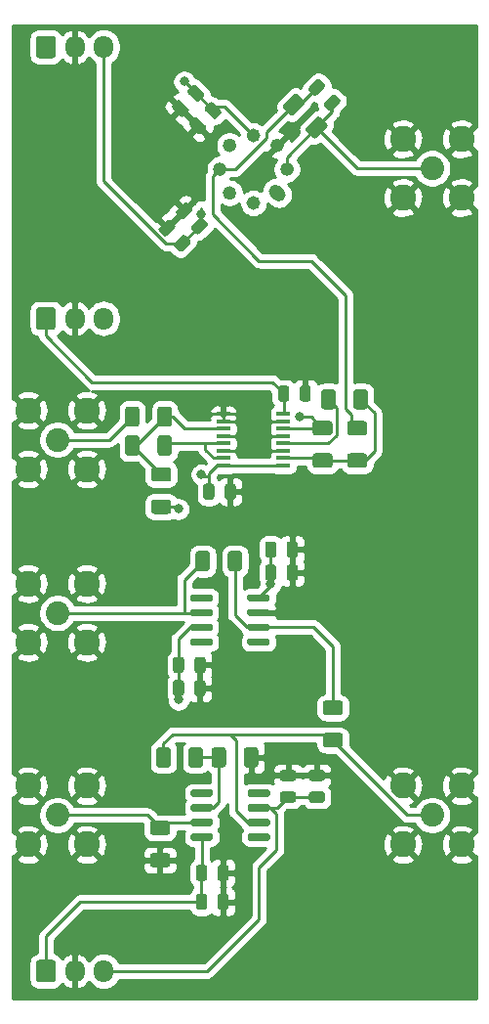
<source format=gtl>
%TF.GenerationSoftware,KiCad,Pcbnew,(5.1.6-0-10_14)*%
%TF.CreationDate,2020-08-22T01:25:31+09:00*%
%TF.ProjectId,break,62726561-6b2e-46b6-9963-61645f706362,rev?*%
%TF.SameCoordinates,Original*%
%TF.FileFunction,Copper,L1,Top*%
%TF.FilePolarity,Positive*%
%FSLAX46Y46*%
G04 Gerber Fmt 4.6, Leading zero omitted, Abs format (unit mm)*
G04 Created by KiCad (PCBNEW (5.1.6-0-10_14)) date 2020-08-22 01:25:31*
%MOMM*%
%LPD*%
G01*
G04 APERTURE LIST*
%TA.AperFunction,ComponentPad*%
%ADD10C,2.250000*%
%TD*%
%TA.AperFunction,ComponentPad*%
%ADD11C,2.050000*%
%TD*%
%TA.AperFunction,SMDPad,CuDef*%
%ADD12R,1.200000X0.400000*%
%TD*%
%TA.AperFunction,ComponentPad*%
%ADD13O,1.700000X1.950000*%
%TD*%
%TA.AperFunction,ViaPad*%
%ADD14C,0.800000*%
%TD*%
%TA.AperFunction,Conductor*%
%ADD15C,0.250000*%
%TD*%
%TA.AperFunction,Conductor*%
%ADD16C,0.254000*%
%TD*%
G04 APERTURE END LIST*
%TO.P,C1,1*%
%TO.N,+12V*%
%TA.AperFunction,SMDPad,CuDef*%
G36*
G01*
X456250Y-141425000D02*
X-456250Y-141425000D01*
G75*
G02*
X-700000Y-141181250I0J243750D01*
G01*
X-700000Y-140693750D01*
G75*
G02*
X-456250Y-140450000I243750J0D01*
G01*
X456250Y-140450000D01*
G75*
G02*
X700000Y-140693750I0J-243750D01*
G01*
X700000Y-141181250D01*
G75*
G02*
X456250Y-141425000I-243750J0D01*
G01*
G37*
%TD.AperFunction*%
%TO.P,C1,2*%
%TO.N,GND*%
%TA.AperFunction,SMDPad,CuDef*%
G36*
G01*
X456250Y-139550000D02*
X-456250Y-139550000D01*
G75*
G02*
X-700000Y-139306250I0J243750D01*
G01*
X-700000Y-138818750D01*
G75*
G02*
X-456250Y-138575000I243750J0D01*
G01*
X456250Y-138575000D01*
G75*
G02*
X700000Y-138818750I0J-243750D01*
G01*
X700000Y-139306250D01*
G75*
G02*
X456250Y-139550000I-243750J0D01*
G01*
G37*
%TD.AperFunction*%
%TD*%
%TO.P,C2,2*%
%TO.N,GND*%
%TA.AperFunction,SMDPad,CuDef*%
G36*
G01*
X2956250Y-139550000D02*
X2043750Y-139550000D01*
G75*
G02*
X1800000Y-139306250I0J243750D01*
G01*
X1800000Y-138818750D01*
G75*
G02*
X2043750Y-138575000I243750J0D01*
G01*
X2956250Y-138575000D01*
G75*
G02*
X3200000Y-138818750I0J-243750D01*
G01*
X3200000Y-139306250D01*
G75*
G02*
X2956250Y-139550000I-243750J0D01*
G01*
G37*
%TD.AperFunction*%
%TO.P,C2,1*%
%TO.N,+12V*%
%TA.AperFunction,SMDPad,CuDef*%
G36*
G01*
X2956250Y-141425000D02*
X2043750Y-141425000D01*
G75*
G02*
X1800000Y-141181250I0J243750D01*
G01*
X1800000Y-140693750D01*
G75*
G02*
X2043750Y-140450000I243750J0D01*
G01*
X2956250Y-140450000D01*
G75*
G02*
X3200000Y-140693750I0J-243750D01*
G01*
X3200000Y-141181250D01*
G75*
G02*
X2956250Y-141425000I-243750J0D01*
G01*
G37*
%TD.AperFunction*%
%TD*%
%TO.P,C3,2*%
%TO.N,GND*%
%TA.AperFunction,SMDPad,CuDef*%
G36*
G01*
X-6112500Y-147956250D02*
X-6112500Y-147043750D01*
G75*
G02*
X-5868750Y-146800000I243750J0D01*
G01*
X-5381250Y-146800000D01*
G75*
G02*
X-5137500Y-147043750I0J-243750D01*
G01*
X-5137500Y-147956250D01*
G75*
G02*
X-5381250Y-148200000I-243750J0D01*
G01*
X-5868750Y-148200000D01*
G75*
G02*
X-6112500Y-147956250I0J243750D01*
G01*
G37*
%TD.AperFunction*%
%TO.P,C3,1*%
%TO.N,-12V*%
%TA.AperFunction,SMDPad,CuDef*%
G36*
G01*
X-7987500Y-147956250D02*
X-7987500Y-147043750D01*
G75*
G02*
X-7743750Y-146800000I243750J0D01*
G01*
X-7256250Y-146800000D01*
G75*
G02*
X-7012500Y-147043750I0J-243750D01*
G01*
X-7012500Y-147956250D01*
G75*
G02*
X-7256250Y-148200000I-243750J0D01*
G01*
X-7743750Y-148200000D01*
G75*
G02*
X-7987500Y-147956250I0J243750D01*
G01*
G37*
%TD.AperFunction*%
%TD*%
%TO.P,C4,1*%
%TO.N,-12V*%
%TA.AperFunction,SMDPad,CuDef*%
G36*
G01*
X-7987500Y-150456250D02*
X-7987500Y-149543750D01*
G75*
G02*
X-7743750Y-149300000I243750J0D01*
G01*
X-7256250Y-149300000D01*
G75*
G02*
X-7012500Y-149543750I0J-243750D01*
G01*
X-7012500Y-150456250D01*
G75*
G02*
X-7256250Y-150700000I-243750J0D01*
G01*
X-7743750Y-150700000D01*
G75*
G02*
X-7987500Y-150456250I0J243750D01*
G01*
G37*
%TD.AperFunction*%
%TO.P,C4,2*%
%TO.N,GND*%
%TA.AperFunction,SMDPad,CuDef*%
G36*
G01*
X-6112500Y-150456250D02*
X-6112500Y-149543750D01*
G75*
G02*
X-5868750Y-149300000I243750J0D01*
G01*
X-5381250Y-149300000D01*
G75*
G02*
X-5137500Y-149543750I0J-243750D01*
G01*
X-5137500Y-150456250D01*
G75*
G02*
X-5381250Y-150700000I-243750J0D01*
G01*
X-5868750Y-150700000D01*
G75*
G02*
X-6112500Y-150456250I0J243750D01*
G01*
G37*
%TD.AperFunction*%
%TD*%
%TO.P,C5,1*%
%TO.N,+12V*%
%TA.AperFunction,SMDPad,CuDef*%
G36*
G01*
X-9987500Y-129956250D02*
X-9987500Y-129043750D01*
G75*
G02*
X-9743750Y-128800000I243750J0D01*
G01*
X-9256250Y-128800000D01*
G75*
G02*
X-9012500Y-129043750I0J-243750D01*
G01*
X-9012500Y-129956250D01*
G75*
G02*
X-9256250Y-130200000I-243750J0D01*
G01*
X-9743750Y-130200000D01*
G75*
G02*
X-9987500Y-129956250I0J243750D01*
G01*
G37*
%TD.AperFunction*%
%TO.P,C5,2*%
%TO.N,GND*%
%TA.AperFunction,SMDPad,CuDef*%
G36*
G01*
X-8112500Y-129956250D02*
X-8112500Y-129043750D01*
G75*
G02*
X-7868750Y-128800000I243750J0D01*
G01*
X-7381250Y-128800000D01*
G75*
G02*
X-7137500Y-129043750I0J-243750D01*
G01*
X-7137500Y-129956250D01*
G75*
G02*
X-7381250Y-130200000I-243750J0D01*
G01*
X-7868750Y-130200000D01*
G75*
G02*
X-8112500Y-129956250I0J243750D01*
G01*
G37*
%TD.AperFunction*%
%TD*%
%TO.P,C6,1*%
%TO.N,+12V*%
%TA.AperFunction,SMDPad,CuDef*%
G36*
G01*
X-9987500Y-131956250D02*
X-9987500Y-131043750D01*
G75*
G02*
X-9743750Y-130800000I243750J0D01*
G01*
X-9256250Y-130800000D01*
G75*
G02*
X-9012500Y-131043750I0J-243750D01*
G01*
X-9012500Y-131956250D01*
G75*
G02*
X-9256250Y-132200000I-243750J0D01*
G01*
X-9743750Y-132200000D01*
G75*
G02*
X-9987500Y-131956250I0J243750D01*
G01*
G37*
%TD.AperFunction*%
%TO.P,C6,2*%
%TO.N,GND*%
%TA.AperFunction,SMDPad,CuDef*%
G36*
G01*
X-8112500Y-131956250D02*
X-8112500Y-131043750D01*
G75*
G02*
X-7868750Y-130800000I243750J0D01*
G01*
X-7381250Y-130800000D01*
G75*
G02*
X-7137500Y-131043750I0J-243750D01*
G01*
X-7137500Y-131956250D01*
G75*
G02*
X-7381250Y-132200000I-243750J0D01*
G01*
X-7868750Y-132200000D01*
G75*
G02*
X-8112500Y-131956250I0J243750D01*
G01*
G37*
%TD.AperFunction*%
%TD*%
%TO.P,C7,1*%
%TO.N,-12V*%
%TA.AperFunction,SMDPad,CuDef*%
G36*
G01*
X-1987500Y-121956250D02*
X-1987500Y-121043750D01*
G75*
G02*
X-1743750Y-120800000I243750J0D01*
G01*
X-1256250Y-120800000D01*
G75*
G02*
X-1012500Y-121043750I0J-243750D01*
G01*
X-1012500Y-121956250D01*
G75*
G02*
X-1256250Y-122200000I-243750J0D01*
G01*
X-1743750Y-122200000D01*
G75*
G02*
X-1987500Y-121956250I0J243750D01*
G01*
G37*
%TD.AperFunction*%
%TO.P,C7,2*%
%TO.N,GND*%
%TA.AperFunction,SMDPad,CuDef*%
G36*
G01*
X-112500Y-121956250D02*
X-112500Y-121043750D01*
G75*
G02*
X131250Y-120800000I243750J0D01*
G01*
X618750Y-120800000D01*
G75*
G02*
X862500Y-121043750I0J-243750D01*
G01*
X862500Y-121956250D01*
G75*
G02*
X618750Y-122200000I-243750J0D01*
G01*
X131250Y-122200000D01*
G75*
G02*
X-112500Y-121956250I0J243750D01*
G01*
G37*
%TD.AperFunction*%
%TD*%
%TO.P,C8,2*%
%TO.N,GND*%
%TA.AperFunction,SMDPad,CuDef*%
G36*
G01*
X-112500Y-119956250D02*
X-112500Y-119043750D01*
G75*
G02*
X131250Y-118800000I243750J0D01*
G01*
X618750Y-118800000D01*
G75*
G02*
X862500Y-119043750I0J-243750D01*
G01*
X862500Y-119956250D01*
G75*
G02*
X618750Y-120200000I-243750J0D01*
G01*
X131250Y-120200000D01*
G75*
G02*
X-112500Y-119956250I0J243750D01*
G01*
G37*
%TD.AperFunction*%
%TO.P,C8,1*%
%TO.N,-12V*%
%TA.AperFunction,SMDPad,CuDef*%
G36*
G01*
X-1987500Y-119956250D02*
X-1987500Y-119043750D01*
G75*
G02*
X-1743750Y-118800000I243750J0D01*
G01*
X-1256250Y-118800000D01*
G75*
G02*
X-1012500Y-119043750I0J-243750D01*
G01*
X-1012500Y-119956250D01*
G75*
G02*
X-1256250Y-120200000I-243750J0D01*
G01*
X-1743750Y-120200000D01*
G75*
G02*
X-1987500Y-119956250I0J243750D01*
G01*
G37*
%TD.AperFunction*%
%TD*%
%TO.P,C9,1*%
%TO.N,+12T*%
%TA.AperFunction,SMDPad,CuDef*%
G36*
G01*
X-7006842Y-91522097D02*
X-7652077Y-92167332D01*
G75*
G02*
X-7996791Y-92167332I-172357J172357D01*
G01*
X-8341506Y-91822617D01*
G75*
G02*
X-8341506Y-91477903I172357J172357D01*
G01*
X-7696271Y-90832668D01*
G75*
G02*
X-7351557Y-90832668I172357J-172357D01*
G01*
X-7006842Y-91177383D01*
G75*
G02*
X-7006842Y-91522097I-172357J-172357D01*
G01*
G37*
%TD.AperFunction*%
%TO.P,C9,2*%
%TO.N,GND*%
%TA.AperFunction,SMDPad,CuDef*%
G36*
G01*
X-8332668Y-90196271D02*
X-8977903Y-90841506D01*
G75*
G02*
X-9322617Y-90841506I-172357J172357D01*
G01*
X-9667332Y-90496791D01*
G75*
G02*
X-9667332Y-90152077I172357J172357D01*
G01*
X-9022097Y-89506842D01*
G75*
G02*
X-8677383Y-89506842I172357J-172357D01*
G01*
X-8332668Y-89851557D01*
G75*
G02*
X-8332668Y-90196271I-172357J-172357D01*
G01*
G37*
%TD.AperFunction*%
%TD*%
%TO.P,C10,2*%
%TO.N,GND*%
%TA.AperFunction,SMDPad,CuDef*%
G36*
G01*
X-9832668Y-91696271D02*
X-10477903Y-92341506D01*
G75*
G02*
X-10822617Y-92341506I-172357J172357D01*
G01*
X-11167332Y-91996791D01*
G75*
G02*
X-11167332Y-91652077I172357J172357D01*
G01*
X-10522097Y-91006842D01*
G75*
G02*
X-10177383Y-91006842I172357J-172357D01*
G01*
X-9832668Y-91351557D01*
G75*
G02*
X-9832668Y-91696271I-172357J-172357D01*
G01*
G37*
%TD.AperFunction*%
%TO.P,C10,1*%
%TO.N,+12T*%
%TA.AperFunction,SMDPad,CuDef*%
G36*
G01*
X-8506842Y-93022097D02*
X-9152077Y-93667332D01*
G75*
G02*
X-9496791Y-93667332I-172357J172357D01*
G01*
X-9841506Y-93322617D01*
G75*
G02*
X-9841506Y-92977903I172357J172357D01*
G01*
X-9196271Y-92332668D01*
G75*
G02*
X-8851557Y-92332668I172357J-172357D01*
G01*
X-8506842Y-92677383D01*
G75*
G02*
X-8506842Y-93022097I-172357J-172357D01*
G01*
G37*
%TD.AperFunction*%
%TD*%
%TO.P,C11,1*%
%TO.N,-12T*%
%TA.AperFunction,SMDPad,CuDef*%
G36*
G01*
X-6477903Y-80832668D02*
X-5832668Y-81477903D01*
G75*
G02*
X-5832668Y-81822617I-172357J-172357D01*
G01*
X-6177383Y-82167332D01*
G75*
G02*
X-6522097Y-82167332I-172357J172357D01*
G01*
X-7167332Y-81522097D01*
G75*
G02*
X-7167332Y-81177383I172357J172357D01*
G01*
X-6822617Y-80832668D01*
G75*
G02*
X-6477903Y-80832668I172357J-172357D01*
G01*
G37*
%TD.AperFunction*%
%TO.P,C11,2*%
%TO.N,GND*%
%TA.AperFunction,SMDPad,CuDef*%
G36*
G01*
X-7803729Y-82158494D02*
X-7158494Y-82803729D01*
G75*
G02*
X-7158494Y-83148443I-172357J-172357D01*
G01*
X-7503209Y-83493158D01*
G75*
G02*
X-7847923Y-83493158I-172357J172357D01*
G01*
X-8493158Y-82847923D01*
G75*
G02*
X-8493158Y-82503209I172357J172357D01*
G01*
X-8148443Y-82158494D01*
G75*
G02*
X-7803729Y-82158494I172357J-172357D01*
G01*
G37*
%TD.AperFunction*%
%TD*%
%TO.P,C12,2*%
%TO.N,Net-(C12-Pad2)*%
%TA.AperFunction,SMDPad,CuDef*%
G36*
G01*
X3158494Y-80803729D02*
X3803729Y-80158494D01*
G75*
G02*
X4148443Y-80158494I172357J-172357D01*
G01*
X4493158Y-80503209D01*
G75*
G02*
X4493158Y-80847923I-172357J-172357D01*
G01*
X3847923Y-81493158D01*
G75*
G02*
X3503209Y-81493158I-172357J172357D01*
G01*
X3158494Y-81148443D01*
G75*
G02*
X3158494Y-80803729I172357J172357D01*
G01*
G37*
%TD.AperFunction*%
%TO.P,C12,1*%
%TO.N,Net-(C12-Pad1)*%
%TA.AperFunction,SMDPad,CuDef*%
G36*
G01*
X1832668Y-79477903D02*
X2477903Y-78832668D01*
G75*
G02*
X2822617Y-78832668I172357J-172357D01*
G01*
X3167332Y-79177383D01*
G75*
G02*
X3167332Y-79522097I-172357J-172357D01*
G01*
X2522097Y-80167332D01*
G75*
G02*
X2177383Y-80167332I-172357J172357D01*
G01*
X1832668Y-79822617D01*
G75*
G02*
X1832668Y-79477903I172357J172357D01*
G01*
G37*
%TD.AperFunction*%
%TD*%
%TO.P,C13,2*%
%TO.N,GND*%
%TA.AperFunction,SMDPad,CuDef*%
G36*
G01*
X-9303729Y-80658494D02*
X-8658494Y-81303729D01*
G75*
G02*
X-8658494Y-81648443I-172357J-172357D01*
G01*
X-9003209Y-81993158D01*
G75*
G02*
X-9347923Y-81993158I-172357J172357D01*
G01*
X-9993158Y-81347923D01*
G75*
G02*
X-9993158Y-81003209I172357J172357D01*
G01*
X-9648443Y-80658494D01*
G75*
G02*
X-9303729Y-80658494I172357J-172357D01*
G01*
G37*
%TD.AperFunction*%
%TO.P,C13,1*%
%TO.N,-12T*%
%TA.AperFunction,SMDPad,CuDef*%
G36*
G01*
X-7977903Y-79332668D02*
X-7332668Y-79977903D01*
G75*
G02*
X-7332668Y-80322617I-172357J-172357D01*
G01*
X-7677383Y-80667332D01*
G75*
G02*
X-8022097Y-80667332I-172357J172357D01*
G01*
X-8667332Y-80022097D01*
G75*
G02*
X-8667332Y-79677383I172357J172357D01*
G01*
X-8322617Y-79332668D01*
G75*
G02*
X-7977903Y-79332668I172357J-172357D01*
G01*
G37*
%TD.AperFunction*%
%TD*%
%TO.P,C14,2*%
%TO.N,GND*%
%TA.AperFunction,SMDPad,CuDef*%
G36*
G01*
X-5487500Y-114956250D02*
X-5487500Y-114043750D01*
G75*
G02*
X-5243750Y-113800000I243750J0D01*
G01*
X-4756250Y-113800000D01*
G75*
G02*
X-4512500Y-114043750I0J-243750D01*
G01*
X-4512500Y-114956250D01*
G75*
G02*
X-4756250Y-115200000I-243750J0D01*
G01*
X-5243750Y-115200000D01*
G75*
G02*
X-5487500Y-114956250I0J243750D01*
G01*
G37*
%TD.AperFunction*%
%TO.P,C14,1*%
%TO.N,+5V*%
%TA.AperFunction,SMDPad,CuDef*%
G36*
G01*
X-7362500Y-114956250D02*
X-7362500Y-114043750D01*
G75*
G02*
X-7118750Y-113800000I243750J0D01*
G01*
X-6631250Y-113800000D01*
G75*
G02*
X-6387500Y-114043750I0J-243750D01*
G01*
X-6387500Y-114956250D01*
G75*
G02*
X-6631250Y-115200000I-243750J0D01*
G01*
X-7118750Y-115200000D01*
G75*
G02*
X-7362500Y-114956250I0J243750D01*
G01*
G37*
%TD.AperFunction*%
%TD*%
%TO.P,C15,1*%
%TO.N,-5V*%
%TA.AperFunction,SMDPad,CuDef*%
G36*
G01*
X-862500Y-106456250D02*
X-862500Y-105543750D01*
G75*
G02*
X-618750Y-105300000I243750J0D01*
G01*
X-131250Y-105300000D01*
G75*
G02*
X112500Y-105543750I0J-243750D01*
G01*
X112500Y-106456250D01*
G75*
G02*
X-131250Y-106700000I-243750J0D01*
G01*
X-618750Y-106700000D01*
G75*
G02*
X-862500Y-106456250I0J243750D01*
G01*
G37*
%TD.AperFunction*%
%TO.P,C15,2*%
%TO.N,GND*%
%TA.AperFunction,SMDPad,CuDef*%
G36*
G01*
X1012500Y-106456250D02*
X1012500Y-105543750D01*
G75*
G02*
X1256250Y-105300000I243750J0D01*
G01*
X1743750Y-105300000D01*
G75*
G02*
X1987500Y-105543750I0J-243750D01*
G01*
X1987500Y-106456250D01*
G75*
G02*
X1743750Y-106700000I-243750J0D01*
G01*
X1256250Y-106700000D01*
G75*
G02*
X1012500Y-106456250I0J243750D01*
G01*
G37*
%TD.AperFunction*%
%TD*%
D10*
%TO.P,J1,2*%
%TO.N,GND*%
X-22540000Y-145040000D03*
X-22540000Y-139960000D03*
X-17460000Y-139960000D03*
X-17460000Y-145040000D03*
D11*
%TO.P,J1,1*%
%TO.N,Net-(J1-Pad1)*%
X-20000000Y-142500000D03*
%TD*%
%TO.P,J2,1*%
%TO.N,Net-(J2-Pad1)*%
X12500000Y-142500000D03*
D10*
%TO.P,J2,2*%
%TO.N,GND*%
X15040000Y-145040000D03*
X15040000Y-139960000D03*
X9960000Y-139960000D03*
X9960000Y-145040000D03*
%TD*%
D11*
%TO.P,J3,1*%
%TO.N,Net-(J3-Pad1)*%
X-20000000Y-125000000D03*
D10*
%TO.P,J3,2*%
%TO.N,GND*%
X-17460000Y-127540000D03*
X-17460000Y-122460000D03*
X-22540000Y-122460000D03*
X-22540000Y-127540000D03*
%TD*%
%TO.P,J4,2*%
%TO.N,GND*%
X9960000Y-89040000D03*
X9960000Y-83960000D03*
X15040000Y-83960000D03*
X15040000Y-89040000D03*
D11*
%TO.P,J4,1*%
%TO.N,Net-(C12-Pad2)*%
X12500000Y-86500000D03*
%TD*%
%TO.P,J5,1*%
%TO.N,Net-(J5-Pad1)*%
X-20000000Y-110000000D03*
D10*
%TO.P,J5,2*%
%TO.N,GND*%
X-17460000Y-112540000D03*
X-17460000Y-107460000D03*
X-22540000Y-107460000D03*
X-22540000Y-112540000D03*
%TD*%
%TO.P,R1,1*%
%TO.N,Net-(J1-Pad1)*%
%TA.AperFunction,SMDPad,CuDef*%
G36*
G01*
X-11725000Y-142975000D02*
X-10475000Y-142975000D01*
G75*
G02*
X-10225000Y-143225000I0J-250000D01*
G01*
X-10225000Y-143975000D01*
G75*
G02*
X-10475000Y-144225000I-250000J0D01*
G01*
X-11725000Y-144225000D01*
G75*
G02*
X-11975000Y-143975000I0J250000D01*
G01*
X-11975000Y-143225000D01*
G75*
G02*
X-11725000Y-142975000I250000J0D01*
G01*
G37*
%TD.AperFunction*%
%TO.P,R1,2*%
%TO.N,GND*%
%TA.AperFunction,SMDPad,CuDef*%
G36*
G01*
X-11725000Y-145775000D02*
X-10475000Y-145775000D01*
G75*
G02*
X-10225000Y-146025000I0J-250000D01*
G01*
X-10225000Y-146775000D01*
G75*
G02*
X-10475000Y-147025000I-250000J0D01*
G01*
X-11725000Y-147025000D01*
G75*
G02*
X-11975000Y-146775000I0J250000D01*
G01*
X-11975000Y-146025000D01*
G75*
G02*
X-11725000Y-145775000I250000J0D01*
G01*
G37*
%TD.AperFunction*%
%TD*%
%TO.P,R2,2*%
%TO.N,Net-(R2-Pad2)*%
%TA.AperFunction,SMDPad,CuDef*%
G36*
G01*
X-5375000Y-136875000D02*
X-5375000Y-138125000D01*
G75*
G02*
X-5625000Y-138375000I-250000J0D01*
G01*
X-6375000Y-138375000D01*
G75*
G02*
X-6625000Y-138125000I0J250000D01*
G01*
X-6625000Y-136875000D01*
G75*
G02*
X-6375000Y-136625000I250000J0D01*
G01*
X-5625000Y-136625000D01*
G75*
G02*
X-5375000Y-136875000I0J-250000D01*
G01*
G37*
%TD.AperFunction*%
%TO.P,R2,1*%
%TO.N,GND*%
%TA.AperFunction,SMDPad,CuDef*%
G36*
G01*
X-2575000Y-136875000D02*
X-2575000Y-138125000D01*
G75*
G02*
X-2825000Y-138375000I-250000J0D01*
G01*
X-3575000Y-138375000D01*
G75*
G02*
X-3825000Y-138125000I0J250000D01*
G01*
X-3825000Y-136875000D01*
G75*
G02*
X-3575000Y-136625000I250000J0D01*
G01*
X-2825000Y-136625000D01*
G75*
G02*
X-2575000Y-136875000I0J-250000D01*
G01*
G37*
%TD.AperFunction*%
%TD*%
%TO.P,R3,1*%
%TO.N,Net-(R2-Pad2)*%
%TA.AperFunction,SMDPad,CuDef*%
G36*
G01*
X-7375000Y-136875000D02*
X-7375000Y-138125000D01*
G75*
G02*
X-7625000Y-138375000I-250000J0D01*
G01*
X-8375000Y-138375000D01*
G75*
G02*
X-8625000Y-138125000I0J250000D01*
G01*
X-8625000Y-136875000D01*
G75*
G02*
X-8375000Y-136625000I250000J0D01*
G01*
X-7625000Y-136625000D01*
G75*
G02*
X-7375000Y-136875000I0J-250000D01*
G01*
G37*
%TD.AperFunction*%
%TO.P,R3,2*%
%TO.N,Net-(J2-Pad1)*%
%TA.AperFunction,SMDPad,CuDef*%
G36*
G01*
X-10175000Y-136875000D02*
X-10175000Y-138125000D01*
G75*
G02*
X-10425000Y-138375000I-250000J0D01*
G01*
X-11175000Y-138375000D01*
G75*
G02*
X-11425000Y-138125000I0J250000D01*
G01*
X-11425000Y-136875000D01*
G75*
G02*
X-11175000Y-136625000I250000J0D01*
G01*
X-10425000Y-136625000D01*
G75*
G02*
X-10175000Y-136875000I0J-250000D01*
G01*
G37*
%TD.AperFunction*%
%TD*%
%TO.P,R4,2*%
%TO.N,Net-(J2-Pad1)*%
%TA.AperFunction,SMDPad,CuDef*%
G36*
G01*
X3275000Y-135375000D02*
X4525000Y-135375000D01*
G75*
G02*
X4775000Y-135625000I0J-250000D01*
G01*
X4775000Y-136375000D01*
G75*
G02*
X4525000Y-136625000I-250000J0D01*
G01*
X3275000Y-136625000D01*
G75*
G02*
X3025000Y-136375000I0J250000D01*
G01*
X3025000Y-135625000D01*
G75*
G02*
X3275000Y-135375000I250000J0D01*
G01*
G37*
%TD.AperFunction*%
%TO.P,R4,1*%
%TO.N,Net-(R4-Pad1)*%
%TA.AperFunction,SMDPad,CuDef*%
G36*
G01*
X3275000Y-132575000D02*
X4525000Y-132575000D01*
G75*
G02*
X4775000Y-132825000I0J-250000D01*
G01*
X4775000Y-133575000D01*
G75*
G02*
X4525000Y-133825000I-250000J0D01*
G01*
X3275000Y-133825000D01*
G75*
G02*
X3025000Y-133575000I0J250000D01*
G01*
X3025000Y-132825000D01*
G75*
G02*
X3275000Y-132575000I250000J0D01*
G01*
G37*
%TD.AperFunction*%
%TD*%
%TO.P,R5,2*%
%TO.N,Net-(R4-Pad1)*%
%TA.AperFunction,SMDPad,CuDef*%
G36*
G01*
X-5225000Y-121125000D02*
X-5225000Y-119875000D01*
G75*
G02*
X-4975000Y-119625000I250000J0D01*
G01*
X-4225000Y-119625000D01*
G75*
G02*
X-3975000Y-119875000I0J-250000D01*
G01*
X-3975000Y-121125000D01*
G75*
G02*
X-4225000Y-121375000I-250000J0D01*
G01*
X-4975000Y-121375000D01*
G75*
G02*
X-5225000Y-121125000I0J250000D01*
G01*
G37*
%TD.AperFunction*%
%TO.P,R5,1*%
%TO.N,Net-(J3-Pad1)*%
%TA.AperFunction,SMDPad,CuDef*%
G36*
G01*
X-8025000Y-121125000D02*
X-8025000Y-119875000D01*
G75*
G02*
X-7775000Y-119625000I250000J0D01*
G01*
X-7025000Y-119625000D01*
G75*
G02*
X-6775000Y-119875000I0J-250000D01*
G01*
X-6775000Y-121125000D01*
G75*
G02*
X-7025000Y-121375000I-250000J0D01*
G01*
X-7775000Y-121375000D01*
G75*
G02*
X-8025000Y-121125000I0J250000D01*
G01*
G37*
%TD.AperFunction*%
%TD*%
%TO.P,R6,1*%
%TO.N,Net-(C12-Pad1)*%
%TA.AperFunction,SMDPad,CuDef*%
G36*
G01*
X-383883Y-80989949D02*
X500000Y-80106065D01*
G75*
G02*
X853554Y-80106065I176777J-176777D01*
G01*
X1383884Y-80636395D01*
G75*
G02*
X1383884Y-80989949I-176777J-176777D01*
G01*
X500000Y-81873833D01*
G75*
G02*
X146446Y-81873833I-176777J176777D01*
G01*
X-383884Y-81343503D01*
G75*
G02*
X-383884Y-80989949I176777J176777D01*
G01*
G37*
%TD.AperFunction*%
%TO.P,R6,2*%
%TO.N,Net-(C12-Pad2)*%
%TA.AperFunction,SMDPad,CuDef*%
G36*
G01*
X1596015Y-82969847D02*
X2479898Y-82085963D01*
G75*
G02*
X2833452Y-82085963I176777J-176777D01*
G01*
X3363782Y-82616293D01*
G75*
G02*
X3363782Y-82969847I-176777J-176777D01*
G01*
X2479898Y-83853731D01*
G75*
G02*
X2126344Y-83853731I-176777J176777D01*
G01*
X1596014Y-83323401D01*
G75*
G02*
X1596014Y-82969847I176777J176777D01*
G01*
G37*
%TD.AperFunction*%
%TD*%
%TO.P,R7,1*%
%TO.N,Net-(R7-Pad1)*%
%TA.AperFunction,SMDPad,CuDef*%
G36*
G01*
X6625000Y-112425000D02*
X5375000Y-112425000D01*
G75*
G02*
X5125000Y-112175000I0J250000D01*
G01*
X5125000Y-111425000D01*
G75*
G02*
X5375000Y-111175000I250000J0D01*
G01*
X6625000Y-111175000D01*
G75*
G02*
X6875000Y-111425000I0J-250000D01*
G01*
X6875000Y-112175000D01*
G75*
G02*
X6625000Y-112425000I-250000J0D01*
G01*
G37*
%TD.AperFunction*%
%TO.P,R7,2*%
%TO.N,Net-(C12-Pad1)*%
%TA.AperFunction,SMDPad,CuDef*%
G36*
G01*
X6625000Y-109625000D02*
X5375000Y-109625000D01*
G75*
G02*
X5125000Y-109375000I0J250000D01*
G01*
X5125000Y-108625000D01*
G75*
G02*
X5375000Y-108375000I250000J0D01*
G01*
X6625000Y-108375000D01*
G75*
G02*
X6875000Y-108625000I0J-250000D01*
G01*
X6875000Y-109375000D01*
G75*
G02*
X6625000Y-109625000I-250000J0D01*
G01*
G37*
%TD.AperFunction*%
%TD*%
%TO.P,R8,1*%
%TO.N,Net-(R8-Pad1)*%
%TA.AperFunction,SMDPad,CuDef*%
G36*
G01*
X2875000Y-107125000D02*
X2875000Y-105875000D01*
G75*
G02*
X3125000Y-105625000I250000J0D01*
G01*
X3875000Y-105625000D01*
G75*
G02*
X4125000Y-105875000I0J-250000D01*
G01*
X4125000Y-107125000D01*
G75*
G02*
X3875000Y-107375000I-250000J0D01*
G01*
X3125000Y-107375000D01*
G75*
G02*
X2875000Y-107125000I0J250000D01*
G01*
G37*
%TD.AperFunction*%
%TO.P,R8,2*%
%TO.N,Net-(R7-Pad1)*%
%TA.AperFunction,SMDPad,CuDef*%
G36*
G01*
X5675000Y-107125000D02*
X5675000Y-105875000D01*
G75*
G02*
X5925000Y-105625000I250000J0D01*
G01*
X6675000Y-105625000D01*
G75*
G02*
X6925000Y-105875000I0J-250000D01*
G01*
X6925000Y-107125000D01*
G75*
G02*
X6675000Y-107375000I-250000J0D01*
G01*
X5925000Y-107375000D01*
G75*
G02*
X5675000Y-107125000I0J250000D01*
G01*
G37*
%TD.AperFunction*%
%TD*%
%TO.P,R9,2*%
%TO.N,Net-(R7-Pad1)*%
%TA.AperFunction,SMDPad,CuDef*%
G36*
G01*
X2375000Y-111175000D02*
X3625000Y-111175000D01*
G75*
G02*
X3875000Y-111425000I0J-250000D01*
G01*
X3875000Y-112175000D01*
G75*
G02*
X3625000Y-112425000I-250000J0D01*
G01*
X2375000Y-112425000D01*
G75*
G02*
X2125000Y-112175000I0J250000D01*
G01*
X2125000Y-111425000D01*
G75*
G02*
X2375000Y-111175000I250000J0D01*
G01*
G37*
%TD.AperFunction*%
%TO.P,R9,1*%
%TO.N,Net-(R11-Pad1)*%
%TA.AperFunction,SMDPad,CuDef*%
G36*
G01*
X2375000Y-108375000D02*
X3625000Y-108375000D01*
G75*
G02*
X3875000Y-108625000I0J-250000D01*
G01*
X3875000Y-109375000D01*
G75*
G02*
X3625000Y-109625000I-250000J0D01*
G01*
X2375000Y-109625000D01*
G75*
G02*
X2125000Y-109375000I0J250000D01*
G01*
X2125000Y-108625000D01*
G75*
G02*
X2375000Y-108375000I250000J0D01*
G01*
G37*
%TD.AperFunction*%
%TD*%
%TO.P,R10,2*%
%TO.N,Net-(R10-Pad2)*%
%TA.AperFunction,SMDPad,CuDef*%
G36*
G01*
X-11325000Y-111125000D02*
X-11325000Y-109875000D01*
G75*
G02*
X-11075000Y-109625000I250000J0D01*
G01*
X-10325000Y-109625000D01*
G75*
G02*
X-10075000Y-109875000I0J-250000D01*
G01*
X-10075000Y-111125000D01*
G75*
G02*
X-10325000Y-111375000I-250000J0D01*
G01*
X-11075000Y-111375000D01*
G75*
G02*
X-11325000Y-111125000I0J250000D01*
G01*
G37*
%TD.AperFunction*%
%TO.P,R10,1*%
%TO.N,Net-(R10-Pad1)*%
%TA.AperFunction,SMDPad,CuDef*%
G36*
G01*
X-14125000Y-111125000D02*
X-14125000Y-109875000D01*
G75*
G02*
X-13875000Y-109625000I250000J0D01*
G01*
X-13125000Y-109625000D01*
G75*
G02*
X-12875000Y-109875000I0J-250000D01*
G01*
X-12875000Y-111125000D01*
G75*
G02*
X-13125000Y-111375000I-250000J0D01*
G01*
X-13875000Y-111375000D01*
G75*
G02*
X-14125000Y-111125000I0J250000D01*
G01*
G37*
%TD.AperFunction*%
%TD*%
%TO.P,R11,2*%
%TO.N,Net-(R10-Pad1)*%
%TA.AperFunction,SMDPad,CuDef*%
G36*
G01*
X-10375000Y-113625000D02*
X-11625000Y-113625000D01*
G75*
G02*
X-11875000Y-113375000I0J250000D01*
G01*
X-11875000Y-112625000D01*
G75*
G02*
X-11625000Y-112375000I250000J0D01*
G01*
X-10375000Y-112375000D01*
G75*
G02*
X-10125000Y-112625000I0J-250000D01*
G01*
X-10125000Y-113375000D01*
G75*
G02*
X-10375000Y-113625000I-250000J0D01*
G01*
G37*
%TD.AperFunction*%
%TO.P,R11,1*%
%TO.N,Net-(R11-Pad1)*%
%TA.AperFunction,SMDPad,CuDef*%
G36*
G01*
X-10375000Y-116425000D02*
X-11625000Y-116425000D01*
G75*
G02*
X-11875000Y-116175000I0J250000D01*
G01*
X-11875000Y-115425000D01*
G75*
G02*
X-11625000Y-115175000I250000J0D01*
G01*
X-10375000Y-115175000D01*
G75*
G02*
X-10125000Y-115425000I0J-250000D01*
G01*
X-10125000Y-116175000D01*
G75*
G02*
X-10375000Y-116425000I-250000J0D01*
G01*
G37*
%TD.AperFunction*%
%TD*%
%TO.P,R12,1*%
%TO.N,Net-(J5-Pad1)*%
%TA.AperFunction,SMDPad,CuDef*%
G36*
G01*
X-14125000Y-108625000D02*
X-14125000Y-107375000D01*
G75*
G02*
X-13875000Y-107125000I250000J0D01*
G01*
X-13125000Y-107125000D01*
G75*
G02*
X-12875000Y-107375000I0J-250000D01*
G01*
X-12875000Y-108625000D01*
G75*
G02*
X-13125000Y-108875000I-250000J0D01*
G01*
X-13875000Y-108875000D01*
G75*
G02*
X-14125000Y-108625000I0J250000D01*
G01*
G37*
%TD.AperFunction*%
%TO.P,R12,2*%
%TO.N,Net-(R10-Pad1)*%
%TA.AperFunction,SMDPad,CuDef*%
G36*
G01*
X-11325000Y-108625000D02*
X-11325000Y-107375000D01*
G75*
G02*
X-11075000Y-107125000I250000J0D01*
G01*
X-10325000Y-107125000D01*
G75*
G02*
X-10075000Y-107375000I0J-250000D01*
G01*
X-10075000Y-108625000D01*
G75*
G02*
X-10325000Y-108875000I-250000J0D01*
G01*
X-11075000Y-108875000D01*
G75*
G02*
X-11325000Y-108625000I0J250000D01*
G01*
G37*
%TD.AperFunction*%
%TD*%
%TO.P,U1,8*%
%TO.N,Net-(U1-Pad8)*%
%TA.AperFunction,SMDPad,CuDef*%
G36*
G01*
X-3500000Y-140745000D02*
X-3500000Y-140445000D01*
G75*
G02*
X-3350000Y-140295000I150000J0D01*
G01*
X-1700000Y-140295000D01*
G75*
G02*
X-1550000Y-140445000I0J-150000D01*
G01*
X-1550000Y-140745000D01*
G75*
G02*
X-1700000Y-140895000I-150000J0D01*
G01*
X-3350000Y-140895000D01*
G75*
G02*
X-3500000Y-140745000I0J150000D01*
G01*
G37*
%TD.AperFunction*%
%TO.P,U1,7*%
%TO.N,+12V*%
%TA.AperFunction,SMDPad,CuDef*%
G36*
G01*
X-3500000Y-142015000D02*
X-3500000Y-141715000D01*
G75*
G02*
X-3350000Y-141565000I150000J0D01*
G01*
X-1700000Y-141565000D01*
G75*
G02*
X-1550000Y-141715000I0J-150000D01*
G01*
X-1550000Y-142015000D01*
G75*
G02*
X-1700000Y-142165000I-150000J0D01*
G01*
X-3350000Y-142165000D01*
G75*
G02*
X-3500000Y-142015000I0J150000D01*
G01*
G37*
%TD.AperFunction*%
%TO.P,U1,6*%
%TO.N,Net-(J2-Pad1)*%
%TA.AperFunction,SMDPad,CuDef*%
G36*
G01*
X-3500000Y-143285000D02*
X-3500000Y-142985000D01*
G75*
G02*
X-3350000Y-142835000I150000J0D01*
G01*
X-1700000Y-142835000D01*
G75*
G02*
X-1550000Y-142985000I0J-150000D01*
G01*
X-1550000Y-143285000D01*
G75*
G02*
X-1700000Y-143435000I-150000J0D01*
G01*
X-3350000Y-143435000D01*
G75*
G02*
X-3500000Y-143285000I0J150000D01*
G01*
G37*
%TD.AperFunction*%
%TO.P,U1,5*%
%TO.N,Net-(U1-Pad5)*%
%TA.AperFunction,SMDPad,CuDef*%
G36*
G01*
X-3500000Y-144555000D02*
X-3500000Y-144255000D01*
G75*
G02*
X-3350000Y-144105000I150000J0D01*
G01*
X-1700000Y-144105000D01*
G75*
G02*
X-1550000Y-144255000I0J-150000D01*
G01*
X-1550000Y-144555000D01*
G75*
G02*
X-1700000Y-144705000I-150000J0D01*
G01*
X-3350000Y-144705000D01*
G75*
G02*
X-3500000Y-144555000I0J150000D01*
G01*
G37*
%TD.AperFunction*%
%TO.P,U1,4*%
%TO.N,-12V*%
%TA.AperFunction,SMDPad,CuDef*%
G36*
G01*
X-8450000Y-144555000D02*
X-8450000Y-144255000D01*
G75*
G02*
X-8300000Y-144105000I150000J0D01*
G01*
X-6650000Y-144105000D01*
G75*
G02*
X-6500000Y-144255000I0J-150000D01*
G01*
X-6500000Y-144555000D01*
G75*
G02*
X-6650000Y-144705000I-150000J0D01*
G01*
X-8300000Y-144705000D01*
G75*
G02*
X-8450000Y-144555000I0J150000D01*
G01*
G37*
%TD.AperFunction*%
%TO.P,U1,3*%
%TO.N,Net-(J1-Pad1)*%
%TA.AperFunction,SMDPad,CuDef*%
G36*
G01*
X-8450000Y-143285000D02*
X-8450000Y-142985000D01*
G75*
G02*
X-8300000Y-142835000I150000J0D01*
G01*
X-6650000Y-142835000D01*
G75*
G02*
X-6500000Y-142985000I0J-150000D01*
G01*
X-6500000Y-143285000D01*
G75*
G02*
X-6650000Y-143435000I-150000J0D01*
G01*
X-8300000Y-143435000D01*
G75*
G02*
X-8450000Y-143285000I0J150000D01*
G01*
G37*
%TD.AperFunction*%
%TO.P,U1,2*%
%TO.N,Net-(R2-Pad2)*%
%TA.AperFunction,SMDPad,CuDef*%
G36*
G01*
X-8450000Y-142015000D02*
X-8450000Y-141715000D01*
G75*
G02*
X-8300000Y-141565000I150000J0D01*
G01*
X-6650000Y-141565000D01*
G75*
G02*
X-6500000Y-141715000I0J-150000D01*
G01*
X-6500000Y-142015000D01*
G75*
G02*
X-6650000Y-142165000I-150000J0D01*
G01*
X-8300000Y-142165000D01*
G75*
G02*
X-8450000Y-142015000I0J150000D01*
G01*
G37*
%TD.AperFunction*%
%TO.P,U1,1*%
%TO.N,Net-(U1-Pad1)*%
%TA.AperFunction,SMDPad,CuDef*%
G36*
G01*
X-8450000Y-140745000D02*
X-8450000Y-140445000D01*
G75*
G02*
X-8300000Y-140295000I150000J0D01*
G01*
X-6650000Y-140295000D01*
G75*
G02*
X-6500000Y-140445000I0J-150000D01*
G01*
X-6500000Y-140745000D01*
G75*
G02*
X-6650000Y-140895000I-150000J0D01*
G01*
X-8300000Y-140895000D01*
G75*
G02*
X-8450000Y-140745000I0J150000D01*
G01*
G37*
%TD.AperFunction*%
%TD*%
%TO.P,U2,1*%
%TO.N,Net-(U2-Pad1)*%
%TA.AperFunction,SMDPad,CuDef*%
G36*
G01*
X-1575000Y-127350000D02*
X-1575000Y-127650000D01*
G75*
G02*
X-1725000Y-127800000I-150000J0D01*
G01*
X-3375000Y-127800000D01*
G75*
G02*
X-3525000Y-127650000I0J150000D01*
G01*
X-3525000Y-127350000D01*
G75*
G02*
X-3375000Y-127200000I150000J0D01*
G01*
X-1725000Y-127200000D01*
G75*
G02*
X-1575000Y-127350000I0J-150000D01*
G01*
G37*
%TD.AperFunction*%
%TO.P,U2,2*%
%TO.N,Net-(R4-Pad1)*%
%TA.AperFunction,SMDPad,CuDef*%
G36*
G01*
X-1575000Y-126080000D02*
X-1575000Y-126380000D01*
G75*
G02*
X-1725000Y-126530000I-150000J0D01*
G01*
X-3375000Y-126530000D01*
G75*
G02*
X-3525000Y-126380000I0J150000D01*
G01*
X-3525000Y-126080000D01*
G75*
G02*
X-3375000Y-125930000I150000J0D01*
G01*
X-1725000Y-125930000D01*
G75*
G02*
X-1575000Y-126080000I0J-150000D01*
G01*
G37*
%TD.AperFunction*%
%TO.P,U2,3*%
%TO.N,GND*%
%TA.AperFunction,SMDPad,CuDef*%
G36*
G01*
X-1575000Y-124810000D02*
X-1575000Y-125110000D01*
G75*
G02*
X-1725000Y-125260000I-150000J0D01*
G01*
X-3375000Y-125260000D01*
G75*
G02*
X-3525000Y-125110000I0J150000D01*
G01*
X-3525000Y-124810000D01*
G75*
G02*
X-3375000Y-124660000I150000J0D01*
G01*
X-1725000Y-124660000D01*
G75*
G02*
X-1575000Y-124810000I0J-150000D01*
G01*
G37*
%TD.AperFunction*%
%TO.P,U2,4*%
%TO.N,-12V*%
%TA.AperFunction,SMDPad,CuDef*%
G36*
G01*
X-1575000Y-123540000D02*
X-1575000Y-123840000D01*
G75*
G02*
X-1725000Y-123990000I-150000J0D01*
G01*
X-3375000Y-123990000D01*
G75*
G02*
X-3525000Y-123840000I0J150000D01*
G01*
X-3525000Y-123540000D01*
G75*
G02*
X-3375000Y-123390000I150000J0D01*
G01*
X-1725000Y-123390000D01*
G75*
G02*
X-1575000Y-123540000I0J-150000D01*
G01*
G37*
%TD.AperFunction*%
%TO.P,U2,5*%
%TO.N,Net-(U2-Pad5)*%
%TA.AperFunction,SMDPad,CuDef*%
G36*
G01*
X-6525000Y-123540000D02*
X-6525000Y-123840000D01*
G75*
G02*
X-6675000Y-123990000I-150000J0D01*
G01*
X-8325000Y-123990000D01*
G75*
G02*
X-8475000Y-123840000I0J150000D01*
G01*
X-8475000Y-123540000D01*
G75*
G02*
X-8325000Y-123390000I150000J0D01*
G01*
X-6675000Y-123390000D01*
G75*
G02*
X-6525000Y-123540000I0J-150000D01*
G01*
G37*
%TD.AperFunction*%
%TO.P,U2,6*%
%TO.N,Net-(J3-Pad1)*%
%TA.AperFunction,SMDPad,CuDef*%
G36*
G01*
X-6525000Y-124810000D02*
X-6525000Y-125110000D01*
G75*
G02*
X-6675000Y-125260000I-150000J0D01*
G01*
X-8325000Y-125260000D01*
G75*
G02*
X-8475000Y-125110000I0J150000D01*
G01*
X-8475000Y-124810000D01*
G75*
G02*
X-8325000Y-124660000I150000J0D01*
G01*
X-6675000Y-124660000D01*
G75*
G02*
X-6525000Y-124810000I0J-150000D01*
G01*
G37*
%TD.AperFunction*%
%TO.P,U2,7*%
%TO.N,+12V*%
%TA.AperFunction,SMDPad,CuDef*%
G36*
G01*
X-6525000Y-126080000D02*
X-6525000Y-126380000D01*
G75*
G02*
X-6675000Y-126530000I-150000J0D01*
G01*
X-8325000Y-126530000D01*
G75*
G02*
X-8475000Y-126380000I0J150000D01*
G01*
X-8475000Y-126080000D01*
G75*
G02*
X-8325000Y-125930000I150000J0D01*
G01*
X-6675000Y-125930000D01*
G75*
G02*
X-6525000Y-126080000I0J-150000D01*
G01*
G37*
%TD.AperFunction*%
%TO.P,U2,8*%
%TO.N,Net-(U2-Pad8)*%
%TA.AperFunction,SMDPad,CuDef*%
G36*
G01*
X-6525000Y-127350000D02*
X-6525000Y-127650000D01*
G75*
G02*
X-6675000Y-127800000I-150000J0D01*
G01*
X-8325000Y-127800000D01*
G75*
G02*
X-8475000Y-127650000I0J150000D01*
G01*
X-8475000Y-127350000D01*
G75*
G02*
X-8325000Y-127200000I150000J0D01*
G01*
X-6675000Y-127200000D01*
G75*
G02*
X-6525000Y-127350000I0J-150000D01*
G01*
G37*
%TD.AperFunction*%
%TD*%
%TO.P,U3,1*%
%TO.N,Net-(U3-Pad1)*%
%TA.AperFunction,ComponentPad*%
G36*
G01*
X-369563Y-89210437D02*
X-369563Y-89210437D01*
G75*
G02*
X-1218091Y-89210437I-424264J424264D01*
G01*
X-1500933Y-88927595D01*
G75*
G02*
X-1500933Y-88079067I424264J424264D01*
G01*
X-1500933Y-88079067D01*
G75*
G02*
X-652405Y-88079067I424264J-424264D01*
G01*
X-369563Y-88361909D01*
G75*
G02*
X-369563Y-89210437I-424264J-424264D01*
G01*
G37*
%TD.AperFunction*%
%TO.P,U3,2*%
%TO.N,Net-(C12-Pad2)*%
%TA.AperFunction,ComponentPad*%
G36*
G01*
X344264Y-87004264D02*
X344264Y-87004264D01*
G75*
G02*
X-504264Y-87004264I-424264J424264D01*
G01*
X-504264Y-87004264D01*
G75*
G02*
X-504264Y-86155736I424264J424264D01*
G01*
X-504264Y-86155736D01*
G75*
G02*
X344264Y-86155736I424264J-424264D01*
G01*
X344264Y-86155736D01*
G75*
G02*
X344264Y-87004264I-424264J-424264D01*
G01*
G37*
%TD.AperFunction*%
%TO.P,U3,3*%
%TO.N,GND*%
%TA.AperFunction,ComponentPad*%
G36*
G01*
X-510984Y-84939512D02*
X-510984Y-84939512D01*
G75*
G02*
X-1359512Y-84939512I-424264J424264D01*
G01*
X-1359512Y-84939512D01*
G75*
G02*
X-1359512Y-84090984I424264J424264D01*
G01*
X-1359512Y-84090984D01*
G75*
G02*
X-510984Y-84090984I424264J-424264D01*
G01*
X-510984Y-84090984D01*
G75*
G02*
X-510984Y-84939512I-424264J-424264D01*
G01*
G37*
%TD.AperFunction*%
%TO.P,U3,4*%
%TO.N,-12T*%
%TA.AperFunction,ComponentPad*%
G36*
G01*
X-2575736Y-84084264D02*
X-2575736Y-84084264D01*
G75*
G02*
X-3424264Y-84084264I-424264J424264D01*
G01*
X-3424264Y-84084264D01*
G75*
G02*
X-3424264Y-83235736I424264J424264D01*
G01*
X-3424264Y-83235736D01*
G75*
G02*
X-2575736Y-83235736I424264J-424264D01*
G01*
X-2575736Y-83235736D01*
G75*
G02*
X-2575736Y-84084264I-424264J-424264D01*
G01*
G37*
%TD.AperFunction*%
%TO.P,U3,5*%
%TO.N,Net-(U3-Pad5)*%
%TA.AperFunction,ComponentPad*%
G36*
G01*
X-4640488Y-84939512D02*
X-4640488Y-84939512D01*
G75*
G02*
X-5489016Y-84939512I-424264J424264D01*
G01*
X-5489016Y-84939512D01*
G75*
G02*
X-5489016Y-84090984I424264J424264D01*
G01*
X-5489016Y-84090984D01*
G75*
G02*
X-4640488Y-84090984I424264J-424264D01*
G01*
X-4640488Y-84090984D01*
G75*
G02*
X-4640488Y-84939512I-424264J-424264D01*
G01*
G37*
%TD.AperFunction*%
%TO.P,U3,6*%
%TO.N,Net-(C12-Pad1)*%
%TA.AperFunction,ComponentPad*%
G36*
G01*
X-5495736Y-87004264D02*
X-5495736Y-87004264D01*
G75*
G02*
X-6344264Y-87004264I-424264J424264D01*
G01*
X-6344264Y-87004264D01*
G75*
G02*
X-6344264Y-86155736I424264J424264D01*
G01*
X-6344264Y-86155736D01*
G75*
G02*
X-5495736Y-86155736I424264J-424264D01*
G01*
X-5495736Y-86155736D01*
G75*
G02*
X-5495736Y-87004264I-424264J-424264D01*
G01*
G37*
%TD.AperFunction*%
%TO.P,U3,7*%
%TO.N,+12T*%
%TA.AperFunction,ComponentPad*%
G36*
G01*
X-4640488Y-89069016D02*
X-4640488Y-89069016D01*
G75*
G02*
X-5489016Y-89069016I-424264J424264D01*
G01*
X-5489016Y-89069016D01*
G75*
G02*
X-5489016Y-88220488I424264J424264D01*
G01*
X-5489016Y-88220488D01*
G75*
G02*
X-4640488Y-88220488I424264J-424264D01*
G01*
X-4640488Y-88220488D01*
G75*
G02*
X-4640488Y-89069016I-424264J-424264D01*
G01*
G37*
%TD.AperFunction*%
%TO.P,U3,8*%
%TO.N,Net-(U3-Pad8)*%
%TA.AperFunction,ComponentPad*%
G36*
G01*
X-2575736Y-89924264D02*
X-2575736Y-89924264D01*
G75*
G02*
X-3424264Y-89924264I-424264J424264D01*
G01*
X-3424264Y-89924264D01*
G75*
G02*
X-3424264Y-89075736I424264J424264D01*
G01*
X-3424264Y-89075736D01*
G75*
G02*
X-2575736Y-89075736I424264J-424264D01*
G01*
X-2575736Y-89075736D01*
G75*
G02*
X-2575736Y-89924264I-424264J-424264D01*
G01*
G37*
%TD.AperFunction*%
%TD*%
D12*
%TO.P,U4,1*%
%TO.N,+5V*%
X-400000Y-112222500D03*
%TO.P,U4,2*%
%TO.N,Net-(R7-Pad1)*%
X-400000Y-111587500D03*
%TO.P,U4,3*%
%TO.N,GND*%
X-400000Y-110952500D03*
%TO.P,U4,4*%
%TO.N,Net-(R8-Pad1)*%
X-400000Y-110317500D03*
%TO.P,U4,5*%
%TO.N,GND*%
X-400000Y-109682500D03*
%TO.P,U4,6*%
%TO.N,Net-(R11-Pad1)*%
X-400000Y-109047500D03*
%TO.P,U4,7*%
%TO.N,GND*%
X-400000Y-108412500D03*
%TO.P,U4,8*%
%TO.N,-5V*%
X-400000Y-107777500D03*
%TO.P,U4,9*%
%TO.N,GND*%
X-5600000Y-107777500D03*
%TO.P,U4,10*%
X-5600000Y-108412500D03*
%TO.P,U4,11*%
%TO.N,Net-(R10-Pad1)*%
X-5600000Y-109047500D03*
%TO.P,U4,12*%
%TO.N,GND*%
X-5600000Y-109682500D03*
%TO.P,U4,13*%
%TO.N,Net-(R10-Pad2)*%
X-5600000Y-110317500D03*
%TO.P,U4,14*%
%TO.N,GND*%
X-5600000Y-110952500D03*
%TO.P,U4,15*%
%TO.N,Net-(R10-Pad2)*%
X-5600000Y-111587500D03*
%TO.P,U4,16*%
%TO.N,+5V*%
X-5600000Y-112222500D03*
%TD*%
D13*
%TO.P,J6,3*%
%TO.N,+12V*%
X-16000000Y-156000000D03*
%TO.P,J6,2*%
%TO.N,GND*%
X-18500000Y-156000000D03*
%TO.P,J6,1*%
%TO.N,-12V*%
%TA.AperFunction,ComponentPad*%
G36*
G01*
X-21850000Y-156725000D02*
X-21850000Y-155275000D01*
G75*
G02*
X-21600000Y-155025000I250000J0D01*
G01*
X-20400000Y-155025000D01*
G75*
G02*
X-20150000Y-155275000I0J-250000D01*
G01*
X-20150000Y-156725000D01*
G75*
G02*
X-20400000Y-156975000I-250000J0D01*
G01*
X-21600000Y-156975000D01*
G75*
G02*
X-21850000Y-156725000I0J250000D01*
G01*
G37*
%TD.AperFunction*%
%TD*%
%TO.P,J8,1*%
%TO.N,-5V*%
%TA.AperFunction,ComponentPad*%
G36*
G01*
X-21850000Y-100225000D02*
X-21850000Y-98775000D01*
G75*
G02*
X-21600000Y-98525000I250000J0D01*
G01*
X-20400000Y-98525000D01*
G75*
G02*
X-20150000Y-98775000I0J-250000D01*
G01*
X-20150000Y-100225000D01*
G75*
G02*
X-20400000Y-100475000I-250000J0D01*
G01*
X-21600000Y-100475000D01*
G75*
G02*
X-21850000Y-100225000I0J250000D01*
G01*
G37*
%TD.AperFunction*%
%TO.P,J8,2*%
%TO.N,GND*%
X-18500000Y-99500000D03*
%TO.P,J8,3*%
%TO.N,+5V*%
X-16000000Y-99500000D03*
%TD*%
%TO.P,J7,1*%
%TO.N,-12T*%
%TA.AperFunction,ComponentPad*%
G36*
G01*
X-21850000Y-76725000D02*
X-21850000Y-75275000D01*
G75*
G02*
X-21600000Y-75025000I250000J0D01*
G01*
X-20400000Y-75025000D01*
G75*
G02*
X-20150000Y-75275000I0J-250000D01*
G01*
X-20150000Y-76725000D01*
G75*
G02*
X-20400000Y-76975000I-250000J0D01*
G01*
X-21600000Y-76975000D01*
G75*
G02*
X-21850000Y-76725000I0J250000D01*
G01*
G37*
%TD.AperFunction*%
%TO.P,J7,2*%
%TO.N,GND*%
X-18500000Y-76000000D03*
%TO.P,J7,3*%
%TO.N,+12T*%
X-16000000Y-76000000D03*
%TD*%
D14*
%TO.N,+12T*%
X-7500000Y-90500000D03*
%TO.N,+12V*%
X-9500000Y-132500000D03*
%TO.N,-12V*%
X-1500000Y-122500000D03*
%TO.N,+5V*%
X-7500000Y-113000000D03*
%TO.N,Net-(R11-Pad1)*%
X-9500000Y-116000000D03*
X1000000Y-108000000D03*
%TO.N,-12T*%
X-9000000Y-79000000D03*
%TD*%
D15*
%TO.N,+12V*%
X-2500000Y-147000000D02*
X-1000000Y-145500000D01*
X-1550000Y-141865000D02*
X-2525000Y-141865000D01*
X-1000000Y-142415000D02*
X-1550000Y-141865000D01*
X-1000000Y-145500000D02*
X-1000000Y-142415000D01*
X-927500Y-141865000D02*
X-2525000Y-141865000D01*
X0Y-140937500D02*
X-927500Y-141865000D01*
X0Y-140937500D02*
X2500000Y-140937500D01*
X-2500000Y-147000000D02*
X-2500000Y-151500000D01*
X-7000000Y-156000000D02*
X-16000000Y-156000000D01*
X-2500000Y-151500000D02*
X-7000000Y-156000000D01*
X-9500000Y-131500000D02*
X-9500000Y-129500000D01*
X-9500000Y-127255000D02*
X-9500000Y-129500000D01*
X-8475000Y-126230000D02*
X-9500000Y-127255000D01*
X-7500000Y-126230000D02*
X-8475000Y-126230000D01*
%TO.N,+12T*%
X-7500000Y-91325826D02*
X-7674174Y-91500000D01*
X-7500000Y-90500000D02*
X-7500000Y-91325826D01*
X-7674174Y-91500000D02*
X-9174174Y-93000000D01*
%TO.N,+12V*%
X-9500000Y-131500000D02*
X-9500000Y-132500000D01*
%TO.N,+12T*%
X-7500000Y-90500000D02*
X-7500000Y-89934315D01*
%TO.N,GND*%
X-400000Y-108412500D02*
X-1912500Y-108412500D01*
X-5600000Y-110952500D02*
X-400000Y-110952500D01*
X-5600000Y-108412500D02*
X-400000Y-108412500D01*
X-5600000Y-107777500D02*
X-5600000Y-108412500D01*
X-5600000Y-107777500D02*
X-4277500Y-107777500D01*
X-4277500Y-107777500D02*
X-4000000Y-107500000D01*
X-5600000Y-107777500D02*
X-6722500Y-107777500D01*
X-6722500Y-107777500D02*
X-7000000Y-107500000D01*
X-5600000Y-110952500D02*
X-3952500Y-110952500D01*
X-3817500Y-110817500D02*
X-3817500Y-109682500D01*
X-3952500Y-110952500D02*
X-3817500Y-110817500D01*
X-3817500Y-109682500D02*
X-400000Y-109682500D01*
X-5600000Y-109682500D02*
X-3817500Y-109682500D01*
%TO.N,-12V*%
X-7475000Y-147475000D02*
X-7500000Y-147500000D01*
X-7475000Y-144405000D02*
X-7475000Y-147475000D01*
X-7500000Y-147500000D02*
X-7500000Y-150000000D01*
X-7500000Y-150000000D02*
X-18000000Y-150000000D01*
X-21000000Y-153000000D02*
X-21000000Y-156000000D01*
X-18000000Y-150000000D02*
X-21000000Y-153000000D01*
X-1500000Y-122640000D02*
X-2550000Y-123690000D01*
X-1500000Y-121500000D02*
X-1500000Y-119500000D01*
%TO.N,-12T*%
X-6340000Y-81660000D02*
X-6500000Y-81500000D01*
%TO.N,-12V*%
X-1500000Y-121500000D02*
X-1500000Y-122500000D01*
X-1500000Y-122500000D02*
X-1500000Y-122640000D01*
%TO.N,Net-(C12-Pad2)*%
X3825826Y-81623919D02*
X2479898Y-82969847D01*
X3825826Y-80825826D02*
X3825826Y-81623919D01*
X6010051Y-86500000D02*
X12500000Y-86500000D01*
X2479898Y-82969847D02*
X6010051Y-86500000D01*
X-80000Y-85529745D02*
X2479898Y-82969847D01*
X-80000Y-86580000D02*
X-80000Y-85529745D01*
%TO.N,Net-(C12-Pad1)*%
X6000000Y-109000000D02*
X5500000Y-108500000D01*
X5500000Y-107863590D02*
X5000000Y-107363590D01*
X5500000Y-108500000D02*
X5500000Y-107863590D01*
X5000000Y-107363590D02*
X5000000Y-97500000D01*
X5000000Y-97500000D02*
X2000000Y-94500000D01*
X2000000Y-94500000D02*
X-2500000Y-94500000D01*
X-6519999Y-87179999D02*
X-5920000Y-86580000D01*
X-6519999Y-90480001D02*
X-6519999Y-87179999D01*
X-2500000Y-94500000D02*
X-6519999Y-90480001D01*
X1010051Y-80989949D02*
X500000Y-80989949D01*
X2500000Y-79500000D02*
X1010051Y-80989949D01*
X-1860249Y-83889251D02*
X-4550998Y-86580000D01*
X-4550998Y-86580000D02*
X-5920000Y-86580000D01*
X-1860249Y-83350198D02*
X-1860249Y-83889251D01*
X500000Y-80989949D02*
X-1860249Y-83350198D01*
%TO.N,+5V*%
X-5600000Y-112222500D02*
X-6222500Y-112222500D01*
X-6222500Y-112222500D02*
X-6875000Y-112875000D01*
X-5222500Y-112222500D02*
X-400000Y-112222500D01*
X-5600000Y-112222500D02*
X-5222500Y-112222500D01*
X-7500000Y-113000000D02*
X-7375000Y-113125000D01*
X-6875000Y-113125000D02*
X-6875000Y-114500000D01*
X-7375000Y-113125000D02*
X-6875000Y-113125000D01*
X-6875000Y-112875000D02*
X-6875000Y-113125000D01*
%TO.N,-5V*%
X-375000Y-107752500D02*
X-400000Y-107777500D01*
X-375000Y-106000000D02*
X-375000Y-107752500D01*
X-21000000Y-99500000D02*
X-21000000Y-101000000D01*
X-21000000Y-101000000D02*
X-17000000Y-105000000D01*
X-1375000Y-105000000D02*
X-375000Y-106000000D01*
X-17000000Y-105000000D02*
X-1375000Y-105000000D01*
%TO.N,Net-(J1-Pad1)*%
X-12200000Y-142500000D02*
X-11100000Y-143600000D01*
X-20000000Y-142500000D02*
X-12200000Y-142500000D01*
X-10635000Y-143135000D02*
X-11100000Y-143600000D01*
X-7475000Y-143135000D02*
X-10635000Y-143135000D01*
%TO.N,Net-(J2-Pad1)*%
X-3500000Y-143135000D02*
X-4500000Y-142135000D01*
X-2525000Y-143135000D02*
X-3500000Y-143135000D01*
X-4500000Y-142135000D02*
X-4500000Y-136000000D01*
X-4500000Y-136000000D02*
X-5000000Y-135500000D01*
X-5000000Y-135500000D02*
X-10000000Y-135500000D01*
X-10800000Y-136300000D02*
X-10800000Y-137500000D01*
X-10000000Y-135500000D02*
X-10800000Y-136300000D01*
X3900000Y-136046002D02*
X3900000Y-136000000D01*
X10353998Y-142500000D02*
X3900000Y-136046002D01*
X12500000Y-142500000D02*
X10353998Y-142500000D01*
X3400000Y-135500000D02*
X3900000Y-136000000D01*
X-5000000Y-135500000D02*
X3400000Y-135500000D01*
%TO.N,Net-(J3-Pad1)*%
X-7540000Y-125000000D02*
X-7500000Y-124960000D01*
X-9000000Y-122100000D02*
X-7400000Y-120500000D01*
X-9000000Y-125000000D02*
X-9000000Y-122100000D01*
X-20000000Y-125000000D02*
X-9000000Y-125000000D01*
X-9000000Y-125000000D02*
X-7540000Y-125000000D01*
%TO.N,Net-(J5-Pad1)*%
X-15500000Y-110000000D02*
X-20000000Y-110000000D01*
X-13500000Y-108000000D02*
X-15500000Y-110000000D01*
%TO.N,Net-(R2-Pad2)*%
X-8000000Y-137500000D02*
X-6000000Y-137500000D01*
X-6000000Y-141365000D02*
X-6000000Y-137500000D01*
X-6500000Y-141865000D02*
X-6000000Y-141365000D01*
X-7475000Y-141865000D02*
X-6500000Y-141865000D01*
%TO.N,Net-(R4-Pad1)*%
X-3525000Y-126230000D02*
X-2550000Y-126230000D01*
X-4600000Y-125155000D02*
X-3525000Y-126230000D01*
X-4600000Y-120500000D02*
X-4600000Y-125155000D01*
X3900000Y-133200000D02*
X3900000Y-127900000D01*
X2230000Y-126230000D02*
X-2550000Y-126230000D01*
X3900000Y-127900000D02*
X2230000Y-126230000D01*
%TO.N,Net-(R7-Pad1)*%
X2787500Y-111587500D02*
X3000000Y-111800000D01*
X-400000Y-111587500D02*
X2787500Y-111587500D01*
X3000000Y-111800000D02*
X6000000Y-111800000D01*
X6000000Y-111800000D02*
X6700000Y-111800000D01*
X6700000Y-111800000D02*
X7500000Y-111000000D01*
X7500000Y-107700000D02*
X6300000Y-106500000D01*
X7500000Y-111000000D02*
X7500000Y-107700000D01*
%TO.N,Net-(R8-Pad1)*%
X3495690Y-110317500D02*
X-400000Y-110317500D01*
X4200010Y-109613180D02*
X3495690Y-110317500D01*
X4200010Y-107200010D02*
X4200010Y-109613180D01*
X3500000Y-106500000D02*
X4200010Y-107200010D01*
%TO.N,Net-(R11-Pad1)*%
X-352500Y-109000000D02*
X-400000Y-109047500D01*
X-9700000Y-115800000D02*
X-9500000Y-116000000D01*
X-11000000Y-115800000D02*
X-9700000Y-115800000D01*
X3000000Y-109000000D02*
X-352500Y-109000000D01*
X2000000Y-108000000D02*
X3000000Y-109000000D01*
X1000000Y-108000000D02*
X2000000Y-108000000D01*
%TO.N,Net-(R10-Pad2)*%
X-10517500Y-110317500D02*
X-10700000Y-110500000D01*
X-6450000Y-111587500D02*
X-7182500Y-110855000D01*
X-5600000Y-111587500D02*
X-6450000Y-111587500D01*
X-7182500Y-110317500D02*
X-10517500Y-110317500D01*
X-7182500Y-110855000D02*
X-7182500Y-110317500D01*
X-5600000Y-110317500D02*
X-7182500Y-110317500D01*
%TO.N,Net-(R10-Pad1)*%
X-11000000Y-113000000D02*
X-13500000Y-110500000D01*
X-13200000Y-110500000D02*
X-10700000Y-108000000D01*
X-13500000Y-110500000D02*
X-13200000Y-110500000D01*
X-10700000Y-108000000D02*
X-10000000Y-108000000D01*
X-8952500Y-109047500D02*
X-5600000Y-109047500D01*
X-10000000Y-108000000D02*
X-8952500Y-109047500D01*
%TO.N,-12T*%
X-3000000Y-83660000D02*
X-5500000Y-81160000D01*
X-6160000Y-81160000D02*
X-6500000Y-81500000D01*
X-5500000Y-81160000D02*
X-6160000Y-81160000D01*
X-6500000Y-81500000D02*
X-8000000Y-80000000D01*
X-8000000Y-80000000D02*
X-9000000Y-79000000D01*
%TO.N,+12T*%
X-10623758Y-93000000D02*
X-16000000Y-87623758D01*
X-16000000Y-87623758D02*
X-16000000Y-76000000D01*
X-9174174Y-93000000D02*
X-10623758Y-93000000D01*
%TD*%
D16*
%TO.N,GND*%
G36*
X16340000Y-82945255D02*
G01*
X16264531Y-82915074D01*
X15219605Y-83960000D01*
X16264531Y-85004926D01*
X16340000Y-84974745D01*
X16340000Y-88025255D01*
X16264531Y-87995074D01*
X15219605Y-89040000D01*
X16264531Y-90084926D01*
X16340000Y-90054745D01*
X16340001Y-138945255D01*
X16264531Y-138915074D01*
X15219605Y-139960000D01*
X16264531Y-141004926D01*
X16340001Y-140974745D01*
X16340001Y-144025255D01*
X16264531Y-143995074D01*
X15219605Y-145040000D01*
X16264531Y-146084926D01*
X16340001Y-146054745D01*
X16340001Y-158340000D01*
X-23840000Y-158340000D01*
X-23840000Y-155275000D01*
X-22488072Y-155275000D01*
X-22488072Y-156725000D01*
X-22471008Y-156898254D01*
X-22420472Y-157064850D01*
X-22338405Y-157218386D01*
X-22227962Y-157352962D01*
X-22093386Y-157463405D01*
X-21939850Y-157545472D01*
X-21773254Y-157596008D01*
X-21600000Y-157613072D01*
X-20400000Y-157613072D01*
X-20226746Y-157596008D01*
X-20060150Y-157545472D01*
X-19906614Y-157463405D01*
X-19772038Y-157352962D01*
X-19661595Y-157218386D01*
X-19605286Y-157113039D01*
X-19589049Y-157134429D01*
X-19371193Y-157327496D01*
X-19119858Y-157474352D01*
X-18856890Y-157566476D01*
X-18627000Y-157445155D01*
X-18627000Y-156127000D01*
X-18647000Y-156127000D01*
X-18647000Y-155873000D01*
X-18627000Y-155873000D01*
X-18627000Y-154554845D01*
X-18856890Y-154433524D01*
X-19119858Y-154525648D01*
X-19371193Y-154672504D01*
X-19589049Y-154865571D01*
X-19605286Y-154886961D01*
X-19661595Y-154781614D01*
X-19772038Y-154647038D01*
X-19906614Y-154536595D01*
X-20060150Y-154454528D01*
X-20226746Y-154403992D01*
X-20240000Y-154402687D01*
X-20240000Y-153314801D01*
X-17685198Y-150760000D01*
X-8568673Y-150760000D01*
X-8558447Y-150793709D01*
X-8476958Y-150946164D01*
X-8367292Y-151079792D01*
X-8233664Y-151189458D01*
X-8081209Y-151270947D01*
X-7915785Y-151321128D01*
X-7743750Y-151338072D01*
X-7256250Y-151338072D01*
X-7084215Y-151321128D01*
X-6918791Y-151270947D01*
X-6766336Y-151189458D01*
X-6632708Y-151079792D01*
X-6627492Y-151073436D01*
X-6563685Y-151151185D01*
X-6466994Y-151230537D01*
X-6356680Y-151289502D01*
X-6236982Y-151325812D01*
X-6112500Y-151338072D01*
X-5910750Y-151335000D01*
X-5752000Y-151176250D01*
X-5752000Y-150127000D01*
X-5498000Y-150127000D01*
X-5498000Y-151176250D01*
X-5339250Y-151335000D01*
X-5137500Y-151338072D01*
X-5013018Y-151325812D01*
X-4893320Y-151289502D01*
X-4783006Y-151230537D01*
X-4686315Y-151151185D01*
X-4606963Y-151054494D01*
X-4547998Y-150944180D01*
X-4511688Y-150824482D01*
X-4499428Y-150700000D01*
X-4502500Y-150285750D01*
X-4661250Y-150127000D01*
X-5498000Y-150127000D01*
X-5752000Y-150127000D01*
X-5772000Y-150127000D01*
X-5772000Y-149873000D01*
X-5752000Y-149873000D01*
X-5752000Y-148823750D01*
X-5825750Y-148750000D01*
X-5752000Y-148676250D01*
X-5752000Y-147627000D01*
X-5498000Y-147627000D01*
X-5498000Y-148676250D01*
X-5424250Y-148750000D01*
X-5498000Y-148823750D01*
X-5498000Y-149873000D01*
X-4661250Y-149873000D01*
X-4502500Y-149714250D01*
X-4499428Y-149300000D01*
X-4511688Y-149175518D01*
X-4547998Y-149055820D01*
X-4606963Y-148945506D01*
X-4686315Y-148848815D01*
X-4783006Y-148769463D01*
X-4819418Y-148750000D01*
X-4783006Y-148730537D01*
X-4686315Y-148651185D01*
X-4606963Y-148554494D01*
X-4547998Y-148444180D01*
X-4511688Y-148324482D01*
X-4499428Y-148200000D01*
X-4502500Y-147785750D01*
X-4661250Y-147627000D01*
X-5498000Y-147627000D01*
X-5752000Y-147627000D01*
X-5772000Y-147627000D01*
X-5772000Y-147373000D01*
X-5752000Y-147373000D01*
X-5752000Y-146323750D01*
X-5498000Y-146323750D01*
X-5498000Y-147373000D01*
X-4661250Y-147373000D01*
X-4502500Y-147214250D01*
X-4499428Y-146800000D01*
X-4511688Y-146675518D01*
X-4547998Y-146555820D01*
X-4606963Y-146445506D01*
X-4686315Y-146348815D01*
X-4783006Y-146269463D01*
X-4893320Y-146210498D01*
X-5013018Y-146174188D01*
X-5137500Y-146161928D01*
X-5339250Y-146165000D01*
X-5498000Y-146323750D01*
X-5752000Y-146323750D01*
X-5910750Y-146165000D01*
X-6112500Y-146161928D01*
X-6236982Y-146174188D01*
X-6356680Y-146210498D01*
X-6466994Y-146269463D01*
X-6563685Y-146348815D01*
X-6627492Y-146426564D01*
X-6632708Y-146420208D01*
X-6715000Y-146352672D01*
X-6715000Y-145343072D01*
X-6650000Y-145343072D01*
X-6496255Y-145327929D01*
X-6348418Y-145283084D01*
X-6212171Y-145210258D01*
X-6092749Y-145112251D01*
X-5994742Y-144992829D01*
X-5921916Y-144856582D01*
X-5877071Y-144708745D01*
X-5861928Y-144555000D01*
X-5861928Y-144255000D01*
X-5877071Y-144101255D01*
X-5921916Y-143953418D01*
X-5994742Y-143817171D01*
X-6033454Y-143770000D01*
X-5994742Y-143722829D01*
X-5921916Y-143586582D01*
X-5877071Y-143438745D01*
X-5861928Y-143285000D01*
X-5861928Y-142985000D01*
X-5877071Y-142831255D01*
X-5921916Y-142683418D01*
X-5994742Y-142547171D01*
X-6033454Y-142500000D01*
X-5994742Y-142452829D01*
X-5976350Y-142418420D01*
X-5959999Y-142405001D01*
X-5936196Y-142375997D01*
X-5489002Y-141928803D01*
X-5459999Y-141905001D01*
X-5365026Y-141789276D01*
X-5294454Y-141657247D01*
X-5260000Y-141543665D01*
X-5260000Y-142097677D01*
X-5263676Y-142135000D01*
X-5260000Y-142172322D01*
X-5260000Y-142172332D01*
X-5249003Y-142283985D01*
X-5218058Y-142385998D01*
X-5205546Y-142427246D01*
X-5134974Y-142559276D01*
X-5105656Y-142595000D01*
X-5040001Y-142675001D01*
X-5010998Y-142698804D01*
X-4063800Y-143646002D01*
X-4040001Y-143675001D01*
X-4023650Y-143688420D01*
X-4005258Y-143722829D01*
X-3966546Y-143770000D01*
X-4005258Y-143817171D01*
X-4078084Y-143953418D01*
X-4122929Y-144101255D01*
X-4138072Y-144255000D01*
X-4138072Y-144555000D01*
X-4122929Y-144708745D01*
X-4078084Y-144856582D01*
X-4005258Y-144992829D01*
X-3907251Y-145112251D01*
X-3787829Y-145210258D01*
X-3651582Y-145283084D01*
X-3503745Y-145327929D01*
X-3350000Y-145343072D01*
X-1917874Y-145343072D01*
X-3010997Y-146436196D01*
X-3040001Y-146459999D01*
X-3094987Y-146527000D01*
X-3134974Y-146575724D01*
X-3198776Y-146695089D01*
X-3205546Y-146707754D01*
X-3249003Y-146851015D01*
X-3260000Y-146962668D01*
X-3260000Y-146962678D01*
X-3263676Y-147000000D01*
X-3260000Y-147037323D01*
X-3259999Y-151185197D01*
X-7314801Y-155240000D01*
X-14655591Y-155240000D01*
X-14759294Y-155045986D01*
X-14944866Y-154819866D01*
X-15170987Y-154634294D01*
X-15428967Y-154496401D01*
X-15708890Y-154411487D01*
X-16000000Y-154382815D01*
X-16291111Y-154411487D01*
X-16571034Y-154496401D01*
X-16829014Y-154634294D01*
X-17055134Y-154819866D01*
X-17240706Y-155045987D01*
X-17254462Y-155071722D01*
X-17410951Y-154865571D01*
X-17628807Y-154672504D01*
X-17880142Y-154525648D01*
X-18143110Y-154433524D01*
X-18373000Y-154554845D01*
X-18373000Y-155873000D01*
X-18353000Y-155873000D01*
X-18353000Y-156127000D01*
X-18373000Y-156127000D01*
X-18373000Y-157445155D01*
X-18143110Y-157566476D01*
X-17880142Y-157474352D01*
X-17628807Y-157327496D01*
X-17410951Y-157134429D01*
X-17254462Y-156928278D01*
X-17240706Y-156954014D01*
X-17055134Y-157180134D01*
X-16829013Y-157365706D01*
X-16571033Y-157503599D01*
X-16291110Y-157588513D01*
X-16000000Y-157617185D01*
X-15708889Y-157588513D01*
X-15428966Y-157503599D01*
X-15170986Y-157365706D01*
X-14944866Y-157180134D01*
X-14759294Y-156954014D01*
X-14655592Y-156760000D01*
X-7037322Y-156760000D01*
X-7000000Y-156763676D01*
X-6962678Y-156760000D01*
X-6962667Y-156760000D01*
X-6851014Y-156749003D01*
X-6707753Y-156705546D01*
X-6575724Y-156634974D01*
X-6459999Y-156540001D01*
X-6436196Y-156510997D01*
X-1988997Y-152063799D01*
X-1959999Y-152040001D01*
X-1933668Y-152007917D01*
X-1865026Y-151924277D01*
X-1794454Y-151792247D01*
X-1750997Y-151648986D01*
X-1740000Y-151537333D01*
X-1740000Y-151537324D01*
X-1736324Y-151500001D01*
X-1740000Y-151462678D01*
X-1740000Y-147314801D01*
X-689730Y-146264531D01*
X8915074Y-146264531D01*
X9025921Y-146541714D01*
X9336840Y-146695089D01*
X9671705Y-146784860D01*
X10017650Y-146807576D01*
X10361380Y-146762366D01*
X10689685Y-146650966D01*
X10894079Y-146541714D01*
X11004926Y-146264531D01*
X13995074Y-146264531D01*
X14105921Y-146541714D01*
X14416840Y-146695089D01*
X14751705Y-146784860D01*
X15097650Y-146807576D01*
X15441380Y-146762366D01*
X15769685Y-146650966D01*
X15974079Y-146541714D01*
X16084926Y-146264531D01*
X15040000Y-145219605D01*
X13995074Y-146264531D01*
X11004926Y-146264531D01*
X9960000Y-145219605D01*
X8915074Y-146264531D01*
X-689730Y-146264531D01*
X-488996Y-146063798D01*
X-459999Y-146040001D01*
X-365026Y-145924276D01*
X-294454Y-145792247D01*
X-250997Y-145648986D01*
X-240000Y-145537333D01*
X-240000Y-145537324D01*
X-236324Y-145500001D01*
X-240000Y-145462678D01*
X-240000Y-145097650D01*
X8192424Y-145097650D01*
X8237634Y-145441380D01*
X8349034Y-145769685D01*
X8458286Y-145974079D01*
X8735469Y-146084926D01*
X9780395Y-145040000D01*
X10139605Y-145040000D01*
X11184531Y-146084926D01*
X11461714Y-145974079D01*
X11615089Y-145663160D01*
X11704860Y-145328295D01*
X11720004Y-145097650D01*
X13272424Y-145097650D01*
X13317634Y-145441380D01*
X13429034Y-145769685D01*
X13538286Y-145974079D01*
X13815469Y-146084926D01*
X14860395Y-145040000D01*
X13815469Y-143995074D01*
X13538286Y-144105921D01*
X13384911Y-144416840D01*
X13295140Y-144751705D01*
X13272424Y-145097650D01*
X11720004Y-145097650D01*
X11727576Y-144982350D01*
X11682366Y-144638620D01*
X11570966Y-144310315D01*
X11461714Y-144105921D01*
X11184531Y-143995074D01*
X10139605Y-145040000D01*
X9780395Y-145040000D01*
X8735469Y-143995074D01*
X8458286Y-144105921D01*
X8304911Y-144416840D01*
X8215140Y-144751705D01*
X8192424Y-145097650D01*
X-240000Y-145097650D01*
X-240000Y-143815469D01*
X8915074Y-143815469D01*
X9960000Y-144860395D01*
X11004926Y-143815469D01*
X10894079Y-143538286D01*
X10583160Y-143384911D01*
X10248295Y-143295140D01*
X9902350Y-143272424D01*
X9558620Y-143317634D01*
X9230315Y-143429034D01*
X9025921Y-143538286D01*
X8915074Y-143815469D01*
X-240000Y-143815469D01*
X-240000Y-142452322D01*
X-236324Y-142414999D01*
X-240000Y-142377676D01*
X-240000Y-142377667D01*
X-250997Y-142266014D01*
X-251629Y-142263930D01*
X-50771Y-142063072D01*
X456250Y-142063072D01*
X628285Y-142046128D01*
X793709Y-141995947D01*
X946164Y-141914458D01*
X1079792Y-141804792D01*
X1167845Y-141697500D01*
X1332155Y-141697500D01*
X1420208Y-141804792D01*
X1553836Y-141914458D01*
X1706291Y-141995947D01*
X1871715Y-142046128D01*
X2043750Y-142063072D01*
X2956250Y-142063072D01*
X3128285Y-142046128D01*
X3293709Y-141995947D01*
X3446164Y-141914458D01*
X3579792Y-141804792D01*
X3689458Y-141671164D01*
X3770947Y-141518709D01*
X3821128Y-141353285D01*
X3838072Y-141181250D01*
X3838072Y-140693750D01*
X3821128Y-140521715D01*
X3770947Y-140356291D01*
X3689458Y-140203836D01*
X3579792Y-140070208D01*
X3573436Y-140064992D01*
X3651185Y-140001185D01*
X3730537Y-139904494D01*
X3789502Y-139794180D01*
X3825812Y-139674482D01*
X3838072Y-139550000D01*
X3835000Y-139348250D01*
X3676250Y-139189500D01*
X2627000Y-139189500D01*
X2627000Y-139209500D01*
X2373000Y-139209500D01*
X2373000Y-139189500D01*
X1323750Y-139189500D01*
X1250000Y-139263250D01*
X1176250Y-139189500D01*
X127000Y-139189500D01*
X127000Y-139209500D01*
X-127000Y-139209500D01*
X-127000Y-139189500D01*
X-1176250Y-139189500D01*
X-1335000Y-139348250D01*
X-1338072Y-139550000D01*
X-1325812Y-139674482D01*
X-1296398Y-139771447D01*
X-1398418Y-139716916D01*
X-1546255Y-139672071D01*
X-1700000Y-139656928D01*
X-3350000Y-139656928D01*
X-3503745Y-139672071D01*
X-3651582Y-139716916D01*
X-3740000Y-139764177D01*
X-3740000Y-139012302D01*
X-3485750Y-139010000D01*
X-3327000Y-138851250D01*
X-3327000Y-137627000D01*
X-3073000Y-137627000D01*
X-3073000Y-138851250D01*
X-2914250Y-139010000D01*
X-2575000Y-139013072D01*
X-2450518Y-139000812D01*
X-2330820Y-138964502D01*
X-2220506Y-138905537D01*
X-2123815Y-138826185D01*
X-2044463Y-138729494D01*
X-1985498Y-138619180D01*
X-1972097Y-138575000D01*
X-1338072Y-138575000D01*
X-1335000Y-138776750D01*
X-1176250Y-138935500D01*
X-127000Y-138935500D01*
X-127000Y-138098750D01*
X127000Y-138098750D01*
X127000Y-138935500D01*
X1176250Y-138935500D01*
X1250000Y-138861750D01*
X1323750Y-138935500D01*
X2373000Y-138935500D01*
X2373000Y-138098750D01*
X2627000Y-138098750D01*
X2627000Y-138935500D01*
X3676250Y-138935500D01*
X3835000Y-138776750D01*
X3838072Y-138575000D01*
X3825812Y-138450518D01*
X3789502Y-138330820D01*
X3730537Y-138220506D01*
X3651185Y-138123815D01*
X3554494Y-138044463D01*
X3444180Y-137985498D01*
X3324482Y-137949188D01*
X3200000Y-137936928D01*
X2785750Y-137940000D01*
X2627000Y-138098750D01*
X2373000Y-138098750D01*
X2214250Y-137940000D01*
X1800000Y-137936928D01*
X1675518Y-137949188D01*
X1555820Y-137985498D01*
X1445506Y-138044463D01*
X1348815Y-138123815D01*
X1269463Y-138220506D01*
X1250000Y-138256918D01*
X1230537Y-138220506D01*
X1151185Y-138123815D01*
X1054494Y-138044463D01*
X944180Y-137985498D01*
X824482Y-137949188D01*
X700000Y-137936928D01*
X285750Y-137940000D01*
X127000Y-138098750D01*
X-127000Y-138098750D01*
X-285750Y-137940000D01*
X-700000Y-137936928D01*
X-824482Y-137949188D01*
X-944180Y-137985498D01*
X-1054494Y-138044463D01*
X-1151185Y-138123815D01*
X-1230537Y-138220506D01*
X-1289502Y-138330820D01*
X-1325812Y-138450518D01*
X-1338072Y-138575000D01*
X-1972097Y-138575000D01*
X-1949188Y-138499482D01*
X-1936928Y-138375000D01*
X-1940000Y-137785750D01*
X-2098750Y-137627000D01*
X-3073000Y-137627000D01*
X-3327000Y-137627000D01*
X-3347000Y-137627000D01*
X-3347000Y-137373000D01*
X-3327000Y-137373000D01*
X-3327000Y-137353000D01*
X-3073000Y-137353000D01*
X-3073000Y-137373000D01*
X-2098750Y-137373000D01*
X-1940000Y-137214250D01*
X-1936928Y-136625000D01*
X-1949188Y-136500518D01*
X-1985498Y-136380820D01*
X-2044463Y-136270506D01*
X-2053085Y-136260000D01*
X2386928Y-136260000D01*
X2386928Y-136375000D01*
X2403992Y-136548254D01*
X2454528Y-136714850D01*
X2536595Y-136868386D01*
X2647038Y-137002962D01*
X2781614Y-137113405D01*
X2935150Y-137195472D01*
X3101746Y-137246008D01*
X3275000Y-137263072D01*
X4042269Y-137263072D01*
X9790198Y-143011002D01*
X9813997Y-143040001D01*
X9842995Y-143063799D01*
X9929722Y-143134974D01*
X10061751Y-143205546D01*
X10205012Y-143249003D01*
X10353998Y-143263677D01*
X10391331Y-143260000D01*
X11018031Y-143260000D01*
X11028927Y-143286305D01*
X11210594Y-143558188D01*
X11441812Y-143789406D01*
X11713695Y-143971073D01*
X12015796Y-144096207D01*
X12336504Y-144160000D01*
X12663496Y-144160000D01*
X12984204Y-144096207D01*
X13286305Y-143971073D01*
X13519182Y-143815469D01*
X13995074Y-143815469D01*
X15040000Y-144860395D01*
X16084926Y-143815469D01*
X15974079Y-143538286D01*
X15663160Y-143384911D01*
X15328295Y-143295140D01*
X14982350Y-143272424D01*
X14638620Y-143317634D01*
X14310315Y-143429034D01*
X14105921Y-143538286D01*
X13995074Y-143815469D01*
X13519182Y-143815469D01*
X13558188Y-143789406D01*
X13789406Y-143558188D01*
X13971073Y-143286305D01*
X14096207Y-142984204D01*
X14160000Y-142663496D01*
X14160000Y-142336504D01*
X14096207Y-142015796D01*
X13971073Y-141713695D01*
X13789406Y-141441812D01*
X13558188Y-141210594D01*
X13519183Y-141184531D01*
X13995074Y-141184531D01*
X14105921Y-141461714D01*
X14416840Y-141615089D01*
X14751705Y-141704860D01*
X15097650Y-141727576D01*
X15441380Y-141682366D01*
X15769685Y-141570966D01*
X15974079Y-141461714D01*
X16084926Y-141184531D01*
X15040000Y-140139605D01*
X13995074Y-141184531D01*
X13519183Y-141184531D01*
X13286305Y-141028927D01*
X12984204Y-140903793D01*
X12663496Y-140840000D01*
X12336504Y-140840000D01*
X12015796Y-140903793D01*
X11713695Y-141028927D01*
X11441812Y-141210594D01*
X11210594Y-141441812D01*
X11028927Y-141713695D01*
X11018031Y-141740000D01*
X10668800Y-141740000D01*
X10547882Y-141619082D01*
X10689685Y-141570966D01*
X10894079Y-141461714D01*
X11004926Y-141184531D01*
X9960000Y-140139605D01*
X9945858Y-140153748D01*
X9766253Y-139974143D01*
X9780395Y-139960000D01*
X10139605Y-139960000D01*
X11184531Y-141004926D01*
X11461714Y-140894079D01*
X11615089Y-140583160D01*
X11704860Y-140248295D01*
X11720004Y-140017650D01*
X13272424Y-140017650D01*
X13317634Y-140361380D01*
X13429034Y-140689685D01*
X13538286Y-140894079D01*
X13815469Y-141004926D01*
X14860395Y-139960000D01*
X13815469Y-138915074D01*
X13538286Y-139025921D01*
X13384911Y-139336840D01*
X13295140Y-139671705D01*
X13272424Y-140017650D01*
X11720004Y-140017650D01*
X11727576Y-139902350D01*
X11682366Y-139558620D01*
X11570966Y-139230315D01*
X11461714Y-139025921D01*
X11184531Y-138915074D01*
X10139605Y-139960000D01*
X9780395Y-139960000D01*
X8735469Y-138915074D01*
X8458286Y-139025921D01*
X8304911Y-139336840D01*
X8296609Y-139367809D01*
X7664269Y-138735469D01*
X8915074Y-138735469D01*
X9960000Y-139780395D01*
X11004926Y-138735469D01*
X13995074Y-138735469D01*
X15040000Y-139780395D01*
X16084926Y-138735469D01*
X15974079Y-138458286D01*
X15663160Y-138304911D01*
X15328295Y-138215140D01*
X14982350Y-138192424D01*
X14638620Y-138237634D01*
X14310315Y-138349034D01*
X14105921Y-138458286D01*
X13995074Y-138735469D01*
X11004926Y-138735469D01*
X10894079Y-138458286D01*
X10583160Y-138304911D01*
X10248295Y-138215140D01*
X9902350Y-138192424D01*
X9558620Y-138237634D01*
X9230315Y-138349034D01*
X9025921Y-138458286D01*
X8915074Y-138735469D01*
X7664269Y-138735469D01*
X5403275Y-136474475D01*
X5413072Y-136375000D01*
X5413072Y-135625000D01*
X5396008Y-135451746D01*
X5345472Y-135285150D01*
X5263405Y-135131614D01*
X5152962Y-134997038D01*
X5018386Y-134886595D01*
X4864850Y-134804528D01*
X4698254Y-134753992D01*
X4525000Y-134736928D01*
X3406132Y-134736928D01*
X3400000Y-134736324D01*
X3393868Y-134736928D01*
X3275000Y-134736928D01*
X3243809Y-134740000D01*
X-4962678Y-134740000D01*
X-5000000Y-134736324D01*
X-5037322Y-134740000D01*
X-9962677Y-134740000D01*
X-10000000Y-134736324D01*
X-10037323Y-134740000D01*
X-10037333Y-134740000D01*
X-10148986Y-134750997D01*
X-10292247Y-134794454D01*
X-10424276Y-134865026D01*
X-10540001Y-134959999D01*
X-10563799Y-134988998D01*
X-11310998Y-135736197D01*
X-11340001Y-135759999D01*
X-11395129Y-135827174D01*
X-11434974Y-135875724D01*
X-11481446Y-135962667D01*
X-11505546Y-136007754D01*
X-11520680Y-136057644D01*
X-11668386Y-136136595D01*
X-11802962Y-136247038D01*
X-11913405Y-136381614D01*
X-11995472Y-136535150D01*
X-12046008Y-136701746D01*
X-12063072Y-136875000D01*
X-12063072Y-138125000D01*
X-12046008Y-138298254D01*
X-11995472Y-138464850D01*
X-11913405Y-138618386D01*
X-11802962Y-138752962D01*
X-11668386Y-138863405D01*
X-11514850Y-138945472D01*
X-11348254Y-138996008D01*
X-11175000Y-139013072D01*
X-10425000Y-139013072D01*
X-10251746Y-138996008D01*
X-10085150Y-138945472D01*
X-9931614Y-138863405D01*
X-9797038Y-138752962D01*
X-9686595Y-138618386D01*
X-9604528Y-138464850D01*
X-9553992Y-138298254D01*
X-9536928Y-138125000D01*
X-9536928Y-136875000D01*
X-9553992Y-136701746D01*
X-9604528Y-136535150D01*
X-9686595Y-136381614D01*
X-9740783Y-136315585D01*
X-9685198Y-136260000D01*
X-9013600Y-136260000D01*
X-9113405Y-136381614D01*
X-9195472Y-136535150D01*
X-9246008Y-136701746D01*
X-9263072Y-136875000D01*
X-9263072Y-138125000D01*
X-9246008Y-138298254D01*
X-9195472Y-138464850D01*
X-9113405Y-138618386D01*
X-9002962Y-138752962D01*
X-8868386Y-138863405D01*
X-8714850Y-138945472D01*
X-8548254Y-138996008D01*
X-8375000Y-139013072D01*
X-7625000Y-139013072D01*
X-7451746Y-138996008D01*
X-7285150Y-138945472D01*
X-7131614Y-138863405D01*
X-7000000Y-138755393D01*
X-6868386Y-138863405D01*
X-6759999Y-138921339D01*
X-6760000Y-139656928D01*
X-8300000Y-139656928D01*
X-8453745Y-139672071D01*
X-8601582Y-139716916D01*
X-8737829Y-139789742D01*
X-8857251Y-139887749D01*
X-8955258Y-140007171D01*
X-9028084Y-140143418D01*
X-9072929Y-140291255D01*
X-9088072Y-140445000D01*
X-9088072Y-140745000D01*
X-9072929Y-140898745D01*
X-9028084Y-141046582D01*
X-8955258Y-141182829D01*
X-8916546Y-141230000D01*
X-8955258Y-141277171D01*
X-9028084Y-141413418D01*
X-9072929Y-141561255D01*
X-9088072Y-141715000D01*
X-9088072Y-142015000D01*
X-9072929Y-142168745D01*
X-9028084Y-142316582D01*
X-8996859Y-142375000D01*
X-10232491Y-142375000D01*
X-10301746Y-142353992D01*
X-10475000Y-142336928D01*
X-11288271Y-142336928D01*
X-11636196Y-141989002D01*
X-11659999Y-141959999D01*
X-11775724Y-141865026D01*
X-11907753Y-141794454D01*
X-12051014Y-141750997D01*
X-12162667Y-141740000D01*
X-12162678Y-141740000D01*
X-12200000Y-141736324D01*
X-12237322Y-141740000D01*
X-18518031Y-141740000D01*
X-18528927Y-141713695D01*
X-18710594Y-141441812D01*
X-18941812Y-141210594D01*
X-18980817Y-141184531D01*
X-18504926Y-141184531D01*
X-18394079Y-141461714D01*
X-18083160Y-141615089D01*
X-17748295Y-141704860D01*
X-17402350Y-141727576D01*
X-17058620Y-141682366D01*
X-16730315Y-141570966D01*
X-16525921Y-141461714D01*
X-16415074Y-141184531D01*
X-17460000Y-140139605D01*
X-18504926Y-141184531D01*
X-18980817Y-141184531D01*
X-19213695Y-141028927D01*
X-19515796Y-140903793D01*
X-19836504Y-140840000D01*
X-20163496Y-140840000D01*
X-20484204Y-140903793D01*
X-20786305Y-141028927D01*
X-21058188Y-141210594D01*
X-21289406Y-141441812D01*
X-21471073Y-141713695D01*
X-21596207Y-142015796D01*
X-21660000Y-142336504D01*
X-21660000Y-142663496D01*
X-21596207Y-142984204D01*
X-21471073Y-143286305D01*
X-21289406Y-143558188D01*
X-21058188Y-143789406D01*
X-20786305Y-143971073D01*
X-20484204Y-144096207D01*
X-20163496Y-144160000D01*
X-19836504Y-144160000D01*
X-19515796Y-144096207D01*
X-19213695Y-143971073D01*
X-18980818Y-143815469D01*
X-18504926Y-143815469D01*
X-17460000Y-144860395D01*
X-16415074Y-143815469D01*
X-16525921Y-143538286D01*
X-16836840Y-143384911D01*
X-17171705Y-143295140D01*
X-17517650Y-143272424D01*
X-17861380Y-143317634D01*
X-18189685Y-143429034D01*
X-18394079Y-143538286D01*
X-18504926Y-143815469D01*
X-18980818Y-143815469D01*
X-18941812Y-143789406D01*
X-18710594Y-143558188D01*
X-18528927Y-143286305D01*
X-18518031Y-143260000D01*
X-12613072Y-143260000D01*
X-12613072Y-143975000D01*
X-12596008Y-144148254D01*
X-12545472Y-144314850D01*
X-12463405Y-144468386D01*
X-12352962Y-144602962D01*
X-12218386Y-144713405D01*
X-12064850Y-144795472D01*
X-11898254Y-144846008D01*
X-11725000Y-144863072D01*
X-10475000Y-144863072D01*
X-10301746Y-144846008D01*
X-10135150Y-144795472D01*
X-9981614Y-144713405D01*
X-9847038Y-144602962D01*
X-9736595Y-144468386D01*
X-9654528Y-144314850D01*
X-9603992Y-144148254D01*
X-9586928Y-143975000D01*
X-9586928Y-143895000D01*
X-8996859Y-143895000D01*
X-9028084Y-143953418D01*
X-9072929Y-144101255D01*
X-9088072Y-144255000D01*
X-9088072Y-144555000D01*
X-9072929Y-144708745D01*
X-9028084Y-144856582D01*
X-8955258Y-144992829D01*
X-8857251Y-145112251D01*
X-8737829Y-145210258D01*
X-8601582Y-145283084D01*
X-8453745Y-145327929D01*
X-8300000Y-145343072D01*
X-8235000Y-145343072D01*
X-8234999Y-146311638D01*
X-8367292Y-146420208D01*
X-8476958Y-146553836D01*
X-8558447Y-146706291D01*
X-8608628Y-146871715D01*
X-8625572Y-147043750D01*
X-8625572Y-147956250D01*
X-8608628Y-148128285D01*
X-8558447Y-148293709D01*
X-8476958Y-148446164D01*
X-8367292Y-148579792D01*
X-8260000Y-148667845D01*
X-8259999Y-148832155D01*
X-8367292Y-148920208D01*
X-8476958Y-149053836D01*
X-8558447Y-149206291D01*
X-8568673Y-149240000D01*
X-17962675Y-149240000D01*
X-18000000Y-149236324D01*
X-18037325Y-149240000D01*
X-18037333Y-149240000D01*
X-18148986Y-149250997D01*
X-18292247Y-149294454D01*
X-18424276Y-149365026D01*
X-18540001Y-149459999D01*
X-18563799Y-149488997D01*
X-21510997Y-152436196D01*
X-21540001Y-152459999D01*
X-21595129Y-152527174D01*
X-21634974Y-152575724D01*
X-21705545Y-152707753D01*
X-21705546Y-152707754D01*
X-21749003Y-152851015D01*
X-21760000Y-152962668D01*
X-21760000Y-152962678D01*
X-21763676Y-153000000D01*
X-21760000Y-153037323D01*
X-21760000Y-154402687D01*
X-21773254Y-154403992D01*
X-21939850Y-154454528D01*
X-22093386Y-154536595D01*
X-22227962Y-154647038D01*
X-22338405Y-154781614D01*
X-22420472Y-154935150D01*
X-22471008Y-155101746D01*
X-22488072Y-155275000D01*
X-23840000Y-155275000D01*
X-23840000Y-147025000D01*
X-12613072Y-147025000D01*
X-12600812Y-147149482D01*
X-12564502Y-147269180D01*
X-12505537Y-147379494D01*
X-12426185Y-147476185D01*
X-12329494Y-147555537D01*
X-12219180Y-147614502D01*
X-12099482Y-147650812D01*
X-11975000Y-147663072D01*
X-11385750Y-147660000D01*
X-11227000Y-147501250D01*
X-11227000Y-146527000D01*
X-10973000Y-146527000D01*
X-10973000Y-147501250D01*
X-10814250Y-147660000D01*
X-10225000Y-147663072D01*
X-10100518Y-147650812D01*
X-9980820Y-147614502D01*
X-9870506Y-147555537D01*
X-9773815Y-147476185D01*
X-9694463Y-147379494D01*
X-9635498Y-147269180D01*
X-9599188Y-147149482D01*
X-9586928Y-147025000D01*
X-9590000Y-146685750D01*
X-9748750Y-146527000D01*
X-10973000Y-146527000D01*
X-11227000Y-146527000D01*
X-12451250Y-146527000D01*
X-12610000Y-146685750D01*
X-12613072Y-147025000D01*
X-23840000Y-147025000D01*
X-23840000Y-146264531D01*
X-23584926Y-146264531D01*
X-23474079Y-146541714D01*
X-23163160Y-146695089D01*
X-22828295Y-146784860D01*
X-22482350Y-146807576D01*
X-22138620Y-146762366D01*
X-21810315Y-146650966D01*
X-21605921Y-146541714D01*
X-21495074Y-146264531D01*
X-18504926Y-146264531D01*
X-18394079Y-146541714D01*
X-18083160Y-146695089D01*
X-17748295Y-146784860D01*
X-17402350Y-146807576D01*
X-17058620Y-146762366D01*
X-16730315Y-146650966D01*
X-16525921Y-146541714D01*
X-16415074Y-146264531D01*
X-17460000Y-145219605D01*
X-18504926Y-146264531D01*
X-21495074Y-146264531D01*
X-22540000Y-145219605D01*
X-23584926Y-146264531D01*
X-23840000Y-146264531D01*
X-23840000Y-146054746D01*
X-23764531Y-146084926D01*
X-22719605Y-145040000D01*
X-22360395Y-145040000D01*
X-21315469Y-146084926D01*
X-21038286Y-145974079D01*
X-20884911Y-145663160D01*
X-20795140Y-145328295D01*
X-20779996Y-145097650D01*
X-19227576Y-145097650D01*
X-19182366Y-145441380D01*
X-19070966Y-145769685D01*
X-18961714Y-145974079D01*
X-18684531Y-146084926D01*
X-17639605Y-145040000D01*
X-17280395Y-145040000D01*
X-16235469Y-146084926D01*
X-15958286Y-145974079D01*
X-15860082Y-145775000D01*
X-12613072Y-145775000D01*
X-12610000Y-146114250D01*
X-12451250Y-146273000D01*
X-11227000Y-146273000D01*
X-11227000Y-145298750D01*
X-10973000Y-145298750D01*
X-10973000Y-146273000D01*
X-9748750Y-146273000D01*
X-9590000Y-146114250D01*
X-9586928Y-145775000D01*
X-9599188Y-145650518D01*
X-9635498Y-145530820D01*
X-9694463Y-145420506D01*
X-9773815Y-145323815D01*
X-9870506Y-145244463D01*
X-9980820Y-145185498D01*
X-10100518Y-145149188D01*
X-10225000Y-145136928D01*
X-10814250Y-145140000D01*
X-10973000Y-145298750D01*
X-11227000Y-145298750D01*
X-11385750Y-145140000D01*
X-11975000Y-145136928D01*
X-12099482Y-145149188D01*
X-12219180Y-145185498D01*
X-12329494Y-145244463D01*
X-12426185Y-145323815D01*
X-12505537Y-145420506D01*
X-12564502Y-145530820D01*
X-12600812Y-145650518D01*
X-12613072Y-145775000D01*
X-15860082Y-145775000D01*
X-15804911Y-145663160D01*
X-15715140Y-145328295D01*
X-15692424Y-144982350D01*
X-15737634Y-144638620D01*
X-15849034Y-144310315D01*
X-15958286Y-144105921D01*
X-16235469Y-143995074D01*
X-17280395Y-145040000D01*
X-17639605Y-145040000D01*
X-18684531Y-143995074D01*
X-18961714Y-144105921D01*
X-19115089Y-144416840D01*
X-19204860Y-144751705D01*
X-19227576Y-145097650D01*
X-20779996Y-145097650D01*
X-20772424Y-144982350D01*
X-20817634Y-144638620D01*
X-20929034Y-144310315D01*
X-21038286Y-144105921D01*
X-21315469Y-143995074D01*
X-22360395Y-145040000D01*
X-22719605Y-145040000D01*
X-23764531Y-143995074D01*
X-23840000Y-144025254D01*
X-23840000Y-143815469D01*
X-23584926Y-143815469D01*
X-22540000Y-144860395D01*
X-21495074Y-143815469D01*
X-21605921Y-143538286D01*
X-21916840Y-143384911D01*
X-22251705Y-143295140D01*
X-22597650Y-143272424D01*
X-22941380Y-143317634D01*
X-23269685Y-143429034D01*
X-23474079Y-143538286D01*
X-23584926Y-143815469D01*
X-23840000Y-143815469D01*
X-23840000Y-141184531D01*
X-23584926Y-141184531D01*
X-23474079Y-141461714D01*
X-23163160Y-141615089D01*
X-22828295Y-141704860D01*
X-22482350Y-141727576D01*
X-22138620Y-141682366D01*
X-21810315Y-141570966D01*
X-21605921Y-141461714D01*
X-21495074Y-141184531D01*
X-22540000Y-140139605D01*
X-23584926Y-141184531D01*
X-23840000Y-141184531D01*
X-23840000Y-140974746D01*
X-23764531Y-141004926D01*
X-22719605Y-139960000D01*
X-22360395Y-139960000D01*
X-21315469Y-141004926D01*
X-21038286Y-140894079D01*
X-20884911Y-140583160D01*
X-20795140Y-140248295D01*
X-20779996Y-140017650D01*
X-19227576Y-140017650D01*
X-19182366Y-140361380D01*
X-19070966Y-140689685D01*
X-18961714Y-140894079D01*
X-18684531Y-141004926D01*
X-17639605Y-139960000D01*
X-17280395Y-139960000D01*
X-16235469Y-141004926D01*
X-15958286Y-140894079D01*
X-15804911Y-140583160D01*
X-15715140Y-140248295D01*
X-15692424Y-139902350D01*
X-15737634Y-139558620D01*
X-15849034Y-139230315D01*
X-15958286Y-139025921D01*
X-16235469Y-138915074D01*
X-17280395Y-139960000D01*
X-17639605Y-139960000D01*
X-18684531Y-138915074D01*
X-18961714Y-139025921D01*
X-19115089Y-139336840D01*
X-19204860Y-139671705D01*
X-19227576Y-140017650D01*
X-20779996Y-140017650D01*
X-20772424Y-139902350D01*
X-20817634Y-139558620D01*
X-20929034Y-139230315D01*
X-21038286Y-139025921D01*
X-21315469Y-138915074D01*
X-22360395Y-139960000D01*
X-22719605Y-139960000D01*
X-23764531Y-138915074D01*
X-23840000Y-138945254D01*
X-23840000Y-138735469D01*
X-23584926Y-138735469D01*
X-22540000Y-139780395D01*
X-21495074Y-138735469D01*
X-18504926Y-138735469D01*
X-17460000Y-139780395D01*
X-16415074Y-138735469D01*
X-16525921Y-138458286D01*
X-16836840Y-138304911D01*
X-17171705Y-138215140D01*
X-17517650Y-138192424D01*
X-17861380Y-138237634D01*
X-18189685Y-138349034D01*
X-18394079Y-138458286D01*
X-18504926Y-138735469D01*
X-21495074Y-138735469D01*
X-21605921Y-138458286D01*
X-21916840Y-138304911D01*
X-22251705Y-138215140D01*
X-22597650Y-138192424D01*
X-22941380Y-138237634D01*
X-23269685Y-138349034D01*
X-23474079Y-138458286D01*
X-23584926Y-138735469D01*
X-23840000Y-138735469D01*
X-23840000Y-128764531D01*
X-23584926Y-128764531D01*
X-23474079Y-129041714D01*
X-23163160Y-129195089D01*
X-22828295Y-129284860D01*
X-22482350Y-129307576D01*
X-22138620Y-129262366D01*
X-21810315Y-129150966D01*
X-21605921Y-129041714D01*
X-21495074Y-128764531D01*
X-18504926Y-128764531D01*
X-18394079Y-129041714D01*
X-18083160Y-129195089D01*
X-17748295Y-129284860D01*
X-17402350Y-129307576D01*
X-17058620Y-129262366D01*
X-16730315Y-129150966D01*
X-16525921Y-129041714D01*
X-16415074Y-128764531D01*
X-17460000Y-127719605D01*
X-18504926Y-128764531D01*
X-21495074Y-128764531D01*
X-22540000Y-127719605D01*
X-23584926Y-128764531D01*
X-23840000Y-128764531D01*
X-23840000Y-128554746D01*
X-23764531Y-128584926D01*
X-22719605Y-127540000D01*
X-22360395Y-127540000D01*
X-21315469Y-128584926D01*
X-21038286Y-128474079D01*
X-20884911Y-128163160D01*
X-20795140Y-127828295D01*
X-20779996Y-127597650D01*
X-19227576Y-127597650D01*
X-19182366Y-127941380D01*
X-19070966Y-128269685D01*
X-18961714Y-128474079D01*
X-18684531Y-128584926D01*
X-17639605Y-127540000D01*
X-17280395Y-127540000D01*
X-16235469Y-128584926D01*
X-15958286Y-128474079D01*
X-15804911Y-128163160D01*
X-15715140Y-127828295D01*
X-15692424Y-127482350D01*
X-15737634Y-127138620D01*
X-15849034Y-126810315D01*
X-15958286Y-126605921D01*
X-16235469Y-126495074D01*
X-17280395Y-127540000D01*
X-17639605Y-127540000D01*
X-18684531Y-126495074D01*
X-18961714Y-126605921D01*
X-19115089Y-126916840D01*
X-19204860Y-127251705D01*
X-19227576Y-127597650D01*
X-20779996Y-127597650D01*
X-20772424Y-127482350D01*
X-20817634Y-127138620D01*
X-20929034Y-126810315D01*
X-21038286Y-126605921D01*
X-21315469Y-126495074D01*
X-22360395Y-127540000D01*
X-22719605Y-127540000D01*
X-23764531Y-126495074D01*
X-23840000Y-126525254D01*
X-23840000Y-126315469D01*
X-23584926Y-126315469D01*
X-22540000Y-127360395D01*
X-21495074Y-126315469D01*
X-21605921Y-126038286D01*
X-21916840Y-125884911D01*
X-22251705Y-125795140D01*
X-22597650Y-125772424D01*
X-22941380Y-125817634D01*
X-23269685Y-125929034D01*
X-23474079Y-126038286D01*
X-23584926Y-126315469D01*
X-23840000Y-126315469D01*
X-23840000Y-124836504D01*
X-21660000Y-124836504D01*
X-21660000Y-125163496D01*
X-21596207Y-125484204D01*
X-21471073Y-125786305D01*
X-21289406Y-126058188D01*
X-21058188Y-126289406D01*
X-20786305Y-126471073D01*
X-20484204Y-126596207D01*
X-20163496Y-126660000D01*
X-19836504Y-126660000D01*
X-19515796Y-126596207D01*
X-19213695Y-126471073D01*
X-18980818Y-126315469D01*
X-18504926Y-126315469D01*
X-17460000Y-127360395D01*
X-16415074Y-126315469D01*
X-16525921Y-126038286D01*
X-16836840Y-125884911D01*
X-17171705Y-125795140D01*
X-17517650Y-125772424D01*
X-17861380Y-125817634D01*
X-18189685Y-125929034D01*
X-18394079Y-126038286D01*
X-18504926Y-126315469D01*
X-18980818Y-126315469D01*
X-18941812Y-126289406D01*
X-18710594Y-126058188D01*
X-18528927Y-125786305D01*
X-18518031Y-125760000D01*
X-9079802Y-125760000D01*
X-10010998Y-126691196D01*
X-10040001Y-126714999D01*
X-10095129Y-126782174D01*
X-10134974Y-126830724D01*
X-10181004Y-126916840D01*
X-10205546Y-126962754D01*
X-10249003Y-127106015D01*
X-10260000Y-127217668D01*
X-10260000Y-127217678D01*
X-10263676Y-127255000D01*
X-10260000Y-127292323D01*
X-10260000Y-128332155D01*
X-10367292Y-128420208D01*
X-10476958Y-128553836D01*
X-10558447Y-128706291D01*
X-10608628Y-128871715D01*
X-10625572Y-129043750D01*
X-10625572Y-129956250D01*
X-10608628Y-130128285D01*
X-10558447Y-130293709D01*
X-10476958Y-130446164D01*
X-10432776Y-130500000D01*
X-10476958Y-130553836D01*
X-10558447Y-130706291D01*
X-10608628Y-130871715D01*
X-10625572Y-131043750D01*
X-10625572Y-131956250D01*
X-10608628Y-132128285D01*
X-10558447Y-132293709D01*
X-10526232Y-132353979D01*
X-10535000Y-132398061D01*
X-10535000Y-132601939D01*
X-10495226Y-132801898D01*
X-10417205Y-132990256D01*
X-10303937Y-133159774D01*
X-10159774Y-133303937D01*
X-9990256Y-133417205D01*
X-9801898Y-133495226D01*
X-9601939Y-133535000D01*
X-9398061Y-133535000D01*
X-9198102Y-133495226D01*
X-9009744Y-133417205D01*
X-8840226Y-133303937D01*
X-8696063Y-133159774D01*
X-8582795Y-132990256D01*
X-8504774Y-132801898D01*
X-8487270Y-132713897D01*
X-8466994Y-132730537D01*
X-8356680Y-132789502D01*
X-8236982Y-132825812D01*
X-8112500Y-132838072D01*
X-7910750Y-132835000D01*
X-7752000Y-132676250D01*
X-7752000Y-131627000D01*
X-7498000Y-131627000D01*
X-7498000Y-132676250D01*
X-7339250Y-132835000D01*
X-7137500Y-132838072D01*
X-7013018Y-132825812D01*
X-6893320Y-132789502D01*
X-6783006Y-132730537D01*
X-6686315Y-132651185D01*
X-6606963Y-132554494D01*
X-6547998Y-132444180D01*
X-6511688Y-132324482D01*
X-6499428Y-132200000D01*
X-6502500Y-131785750D01*
X-6661250Y-131627000D01*
X-7498000Y-131627000D01*
X-7752000Y-131627000D01*
X-7772000Y-131627000D01*
X-7772000Y-131373000D01*
X-7752000Y-131373000D01*
X-7752000Y-129627000D01*
X-7498000Y-129627000D01*
X-7498000Y-131373000D01*
X-6661250Y-131373000D01*
X-6502500Y-131214250D01*
X-6499428Y-130800000D01*
X-6511688Y-130675518D01*
X-6547998Y-130555820D01*
X-6577835Y-130500000D01*
X-6547998Y-130444180D01*
X-6511688Y-130324482D01*
X-6499428Y-130200000D01*
X-6502500Y-129785750D01*
X-6661250Y-129627000D01*
X-7498000Y-129627000D01*
X-7752000Y-129627000D01*
X-7772000Y-129627000D01*
X-7772000Y-129373000D01*
X-7752000Y-129373000D01*
X-7752000Y-129353000D01*
X-7498000Y-129353000D01*
X-7498000Y-129373000D01*
X-6661250Y-129373000D01*
X-6502500Y-129214250D01*
X-6499428Y-128800000D01*
X-6511688Y-128675518D01*
X-6547998Y-128555820D01*
X-6606963Y-128445506D01*
X-6617696Y-128432428D01*
X-6521255Y-128422929D01*
X-6373418Y-128378084D01*
X-6237171Y-128305258D01*
X-6117749Y-128207251D01*
X-6019742Y-128087829D01*
X-5946916Y-127951582D01*
X-5902071Y-127803745D01*
X-5886928Y-127650000D01*
X-5886928Y-127350000D01*
X-5902071Y-127196255D01*
X-5946916Y-127048418D01*
X-6019742Y-126912171D01*
X-6058454Y-126865000D01*
X-6019742Y-126817829D01*
X-5946916Y-126681582D01*
X-5902071Y-126533745D01*
X-5886928Y-126380000D01*
X-5886928Y-126080000D01*
X-5902071Y-125926255D01*
X-5946916Y-125778418D01*
X-6019742Y-125642171D01*
X-6058454Y-125595000D01*
X-6019742Y-125547829D01*
X-5946916Y-125411582D01*
X-5902071Y-125263745D01*
X-5886928Y-125110000D01*
X-5886928Y-124810000D01*
X-5902071Y-124656255D01*
X-5946916Y-124508418D01*
X-6019742Y-124372171D01*
X-6058454Y-124325000D01*
X-6019742Y-124277829D01*
X-5946916Y-124141582D01*
X-5902071Y-123993745D01*
X-5886928Y-123840000D01*
X-5886928Y-123540000D01*
X-5902071Y-123386255D01*
X-5946916Y-123238418D01*
X-6019742Y-123102171D01*
X-6117749Y-122982749D01*
X-6237171Y-122884742D01*
X-6373418Y-122811916D01*
X-6521255Y-122767071D01*
X-6675000Y-122751928D01*
X-8240000Y-122751928D01*
X-8240000Y-122414801D01*
X-7832598Y-122007399D01*
X-7775000Y-122013072D01*
X-7025000Y-122013072D01*
X-6851746Y-121996008D01*
X-6685150Y-121945472D01*
X-6531614Y-121863405D01*
X-6397038Y-121752962D01*
X-6286595Y-121618386D01*
X-6204528Y-121464850D01*
X-6153992Y-121298254D01*
X-6136928Y-121125000D01*
X-6136928Y-119875000D01*
X-5863072Y-119875000D01*
X-5863072Y-121125000D01*
X-5846008Y-121298254D01*
X-5795472Y-121464850D01*
X-5713405Y-121618386D01*
X-5602962Y-121752962D01*
X-5468386Y-121863405D01*
X-5360000Y-121921339D01*
X-5359999Y-125117668D01*
X-5363676Y-125155000D01*
X-5349002Y-125303985D01*
X-5305546Y-125447246D01*
X-5234974Y-125579276D01*
X-5163799Y-125666002D01*
X-5140000Y-125695001D01*
X-5111002Y-125718799D01*
X-4088800Y-126741002D01*
X-4065001Y-126770001D01*
X-4048650Y-126783420D01*
X-4030258Y-126817829D01*
X-3991546Y-126865000D01*
X-4030258Y-126912171D01*
X-4103084Y-127048418D01*
X-4147929Y-127196255D01*
X-4163072Y-127350000D01*
X-4163072Y-127650000D01*
X-4147929Y-127803745D01*
X-4103084Y-127951582D01*
X-4030258Y-128087829D01*
X-3932251Y-128207251D01*
X-3812829Y-128305258D01*
X-3676582Y-128378084D01*
X-3528745Y-128422929D01*
X-3375000Y-128438072D01*
X-1725000Y-128438072D01*
X-1571255Y-128422929D01*
X-1423418Y-128378084D01*
X-1287171Y-128305258D01*
X-1167749Y-128207251D01*
X-1069742Y-128087829D01*
X-996916Y-127951582D01*
X-952071Y-127803745D01*
X-936928Y-127650000D01*
X-936928Y-127350000D01*
X-952071Y-127196255D01*
X-996916Y-127048418D01*
X-1028141Y-126990000D01*
X1915199Y-126990000D01*
X3140001Y-128214803D01*
X3140000Y-131950224D01*
X3101746Y-131953992D01*
X2935150Y-132004528D01*
X2781614Y-132086595D01*
X2647038Y-132197038D01*
X2536595Y-132331614D01*
X2454528Y-132485150D01*
X2403992Y-132651746D01*
X2386928Y-132825000D01*
X2386928Y-133575000D01*
X2403992Y-133748254D01*
X2454528Y-133914850D01*
X2536595Y-134068386D01*
X2647038Y-134202962D01*
X2781614Y-134313405D01*
X2935150Y-134395472D01*
X3101746Y-134446008D01*
X3275000Y-134463072D01*
X4525000Y-134463072D01*
X4698254Y-134446008D01*
X4864850Y-134395472D01*
X5018386Y-134313405D01*
X5152962Y-134202962D01*
X5263405Y-134068386D01*
X5345472Y-133914850D01*
X5396008Y-133748254D01*
X5413072Y-133575000D01*
X5413072Y-132825000D01*
X5396008Y-132651746D01*
X5345472Y-132485150D01*
X5263405Y-132331614D01*
X5152962Y-132197038D01*
X5018386Y-132086595D01*
X4864850Y-132004528D01*
X4698254Y-131953992D01*
X4660000Y-131950224D01*
X4660000Y-127937325D01*
X4663676Y-127900000D01*
X4660000Y-127862675D01*
X4660000Y-127862667D01*
X4649003Y-127751014D01*
X4605546Y-127607753D01*
X4534974Y-127475724D01*
X4440001Y-127359999D01*
X4411003Y-127336201D01*
X2793804Y-125719003D01*
X2770001Y-125689999D01*
X2654276Y-125595026D01*
X2522247Y-125524454D01*
X2378986Y-125480997D01*
X2267333Y-125470000D01*
X2267322Y-125470000D01*
X2230000Y-125466324D01*
X2192678Y-125470000D01*
X-975130Y-125470000D01*
X-949188Y-125384482D01*
X-936928Y-125260000D01*
X-940000Y-125245750D01*
X-1098750Y-125087000D01*
X-2423000Y-125087000D01*
X-2423000Y-125107000D01*
X-2677000Y-125107000D01*
X-2677000Y-125087000D01*
X-2697000Y-125087000D01*
X-2697000Y-124833000D01*
X-2677000Y-124833000D01*
X-2677000Y-124813000D01*
X-2423000Y-124813000D01*
X-2423000Y-124833000D01*
X-1098750Y-124833000D01*
X-940000Y-124674250D01*
X-936928Y-124660000D01*
X-949188Y-124535518D01*
X-985498Y-124415820D01*
X-1044463Y-124305506D01*
X-1068730Y-124275936D01*
X-996916Y-124141582D01*
X-952071Y-123993745D01*
X-936928Y-123840000D01*
X-936928Y-123540000D01*
X-952071Y-123386255D01*
X-953984Y-123379948D01*
X-840226Y-123303937D01*
X-696063Y-123159774D01*
X-582795Y-122990256D01*
X-504774Y-122801898D01*
X-487270Y-122713897D01*
X-466994Y-122730537D01*
X-356680Y-122789502D01*
X-236982Y-122825812D01*
X-112500Y-122838072D01*
X89250Y-122835000D01*
X248000Y-122676250D01*
X248000Y-121627000D01*
X502000Y-121627000D01*
X502000Y-122676250D01*
X660750Y-122835000D01*
X862500Y-122838072D01*
X986982Y-122825812D01*
X1106680Y-122789502D01*
X1216994Y-122730537D01*
X1313685Y-122651185D01*
X1393037Y-122554494D01*
X1452002Y-122444180D01*
X1488312Y-122324482D01*
X1500572Y-122200000D01*
X1497500Y-121785750D01*
X1338750Y-121627000D01*
X502000Y-121627000D01*
X248000Y-121627000D01*
X228000Y-121627000D01*
X228000Y-121373000D01*
X248000Y-121373000D01*
X248000Y-119627000D01*
X502000Y-119627000D01*
X502000Y-121373000D01*
X1338750Y-121373000D01*
X1497500Y-121214250D01*
X1500572Y-120800000D01*
X1488312Y-120675518D01*
X1452002Y-120555820D01*
X1422165Y-120500000D01*
X1452002Y-120444180D01*
X1488312Y-120324482D01*
X1500572Y-120200000D01*
X1497500Y-119785750D01*
X1338750Y-119627000D01*
X502000Y-119627000D01*
X248000Y-119627000D01*
X228000Y-119627000D01*
X228000Y-119373000D01*
X248000Y-119373000D01*
X248000Y-118323750D01*
X502000Y-118323750D01*
X502000Y-119373000D01*
X1338750Y-119373000D01*
X1497500Y-119214250D01*
X1500572Y-118800000D01*
X1488312Y-118675518D01*
X1452002Y-118555820D01*
X1393037Y-118445506D01*
X1313685Y-118348815D01*
X1216994Y-118269463D01*
X1106680Y-118210498D01*
X986982Y-118174188D01*
X862500Y-118161928D01*
X660750Y-118165000D01*
X502000Y-118323750D01*
X248000Y-118323750D01*
X89250Y-118165000D01*
X-112500Y-118161928D01*
X-236982Y-118174188D01*
X-356680Y-118210498D01*
X-466994Y-118269463D01*
X-563685Y-118348815D01*
X-627492Y-118426564D01*
X-632708Y-118420208D01*
X-766336Y-118310542D01*
X-918791Y-118229053D01*
X-1084215Y-118178872D01*
X-1256250Y-118161928D01*
X-1743750Y-118161928D01*
X-1915785Y-118178872D01*
X-2081209Y-118229053D01*
X-2233664Y-118310542D01*
X-2367292Y-118420208D01*
X-2476958Y-118553836D01*
X-2558447Y-118706291D01*
X-2608628Y-118871715D01*
X-2625572Y-119043750D01*
X-2625572Y-119956250D01*
X-2608628Y-120128285D01*
X-2558447Y-120293709D01*
X-2476958Y-120446164D01*
X-2432776Y-120500000D01*
X-2476958Y-120553836D01*
X-2558447Y-120706291D01*
X-2608628Y-120871715D01*
X-2625572Y-121043750D01*
X-2625572Y-121956250D01*
X-2608628Y-122128285D01*
X-2558447Y-122293709D01*
X-2526232Y-122353979D01*
X-2535000Y-122398061D01*
X-2535000Y-122600198D01*
X-2686729Y-122751928D01*
X-3375000Y-122751928D01*
X-3528745Y-122767071D01*
X-3676582Y-122811916D01*
X-3812829Y-122884742D01*
X-3840000Y-122907041D01*
X-3840000Y-121921339D01*
X-3731614Y-121863405D01*
X-3597038Y-121752962D01*
X-3486595Y-121618386D01*
X-3404528Y-121464850D01*
X-3353992Y-121298254D01*
X-3336928Y-121125000D01*
X-3336928Y-119875000D01*
X-3353992Y-119701746D01*
X-3404528Y-119535150D01*
X-3486595Y-119381614D01*
X-3597038Y-119247038D01*
X-3731614Y-119136595D01*
X-3885150Y-119054528D01*
X-4051746Y-119003992D01*
X-4225000Y-118986928D01*
X-4975000Y-118986928D01*
X-5148254Y-119003992D01*
X-5314850Y-119054528D01*
X-5468386Y-119136595D01*
X-5602962Y-119247038D01*
X-5713405Y-119381614D01*
X-5795472Y-119535150D01*
X-5846008Y-119701746D01*
X-5863072Y-119875000D01*
X-6136928Y-119875000D01*
X-6153992Y-119701746D01*
X-6204528Y-119535150D01*
X-6286595Y-119381614D01*
X-6397038Y-119247038D01*
X-6531614Y-119136595D01*
X-6685150Y-119054528D01*
X-6851746Y-119003992D01*
X-7025000Y-118986928D01*
X-7775000Y-118986928D01*
X-7948254Y-119003992D01*
X-8114850Y-119054528D01*
X-8268386Y-119136595D01*
X-8402962Y-119247038D01*
X-8513405Y-119381614D01*
X-8595472Y-119535150D01*
X-8646008Y-119701746D01*
X-8663072Y-119875000D01*
X-8663072Y-120688270D01*
X-9511002Y-121536201D01*
X-9540000Y-121559999D01*
X-9563798Y-121588997D01*
X-9563799Y-121588998D01*
X-9634974Y-121675724D01*
X-9705546Y-121807754D01*
X-9730797Y-121890998D01*
X-9743978Y-121934454D01*
X-9749002Y-121951015D01*
X-9763676Y-122100000D01*
X-9759999Y-122137332D01*
X-9760000Y-124240000D01*
X-18518031Y-124240000D01*
X-18528927Y-124213695D01*
X-18710594Y-123941812D01*
X-18941812Y-123710594D01*
X-18980817Y-123684531D01*
X-18504926Y-123684531D01*
X-18394079Y-123961714D01*
X-18083160Y-124115089D01*
X-17748295Y-124204860D01*
X-17402350Y-124227576D01*
X-17058620Y-124182366D01*
X-16730315Y-124070966D01*
X-16525921Y-123961714D01*
X-16415074Y-123684531D01*
X-17460000Y-122639605D01*
X-18504926Y-123684531D01*
X-18980817Y-123684531D01*
X-19213695Y-123528927D01*
X-19515796Y-123403793D01*
X-19836504Y-123340000D01*
X-20163496Y-123340000D01*
X-20484204Y-123403793D01*
X-20786305Y-123528927D01*
X-21058188Y-123710594D01*
X-21289406Y-123941812D01*
X-21471073Y-124213695D01*
X-21596207Y-124515796D01*
X-21660000Y-124836504D01*
X-23840000Y-124836504D01*
X-23840000Y-123684531D01*
X-23584926Y-123684531D01*
X-23474079Y-123961714D01*
X-23163160Y-124115089D01*
X-22828295Y-124204860D01*
X-22482350Y-124227576D01*
X-22138620Y-124182366D01*
X-21810315Y-124070966D01*
X-21605921Y-123961714D01*
X-21495074Y-123684531D01*
X-22540000Y-122639605D01*
X-23584926Y-123684531D01*
X-23840000Y-123684531D01*
X-23840000Y-123474746D01*
X-23764531Y-123504926D01*
X-22719605Y-122460000D01*
X-22360395Y-122460000D01*
X-21315469Y-123504926D01*
X-21038286Y-123394079D01*
X-20884911Y-123083160D01*
X-20795140Y-122748295D01*
X-20779996Y-122517650D01*
X-19227576Y-122517650D01*
X-19182366Y-122861380D01*
X-19070966Y-123189685D01*
X-18961714Y-123394079D01*
X-18684531Y-123504926D01*
X-17639605Y-122460000D01*
X-17280395Y-122460000D01*
X-16235469Y-123504926D01*
X-15958286Y-123394079D01*
X-15804911Y-123083160D01*
X-15715140Y-122748295D01*
X-15692424Y-122402350D01*
X-15737634Y-122058620D01*
X-15849034Y-121730315D01*
X-15958286Y-121525921D01*
X-16235469Y-121415074D01*
X-17280395Y-122460000D01*
X-17639605Y-122460000D01*
X-18684531Y-121415074D01*
X-18961714Y-121525921D01*
X-19115089Y-121836840D01*
X-19204860Y-122171705D01*
X-19227576Y-122517650D01*
X-20779996Y-122517650D01*
X-20772424Y-122402350D01*
X-20817634Y-122058620D01*
X-20929034Y-121730315D01*
X-21038286Y-121525921D01*
X-21315469Y-121415074D01*
X-22360395Y-122460000D01*
X-22719605Y-122460000D01*
X-23764531Y-121415074D01*
X-23840000Y-121445254D01*
X-23840000Y-121235469D01*
X-23584926Y-121235469D01*
X-22540000Y-122280395D01*
X-21495074Y-121235469D01*
X-18504926Y-121235469D01*
X-17460000Y-122280395D01*
X-16415074Y-121235469D01*
X-16525921Y-120958286D01*
X-16836840Y-120804911D01*
X-17171705Y-120715140D01*
X-17517650Y-120692424D01*
X-17861380Y-120737634D01*
X-18189685Y-120849034D01*
X-18394079Y-120958286D01*
X-18504926Y-121235469D01*
X-21495074Y-121235469D01*
X-21605921Y-120958286D01*
X-21916840Y-120804911D01*
X-22251705Y-120715140D01*
X-22597650Y-120692424D01*
X-22941380Y-120737634D01*
X-23269685Y-120849034D01*
X-23474079Y-120958286D01*
X-23584926Y-121235469D01*
X-23840000Y-121235469D01*
X-23840000Y-115425000D01*
X-12513072Y-115425000D01*
X-12513072Y-116175000D01*
X-12496008Y-116348254D01*
X-12445472Y-116514850D01*
X-12363405Y-116668386D01*
X-12252962Y-116802962D01*
X-12118386Y-116913405D01*
X-11964850Y-116995472D01*
X-11798254Y-117046008D01*
X-11625000Y-117063072D01*
X-10375000Y-117063072D01*
X-10201746Y-117046008D01*
X-10035150Y-116995472D01*
X-9933053Y-116940900D01*
X-9801898Y-116995226D01*
X-9601939Y-117035000D01*
X-9398061Y-117035000D01*
X-9198102Y-116995226D01*
X-9009744Y-116917205D01*
X-8840226Y-116803937D01*
X-8696063Y-116659774D01*
X-8582795Y-116490256D01*
X-8504774Y-116301898D01*
X-8465000Y-116101939D01*
X-8465000Y-115898061D01*
X-8504774Y-115698102D01*
X-8582795Y-115509744D01*
X-8696063Y-115340226D01*
X-8840226Y-115196063D01*
X-9009744Y-115082795D01*
X-9198102Y-115004774D01*
X-9398061Y-114965000D01*
X-9601939Y-114965000D01*
X-9617134Y-114968022D01*
X-9636595Y-114931614D01*
X-9747038Y-114797038D01*
X-9881614Y-114686595D01*
X-10035150Y-114604528D01*
X-10201746Y-114553992D01*
X-10375000Y-114536928D01*
X-11625000Y-114536928D01*
X-11798254Y-114553992D01*
X-11964850Y-114604528D01*
X-12118386Y-114686595D01*
X-12252962Y-114797038D01*
X-12363405Y-114931614D01*
X-12445472Y-115085150D01*
X-12496008Y-115251746D01*
X-12513072Y-115425000D01*
X-23840000Y-115425000D01*
X-23840000Y-113764531D01*
X-23584926Y-113764531D01*
X-23474079Y-114041714D01*
X-23163160Y-114195089D01*
X-22828295Y-114284860D01*
X-22482350Y-114307576D01*
X-22138620Y-114262366D01*
X-21810315Y-114150966D01*
X-21605921Y-114041714D01*
X-21495074Y-113764531D01*
X-18504926Y-113764531D01*
X-18394079Y-114041714D01*
X-18083160Y-114195089D01*
X-17748295Y-114284860D01*
X-17402350Y-114307576D01*
X-17058620Y-114262366D01*
X-16730315Y-114150966D01*
X-16525921Y-114041714D01*
X-16415074Y-113764531D01*
X-17460000Y-112719605D01*
X-18504926Y-113764531D01*
X-21495074Y-113764531D01*
X-22540000Y-112719605D01*
X-23584926Y-113764531D01*
X-23840000Y-113764531D01*
X-23840000Y-113554746D01*
X-23764531Y-113584926D01*
X-22719605Y-112540000D01*
X-22360395Y-112540000D01*
X-21315469Y-113584926D01*
X-21038286Y-113474079D01*
X-20884911Y-113163160D01*
X-20795140Y-112828295D01*
X-20779996Y-112597650D01*
X-19227576Y-112597650D01*
X-19182366Y-112941380D01*
X-19070966Y-113269685D01*
X-18961714Y-113474079D01*
X-18684531Y-113584926D01*
X-17639605Y-112540000D01*
X-17280395Y-112540000D01*
X-16235469Y-113584926D01*
X-15958286Y-113474079D01*
X-15804911Y-113163160D01*
X-15715140Y-112828295D01*
X-15692424Y-112482350D01*
X-15737634Y-112138620D01*
X-15849034Y-111810315D01*
X-15958286Y-111605921D01*
X-16235469Y-111495074D01*
X-17280395Y-112540000D01*
X-17639605Y-112540000D01*
X-18684531Y-111495074D01*
X-18961714Y-111605921D01*
X-19115089Y-111916840D01*
X-19204860Y-112251705D01*
X-19227576Y-112597650D01*
X-20779996Y-112597650D01*
X-20772424Y-112482350D01*
X-20817634Y-112138620D01*
X-20929034Y-111810315D01*
X-21038286Y-111605921D01*
X-21315469Y-111495074D01*
X-22360395Y-112540000D01*
X-22719605Y-112540000D01*
X-23764531Y-111495074D01*
X-23840000Y-111525254D01*
X-23840000Y-111315469D01*
X-23584926Y-111315469D01*
X-22540000Y-112360395D01*
X-21495074Y-111315469D01*
X-21605921Y-111038286D01*
X-21916840Y-110884911D01*
X-22251705Y-110795140D01*
X-22597650Y-110772424D01*
X-22941380Y-110817634D01*
X-23269685Y-110929034D01*
X-23474079Y-111038286D01*
X-23584926Y-111315469D01*
X-23840000Y-111315469D01*
X-23840000Y-108684531D01*
X-23584926Y-108684531D01*
X-23474079Y-108961714D01*
X-23163160Y-109115089D01*
X-22828295Y-109204860D01*
X-22482350Y-109227576D01*
X-22138620Y-109182366D01*
X-21810315Y-109070966D01*
X-21605921Y-108961714D01*
X-21495074Y-108684531D01*
X-22540000Y-107639605D01*
X-23584926Y-108684531D01*
X-23840000Y-108684531D01*
X-23840000Y-108474746D01*
X-23764531Y-108504926D01*
X-22719605Y-107460000D01*
X-22360395Y-107460000D01*
X-21315469Y-108504926D01*
X-21038286Y-108394079D01*
X-20884911Y-108083160D01*
X-20795140Y-107748295D01*
X-20779996Y-107517650D01*
X-19227576Y-107517650D01*
X-19182366Y-107861380D01*
X-19070966Y-108189685D01*
X-18961714Y-108394079D01*
X-18684531Y-108504926D01*
X-17639605Y-107460000D01*
X-17280395Y-107460000D01*
X-16235469Y-108504926D01*
X-15958286Y-108394079D01*
X-15804911Y-108083160D01*
X-15715140Y-107748295D01*
X-15692424Y-107402350D01*
X-15737634Y-107058620D01*
X-15849034Y-106730315D01*
X-15958286Y-106525921D01*
X-16235469Y-106415074D01*
X-17280395Y-107460000D01*
X-17639605Y-107460000D01*
X-18684531Y-106415074D01*
X-18961714Y-106525921D01*
X-19115089Y-106836840D01*
X-19204860Y-107171705D01*
X-19227576Y-107517650D01*
X-20779996Y-107517650D01*
X-20772424Y-107402350D01*
X-20817634Y-107058620D01*
X-20929034Y-106730315D01*
X-21038286Y-106525921D01*
X-21315469Y-106415074D01*
X-22360395Y-107460000D01*
X-22719605Y-107460000D01*
X-23764531Y-106415074D01*
X-23840000Y-106445254D01*
X-23840000Y-106235469D01*
X-23584926Y-106235469D01*
X-22540000Y-107280395D01*
X-21495074Y-106235469D01*
X-21605921Y-105958286D01*
X-21916840Y-105804911D01*
X-22251705Y-105715140D01*
X-22597650Y-105692424D01*
X-22941380Y-105737634D01*
X-23269685Y-105849034D01*
X-23474079Y-105958286D01*
X-23584926Y-106235469D01*
X-23840000Y-106235469D01*
X-23840000Y-98775000D01*
X-22488072Y-98775000D01*
X-22488072Y-100225000D01*
X-22471008Y-100398254D01*
X-22420472Y-100564850D01*
X-22338405Y-100718386D01*
X-22227962Y-100852962D01*
X-22093386Y-100963405D01*
X-21939850Y-101045472D01*
X-21773254Y-101096008D01*
X-21754033Y-101097901D01*
X-21749002Y-101148985D01*
X-21705546Y-101292246D01*
X-21634974Y-101424276D01*
X-21563799Y-101511002D01*
X-21540000Y-101540001D01*
X-21511002Y-101563799D01*
X-17563800Y-105511002D01*
X-17540001Y-105540001D01*
X-17424276Y-105634974D01*
X-17292247Y-105705546D01*
X-17285184Y-105707689D01*
X-17517650Y-105692424D01*
X-17861380Y-105737634D01*
X-18189685Y-105849034D01*
X-18394079Y-105958286D01*
X-18504926Y-106235469D01*
X-17460000Y-107280395D01*
X-16415074Y-106235469D01*
X-16525921Y-105958286D01*
X-16836840Y-105804911D01*
X-16993166Y-105763003D01*
X-16962678Y-105760000D01*
X-1689801Y-105760000D01*
X-1500572Y-105949229D01*
X-1500572Y-106456250D01*
X-1483628Y-106628285D01*
X-1433447Y-106793709D01*
X-1351958Y-106946164D01*
X-1295231Y-107015286D01*
X-1354494Y-107046963D01*
X-1451185Y-107126315D01*
X-1530537Y-107223006D01*
X-1589502Y-107333320D01*
X-1625812Y-107453018D01*
X-1638072Y-107577500D01*
X-1638072Y-107977500D01*
X-1626042Y-108099646D01*
X-1635000Y-108180750D01*
X-1584256Y-108231494D01*
X-1530537Y-108331994D01*
X-1464468Y-108412500D01*
X-1530537Y-108493006D01*
X-1584256Y-108593506D01*
X-1635000Y-108644250D01*
X-1626042Y-108725354D01*
X-1638072Y-108847500D01*
X-1638072Y-109247500D01*
X-1626042Y-109369646D01*
X-1635000Y-109450750D01*
X-1584256Y-109501494D01*
X-1530537Y-109601994D01*
X-1464468Y-109682500D01*
X-1530537Y-109763006D01*
X-1584256Y-109863506D01*
X-1635000Y-109914250D01*
X-1626042Y-109995354D01*
X-1638072Y-110117500D01*
X-1638072Y-110517500D01*
X-1626042Y-110639646D01*
X-1635000Y-110720750D01*
X-1584256Y-110771494D01*
X-1530537Y-110871994D01*
X-1464468Y-110952500D01*
X-1530537Y-111033006D01*
X-1584256Y-111133506D01*
X-1635000Y-111184250D01*
X-1626042Y-111265354D01*
X-1638072Y-111387500D01*
X-1638072Y-111462500D01*
X-4361928Y-111462500D01*
X-4361928Y-111387500D01*
X-4373958Y-111265354D01*
X-4365000Y-111184250D01*
X-4415744Y-111133506D01*
X-4469463Y-111033006D01*
X-4535532Y-110952500D01*
X-4469463Y-110871994D01*
X-4415744Y-110771494D01*
X-4365000Y-110720750D01*
X-4373958Y-110639646D01*
X-4361928Y-110517500D01*
X-4361928Y-110117500D01*
X-4373958Y-109995354D01*
X-4365000Y-109914250D01*
X-4415744Y-109863506D01*
X-4469463Y-109763006D01*
X-4535532Y-109682500D01*
X-4469463Y-109601994D01*
X-4415744Y-109501494D01*
X-4365000Y-109450750D01*
X-4373958Y-109369646D01*
X-4361928Y-109247500D01*
X-4361928Y-108847500D01*
X-4373958Y-108725354D01*
X-4365000Y-108644250D01*
X-4415744Y-108593506D01*
X-4469463Y-108493006D01*
X-4535935Y-108412009D01*
X-4475675Y-108341119D01*
X-4414811Y-108231841D01*
X-4414202Y-108229952D01*
X-4365000Y-108180750D01*
X-4374471Y-108095000D01*
X-4365000Y-108009250D01*
X-4414202Y-107960048D01*
X-4414811Y-107958159D01*
X-4475675Y-107848881D01*
X-4556688Y-107753577D01*
X-4618643Y-107704500D01*
X-4523750Y-107704500D01*
X-4365000Y-107545750D01*
X-4376436Y-107442211D01*
X-4414811Y-107323159D01*
X-4475675Y-107213881D01*
X-4556688Y-107118577D01*
X-4654737Y-107040909D01*
X-4766055Y-106983862D01*
X-4886363Y-106949629D01*
X-5011039Y-106939523D01*
X-5314250Y-106942500D01*
X-5473000Y-107101250D01*
X-5473000Y-107704500D01*
X-5441250Y-107704500D01*
X-5473000Y-107736250D01*
X-5473000Y-107924500D01*
X-5727000Y-107924500D01*
X-5727000Y-107736250D01*
X-5758750Y-107704500D01*
X-5727000Y-107704500D01*
X-5727000Y-107101250D01*
X-5885750Y-106942500D01*
X-6188961Y-106939523D01*
X-6313637Y-106949629D01*
X-6433945Y-106983862D01*
X-6545263Y-107040909D01*
X-6643312Y-107118577D01*
X-6724325Y-107213881D01*
X-6785189Y-107323159D01*
X-6823564Y-107442211D01*
X-6835000Y-107545750D01*
X-6676250Y-107704500D01*
X-6581357Y-107704500D01*
X-6643312Y-107753577D01*
X-6724325Y-107848881D01*
X-6785189Y-107958159D01*
X-6785798Y-107960048D01*
X-6835000Y-108009250D01*
X-6825529Y-108095000D01*
X-6835000Y-108180750D01*
X-6785798Y-108229952D01*
X-6785189Y-108231841D01*
X-6755304Y-108285498D01*
X-6835000Y-108285498D01*
X-6835000Y-108287500D01*
X-8637698Y-108287500D01*
X-9436196Y-107489002D01*
X-9436928Y-107488111D01*
X-9436928Y-107375000D01*
X-9453992Y-107201746D01*
X-9504528Y-107035150D01*
X-9586595Y-106881614D01*
X-9697038Y-106747038D01*
X-9831614Y-106636595D01*
X-9985150Y-106554528D01*
X-10151746Y-106503992D01*
X-10325000Y-106486928D01*
X-11075000Y-106486928D01*
X-11248254Y-106503992D01*
X-11414850Y-106554528D01*
X-11568386Y-106636595D01*
X-11702962Y-106747038D01*
X-11813405Y-106881614D01*
X-11895472Y-107035150D01*
X-11946008Y-107201746D01*
X-11963072Y-107375000D01*
X-11963072Y-108188270D01*
X-12236928Y-108462126D01*
X-12236928Y-107375000D01*
X-12253992Y-107201746D01*
X-12304528Y-107035150D01*
X-12386595Y-106881614D01*
X-12497038Y-106747038D01*
X-12631614Y-106636595D01*
X-12785150Y-106554528D01*
X-12951746Y-106503992D01*
X-13125000Y-106486928D01*
X-13875000Y-106486928D01*
X-14048254Y-106503992D01*
X-14214850Y-106554528D01*
X-14368386Y-106636595D01*
X-14502962Y-106747038D01*
X-14613405Y-106881614D01*
X-14695472Y-107035150D01*
X-14746008Y-107201746D01*
X-14763072Y-107375000D01*
X-14763072Y-108188270D01*
X-15814801Y-109240000D01*
X-18518031Y-109240000D01*
X-18528927Y-109213695D01*
X-18710594Y-108941812D01*
X-18941812Y-108710594D01*
X-18980817Y-108684531D01*
X-18504926Y-108684531D01*
X-18394079Y-108961714D01*
X-18083160Y-109115089D01*
X-17748295Y-109204860D01*
X-17402350Y-109227576D01*
X-17058620Y-109182366D01*
X-16730315Y-109070966D01*
X-16525921Y-108961714D01*
X-16415074Y-108684531D01*
X-17460000Y-107639605D01*
X-18504926Y-108684531D01*
X-18980817Y-108684531D01*
X-19213695Y-108528927D01*
X-19515796Y-108403793D01*
X-19836504Y-108340000D01*
X-20163496Y-108340000D01*
X-20484204Y-108403793D01*
X-20786305Y-108528927D01*
X-21058188Y-108710594D01*
X-21289406Y-108941812D01*
X-21471073Y-109213695D01*
X-21596207Y-109515796D01*
X-21660000Y-109836504D01*
X-21660000Y-110163496D01*
X-21596207Y-110484204D01*
X-21471073Y-110786305D01*
X-21289406Y-111058188D01*
X-21058188Y-111289406D01*
X-20786305Y-111471073D01*
X-20484204Y-111596207D01*
X-20163496Y-111660000D01*
X-19836504Y-111660000D01*
X-19515796Y-111596207D01*
X-19213695Y-111471073D01*
X-18980818Y-111315469D01*
X-18504926Y-111315469D01*
X-17460000Y-112360395D01*
X-16415074Y-111315469D01*
X-16525921Y-111038286D01*
X-16836840Y-110884911D01*
X-17171705Y-110795140D01*
X-17517650Y-110772424D01*
X-17861380Y-110817634D01*
X-18189685Y-110929034D01*
X-18394079Y-111038286D01*
X-18504926Y-111315469D01*
X-18980818Y-111315469D01*
X-18941812Y-111289406D01*
X-18710594Y-111058188D01*
X-18528927Y-110786305D01*
X-18518031Y-110760000D01*
X-15537322Y-110760000D01*
X-15500000Y-110763676D01*
X-15462678Y-110760000D01*
X-15462667Y-110760000D01*
X-15351014Y-110749003D01*
X-15207753Y-110705546D01*
X-15075724Y-110634974D01*
X-14959999Y-110540001D01*
X-14936196Y-110510997D01*
X-14763072Y-110337873D01*
X-14763072Y-111125000D01*
X-14746008Y-111298254D01*
X-14695472Y-111464850D01*
X-14613405Y-111618386D01*
X-14502962Y-111752962D01*
X-14368386Y-111863405D01*
X-14214850Y-111945472D01*
X-14048254Y-111996008D01*
X-13875000Y-112013072D01*
X-13125000Y-112013072D01*
X-13067402Y-112007399D01*
X-12507399Y-112567402D01*
X-12513072Y-112625000D01*
X-12513072Y-113375000D01*
X-12496008Y-113548254D01*
X-12445472Y-113714850D01*
X-12363405Y-113868386D01*
X-12252962Y-114002962D01*
X-12118386Y-114113405D01*
X-11964850Y-114195472D01*
X-11798254Y-114246008D01*
X-11625000Y-114263072D01*
X-10375000Y-114263072D01*
X-10201746Y-114246008D01*
X-10035150Y-114195472D01*
X-9881614Y-114113405D01*
X-9747038Y-114002962D01*
X-9636595Y-113868386D01*
X-9554528Y-113714850D01*
X-9503992Y-113548254D01*
X-9486928Y-113375000D01*
X-9486928Y-112625000D01*
X-9503992Y-112451746D01*
X-9554528Y-112285150D01*
X-9636595Y-112131614D01*
X-9747038Y-111997038D01*
X-9879005Y-111888736D01*
X-9831614Y-111863405D01*
X-9697038Y-111752962D01*
X-9586595Y-111618386D01*
X-9504528Y-111464850D01*
X-9453992Y-111298254D01*
X-9436928Y-111125000D01*
X-9436928Y-111077500D01*
X-7909203Y-111077500D01*
X-7894794Y-111125000D01*
X-7888046Y-111147246D01*
X-7817474Y-111279276D01*
X-7787771Y-111315469D01*
X-7722501Y-111395001D01*
X-7693498Y-111418803D01*
X-7093552Y-112018751D01*
X-7114291Y-112039490D01*
X-7198102Y-112004774D01*
X-7398061Y-111965000D01*
X-7601939Y-111965000D01*
X-7801898Y-112004774D01*
X-7990256Y-112082795D01*
X-8159774Y-112196063D01*
X-8303937Y-112340226D01*
X-8417205Y-112509744D01*
X-8495226Y-112698102D01*
X-8535000Y-112898061D01*
X-8535000Y-113101939D01*
X-8495226Y-113301898D01*
X-8417205Y-113490256D01*
X-8303937Y-113659774D01*
X-8159774Y-113803937D01*
X-7990256Y-113917205D01*
X-7988193Y-113918060D01*
X-8000572Y-114043750D01*
X-8000572Y-114956250D01*
X-7983628Y-115128285D01*
X-7933447Y-115293709D01*
X-7851958Y-115446164D01*
X-7742292Y-115579792D01*
X-7608664Y-115689458D01*
X-7456209Y-115770947D01*
X-7290785Y-115821128D01*
X-7118750Y-115838072D01*
X-6631250Y-115838072D01*
X-6459215Y-115821128D01*
X-6293791Y-115770947D01*
X-6141336Y-115689458D01*
X-6007708Y-115579792D01*
X-6002492Y-115573436D01*
X-5938685Y-115651185D01*
X-5841994Y-115730537D01*
X-5731680Y-115789502D01*
X-5611982Y-115825812D01*
X-5487500Y-115838072D01*
X-5285750Y-115835000D01*
X-5127000Y-115676250D01*
X-5127000Y-114627000D01*
X-4873000Y-114627000D01*
X-4873000Y-115676250D01*
X-4714250Y-115835000D01*
X-4512500Y-115838072D01*
X-4388018Y-115825812D01*
X-4268320Y-115789502D01*
X-4158006Y-115730537D01*
X-4061315Y-115651185D01*
X-3981963Y-115554494D01*
X-3922998Y-115444180D01*
X-3886688Y-115324482D01*
X-3874428Y-115200000D01*
X-3877500Y-114785750D01*
X-4036250Y-114627000D01*
X-4873000Y-114627000D01*
X-5127000Y-114627000D01*
X-5147000Y-114627000D01*
X-5147000Y-114373000D01*
X-5127000Y-114373000D01*
X-5127000Y-113323750D01*
X-4873000Y-113323750D01*
X-4873000Y-114373000D01*
X-4036250Y-114373000D01*
X-3877500Y-114214250D01*
X-3874428Y-113800000D01*
X-3886688Y-113675518D01*
X-3922998Y-113555820D01*
X-3981963Y-113445506D01*
X-4061315Y-113348815D01*
X-4158006Y-113269463D01*
X-4268320Y-113210498D01*
X-4388018Y-113174188D01*
X-4512500Y-113161928D01*
X-4714250Y-113165000D01*
X-4873000Y-113323750D01*
X-5127000Y-113323750D01*
X-5285750Y-113165000D01*
X-5487500Y-113161928D01*
X-5611982Y-113174188D01*
X-5731680Y-113210498D01*
X-5841994Y-113269463D01*
X-5938685Y-113348815D01*
X-6002492Y-113426564D01*
X-6007708Y-113420208D01*
X-6115000Y-113332155D01*
X-6115000Y-113189801D01*
X-5985770Y-113060572D01*
X-5000000Y-113060572D01*
X-4875518Y-113048312D01*
X-4755820Y-113012002D01*
X-4700627Y-112982500D01*
X-1299373Y-112982500D01*
X-1244180Y-113012002D01*
X-1124482Y-113048312D01*
X-1000000Y-113060572D01*
X200000Y-113060572D01*
X324482Y-113048312D01*
X444180Y-113012002D01*
X554494Y-112953037D01*
X651185Y-112873685D01*
X730537Y-112776994D01*
X789502Y-112666680D01*
X825812Y-112546982D01*
X838072Y-112422500D01*
X838072Y-112347500D01*
X1503918Y-112347500D01*
X1503992Y-112348254D01*
X1554528Y-112514850D01*
X1636595Y-112668386D01*
X1747038Y-112802962D01*
X1881614Y-112913405D01*
X2035150Y-112995472D01*
X2201746Y-113046008D01*
X2375000Y-113063072D01*
X3625000Y-113063072D01*
X3798254Y-113046008D01*
X3964850Y-112995472D01*
X4118386Y-112913405D01*
X4252962Y-112802962D01*
X4363405Y-112668386D01*
X4421339Y-112560000D01*
X4578661Y-112560000D01*
X4636595Y-112668386D01*
X4747038Y-112802962D01*
X4881614Y-112913405D01*
X5035150Y-112995472D01*
X5201746Y-113046008D01*
X5375000Y-113063072D01*
X6625000Y-113063072D01*
X6798254Y-113046008D01*
X6964850Y-112995472D01*
X7118386Y-112913405D01*
X7252962Y-112802962D01*
X7363405Y-112668386D01*
X7445472Y-112514850D01*
X7496008Y-112348254D01*
X7513072Y-112175000D01*
X7513072Y-112061729D01*
X8011004Y-111563798D01*
X8040001Y-111540001D01*
X8134974Y-111424276D01*
X8205546Y-111292247D01*
X8249003Y-111148986D01*
X8260000Y-111037333D01*
X8260000Y-111037323D01*
X8263676Y-111000000D01*
X8260000Y-110962677D01*
X8260000Y-107737322D01*
X8263676Y-107699999D01*
X8260000Y-107662676D01*
X8260000Y-107662667D01*
X8249003Y-107551014D01*
X8205546Y-107407753D01*
X8134974Y-107275724D01*
X8040001Y-107159999D01*
X8011003Y-107136201D01*
X7563072Y-106688270D01*
X7563072Y-105875000D01*
X7546008Y-105701746D01*
X7495472Y-105535150D01*
X7413405Y-105381614D01*
X7302962Y-105247038D01*
X7168386Y-105136595D01*
X7014850Y-105054528D01*
X6848254Y-105003992D01*
X6675000Y-104986928D01*
X5925000Y-104986928D01*
X5760000Y-105003179D01*
X5760000Y-97537325D01*
X5763676Y-97500000D01*
X5760000Y-97462675D01*
X5760000Y-97462667D01*
X5749003Y-97351014D01*
X5705546Y-97207753D01*
X5634974Y-97075724D01*
X5540001Y-96959999D01*
X5511003Y-96936201D01*
X2563804Y-93989003D01*
X2540001Y-93959999D01*
X2424276Y-93865026D01*
X2292247Y-93794454D01*
X2148986Y-93750997D01*
X2037333Y-93740000D01*
X2037322Y-93740000D01*
X2000000Y-93736324D01*
X1962678Y-93740000D01*
X-2185198Y-93740000D01*
X-5759999Y-90165200D01*
X-5759999Y-89665525D01*
X-5649744Y-89739195D01*
X-5424988Y-89832292D01*
X-5186389Y-89879752D01*
X-4943115Y-89879752D01*
X-4704516Y-89832292D01*
X-4479760Y-89739195D01*
X-4277485Y-89604039D01*
X-4235000Y-89561554D01*
X-4235000Y-89621637D01*
X-4187540Y-89860236D01*
X-4094443Y-90084992D01*
X-3959287Y-90287267D01*
X-3787267Y-90459287D01*
X-3584992Y-90594443D01*
X-3360236Y-90687540D01*
X-3121637Y-90735000D01*
X-2878363Y-90735000D01*
X-2639764Y-90687540D01*
X-2415008Y-90594443D01*
X-2212733Y-90459287D01*
X-2040713Y-90287267D01*
X-2025522Y-90264531D01*
X8915074Y-90264531D01*
X9025921Y-90541714D01*
X9336840Y-90695089D01*
X9671705Y-90784860D01*
X10017650Y-90807576D01*
X10361380Y-90762366D01*
X10689685Y-90650966D01*
X10894079Y-90541714D01*
X11004926Y-90264531D01*
X13995074Y-90264531D01*
X14105921Y-90541714D01*
X14416840Y-90695089D01*
X14751705Y-90784860D01*
X15097650Y-90807576D01*
X15441380Y-90762366D01*
X15769685Y-90650966D01*
X15974079Y-90541714D01*
X16084926Y-90264531D01*
X15040000Y-89219605D01*
X13995074Y-90264531D01*
X11004926Y-90264531D01*
X9960000Y-89219605D01*
X8915074Y-90264531D01*
X-2025522Y-90264531D01*
X-1905557Y-90084992D01*
X-1812460Y-89860236D01*
X-1765000Y-89621637D01*
X-1765000Y-89561553D01*
X-1624207Y-89702346D01*
X-1483275Y-89818005D01*
X-1268726Y-89932684D01*
X-1035930Y-90003303D01*
X-793827Y-90027148D01*
X-551725Y-90003303D01*
X-318928Y-89932684D01*
X-104379Y-89818005D01*
X83674Y-89663674D01*
X238005Y-89475621D01*
X352684Y-89261072D01*
X402258Y-89097650D01*
X8192424Y-89097650D01*
X8237634Y-89441380D01*
X8349034Y-89769685D01*
X8458286Y-89974079D01*
X8735469Y-90084926D01*
X9780395Y-89040000D01*
X10139605Y-89040000D01*
X11184531Y-90084926D01*
X11461714Y-89974079D01*
X11615089Y-89663160D01*
X11704860Y-89328295D01*
X11720004Y-89097650D01*
X13272424Y-89097650D01*
X13317634Y-89441380D01*
X13429034Y-89769685D01*
X13538286Y-89974079D01*
X13815469Y-90084926D01*
X14860395Y-89040000D01*
X13815469Y-87995074D01*
X13538286Y-88105921D01*
X13384911Y-88416840D01*
X13295140Y-88751705D01*
X13272424Y-89097650D01*
X11720004Y-89097650D01*
X11727576Y-88982350D01*
X11682366Y-88638620D01*
X11570966Y-88310315D01*
X11461714Y-88105921D01*
X11184531Y-87995074D01*
X10139605Y-89040000D01*
X9780395Y-89040000D01*
X8735469Y-87995074D01*
X8458286Y-88105921D01*
X8304911Y-88416840D01*
X8215140Y-88751705D01*
X8192424Y-89097650D01*
X402258Y-89097650D01*
X423303Y-89028275D01*
X447148Y-88786173D01*
X423303Y-88544070D01*
X352684Y-88311274D01*
X238005Y-88096725D01*
X122346Y-87955793D01*
X-17978Y-87815469D01*
X8915074Y-87815469D01*
X9960000Y-88860395D01*
X11004926Y-87815469D01*
X10894079Y-87538286D01*
X10583160Y-87384911D01*
X10248295Y-87295140D01*
X9902350Y-87272424D01*
X9558620Y-87317634D01*
X9230315Y-87429034D01*
X9025921Y-87538286D01*
X8915074Y-87815469D01*
X-17978Y-87815469D01*
X-18447Y-87815000D01*
X41637Y-87815000D01*
X280236Y-87767540D01*
X504992Y-87674443D01*
X707267Y-87539287D01*
X879287Y-87367267D01*
X1014443Y-87164992D01*
X1107540Y-86940236D01*
X1155000Y-86701637D01*
X1155000Y-86458363D01*
X1107540Y-86219764D01*
X1014443Y-85995008D01*
X879287Y-85792733D01*
X805550Y-85718996D01*
X2012261Y-84512287D01*
X2129867Y-84547962D01*
X2303121Y-84565026D01*
X2476375Y-84547962D01*
X2642971Y-84497426D01*
X2796507Y-84415359D01*
X2826222Y-84390972D01*
X5446252Y-87011003D01*
X5470050Y-87040001D01*
X5585775Y-87134974D01*
X5717804Y-87205546D01*
X5861065Y-87249003D01*
X5972718Y-87260000D01*
X5972727Y-87260000D01*
X6010050Y-87263676D01*
X6047373Y-87260000D01*
X11018031Y-87260000D01*
X11028927Y-87286305D01*
X11210594Y-87558188D01*
X11441812Y-87789406D01*
X11713695Y-87971073D01*
X12015796Y-88096207D01*
X12336504Y-88160000D01*
X12663496Y-88160000D01*
X12984204Y-88096207D01*
X13286305Y-87971073D01*
X13519182Y-87815469D01*
X13995074Y-87815469D01*
X15040000Y-88860395D01*
X16084926Y-87815469D01*
X15974079Y-87538286D01*
X15663160Y-87384911D01*
X15328295Y-87295140D01*
X14982350Y-87272424D01*
X14638620Y-87317634D01*
X14310315Y-87429034D01*
X14105921Y-87538286D01*
X13995074Y-87815469D01*
X13519182Y-87815469D01*
X13558188Y-87789406D01*
X13789406Y-87558188D01*
X13971073Y-87286305D01*
X14096207Y-86984204D01*
X14160000Y-86663496D01*
X14160000Y-86336504D01*
X14096207Y-86015796D01*
X13971073Y-85713695D01*
X13789406Y-85441812D01*
X13558188Y-85210594D01*
X13519183Y-85184531D01*
X13995074Y-85184531D01*
X14105921Y-85461714D01*
X14416840Y-85615089D01*
X14751705Y-85704860D01*
X15097650Y-85727576D01*
X15441380Y-85682366D01*
X15769685Y-85570966D01*
X15974079Y-85461714D01*
X16084926Y-85184531D01*
X15040000Y-84139605D01*
X13995074Y-85184531D01*
X13519183Y-85184531D01*
X13286305Y-85028927D01*
X12984204Y-84903793D01*
X12663496Y-84840000D01*
X12336504Y-84840000D01*
X12015796Y-84903793D01*
X11713695Y-85028927D01*
X11441812Y-85210594D01*
X11210594Y-85441812D01*
X11028927Y-85713695D01*
X11018031Y-85740000D01*
X6324853Y-85740000D01*
X5769384Y-85184531D01*
X8915074Y-85184531D01*
X9025921Y-85461714D01*
X9336840Y-85615089D01*
X9671705Y-85704860D01*
X10017650Y-85727576D01*
X10361380Y-85682366D01*
X10689685Y-85570966D01*
X10894079Y-85461714D01*
X11004926Y-85184531D01*
X9960000Y-84139605D01*
X8915074Y-85184531D01*
X5769384Y-85184531D01*
X4602503Y-84017650D01*
X8192424Y-84017650D01*
X8237634Y-84361380D01*
X8349034Y-84689685D01*
X8458286Y-84894079D01*
X8735469Y-85004926D01*
X9780395Y-83960000D01*
X10139605Y-83960000D01*
X11184531Y-85004926D01*
X11461714Y-84894079D01*
X11615089Y-84583160D01*
X11704860Y-84248295D01*
X11720004Y-84017650D01*
X13272424Y-84017650D01*
X13317634Y-84361380D01*
X13429034Y-84689685D01*
X13538286Y-84894079D01*
X13815469Y-85004926D01*
X14860395Y-83960000D01*
X13815469Y-82915074D01*
X13538286Y-83025921D01*
X13384911Y-83336840D01*
X13295140Y-83671705D01*
X13272424Y-84017650D01*
X11720004Y-84017650D01*
X11727576Y-83902350D01*
X11682366Y-83558620D01*
X11570966Y-83230315D01*
X11461714Y-83025921D01*
X11184531Y-82915074D01*
X10139605Y-83960000D01*
X9780395Y-83960000D01*
X8735469Y-82915074D01*
X8458286Y-83025921D01*
X8304911Y-83336840D01*
X8215140Y-83671705D01*
X8192424Y-84017650D01*
X4602503Y-84017650D01*
X3901023Y-83316171D01*
X3925410Y-83286456D01*
X4007477Y-83132920D01*
X4058013Y-82966324D01*
X4075077Y-82793070D01*
X4069404Y-82735469D01*
X8915074Y-82735469D01*
X9960000Y-83780395D01*
X11004926Y-82735469D01*
X13995074Y-82735469D01*
X15040000Y-83780395D01*
X16084926Y-82735469D01*
X15974079Y-82458286D01*
X15663160Y-82304911D01*
X15328295Y-82215140D01*
X14982350Y-82192424D01*
X14638620Y-82237634D01*
X14310315Y-82349034D01*
X14105921Y-82458286D01*
X13995074Y-82735469D01*
X11004926Y-82735469D01*
X10894079Y-82458286D01*
X10583160Y-82304911D01*
X10248295Y-82215140D01*
X9902350Y-82192424D01*
X9558620Y-82237634D01*
X9230315Y-82349034D01*
X9025921Y-82458286D01*
X8915074Y-82735469D01*
X4069404Y-82735469D01*
X4058013Y-82619816D01*
X4022338Y-82502209D01*
X4336829Y-82187718D01*
X4365827Y-82163920D01*
X4460800Y-82048195D01*
X4531372Y-81916166D01*
X4574829Y-81772905D01*
X4585826Y-81661252D01*
X4585826Y-81661244D01*
X4586221Y-81657230D01*
X4944343Y-81299108D01*
X5054009Y-81165480D01*
X5135498Y-81013025D01*
X5185679Y-80847601D01*
X5202623Y-80675566D01*
X5185679Y-80503531D01*
X5135498Y-80338107D01*
X5054009Y-80185652D01*
X4944343Y-80052024D01*
X4599628Y-79707309D01*
X4466000Y-79597643D01*
X4313545Y-79516154D01*
X4148121Y-79465973D01*
X3976086Y-79449029D01*
X3865949Y-79459877D01*
X3876797Y-79349740D01*
X3859853Y-79177705D01*
X3809672Y-79012281D01*
X3728183Y-78859826D01*
X3618517Y-78726198D01*
X3273802Y-78381483D01*
X3140174Y-78271817D01*
X2987719Y-78190328D01*
X2822295Y-78140147D01*
X2650260Y-78123203D01*
X2478225Y-78140147D01*
X2312801Y-78190328D01*
X2160346Y-78271817D01*
X2026718Y-78381483D01*
X1381483Y-79026718D01*
X1271817Y-79160346D01*
X1190328Y-79312801D01*
X1140147Y-79478225D01*
X1135453Y-79525884D01*
X1016627Y-79462370D01*
X850031Y-79411834D01*
X676777Y-79394770D01*
X503523Y-79411834D01*
X336927Y-79462370D01*
X183391Y-79544437D01*
X48815Y-79654880D01*
X-835069Y-80538764D01*
X-945512Y-80673340D01*
X-1027579Y-80826876D01*
X-1078115Y-80993472D01*
X-1095179Y-81166726D01*
X-1078115Y-81339980D01*
X-1042440Y-81457587D01*
X-2256393Y-82671541D01*
X-2415008Y-82565557D01*
X-2639764Y-82472460D01*
X-2878363Y-82425000D01*
X-3121637Y-82425000D01*
X-3153801Y-82431398D01*
X-4936196Y-80649003D01*
X-4959999Y-80619999D01*
X-5075724Y-80525026D01*
X-5207753Y-80454454D01*
X-5351014Y-80410997D01*
X-5462667Y-80400000D01*
X-5462678Y-80400000D01*
X-5500000Y-80396324D01*
X-5537322Y-80400000D01*
X-6008201Y-80400000D01*
X-6026718Y-80381483D01*
X-6160346Y-80271817D01*
X-6312801Y-80190328D01*
X-6478225Y-80140147D01*
X-6625629Y-80125629D01*
X-6640147Y-79978225D01*
X-6690328Y-79812801D01*
X-6771817Y-79660346D01*
X-6881483Y-79526718D01*
X-7526718Y-78881483D01*
X-7660346Y-78771817D01*
X-7812801Y-78690328D01*
X-7978225Y-78640147D01*
X-8030930Y-78634956D01*
X-8082795Y-78509744D01*
X-8196063Y-78340226D01*
X-8340226Y-78196063D01*
X-8509744Y-78082795D01*
X-8698102Y-78004774D01*
X-8898061Y-77965000D01*
X-9101939Y-77965000D01*
X-9301898Y-78004774D01*
X-9490256Y-78082795D01*
X-9659774Y-78196063D01*
X-9803937Y-78340226D01*
X-9917205Y-78509744D01*
X-9995226Y-78698102D01*
X-10035000Y-78898061D01*
X-10035000Y-79101939D01*
X-9995226Y-79301898D01*
X-9917205Y-79490256D01*
X-9803937Y-79659774D01*
X-9659774Y-79803937D01*
X-9578618Y-79858163D01*
X-9600567Y-79860325D01*
X-9720266Y-79896635D01*
X-9830580Y-79955599D01*
X-9927271Y-80034952D01*
X-10067758Y-80179783D01*
X-10067758Y-80404289D01*
X-9325826Y-81146221D01*
X-9311684Y-81132079D01*
X-9132079Y-81311684D01*
X-9146221Y-81325826D01*
X-7825826Y-82646221D01*
X-7811684Y-82632079D01*
X-7632079Y-82811684D01*
X-7646221Y-82825826D01*
X-6904289Y-83567758D01*
X-6679783Y-83567758D01*
X-6534952Y-83427271D01*
X-6455599Y-83330580D01*
X-6396635Y-83220266D01*
X-6360325Y-83100567D01*
X-6348065Y-82976086D01*
X-6357923Y-82875991D01*
X-6349740Y-82876797D01*
X-6177705Y-82859853D01*
X-6012281Y-82809672D01*
X-5859826Y-82728183D01*
X-5726198Y-82618517D01*
X-5421241Y-82313560D01*
X-4228602Y-83506199D01*
X-4235000Y-83538363D01*
X-4235000Y-83598446D01*
X-4277485Y-83555961D01*
X-4479760Y-83420805D01*
X-4704516Y-83327708D01*
X-4943115Y-83280248D01*
X-5186389Y-83280248D01*
X-5424988Y-83327708D01*
X-5649744Y-83420805D01*
X-5852019Y-83555961D01*
X-6024039Y-83727981D01*
X-6159195Y-83930256D01*
X-6252292Y-84155012D01*
X-6299752Y-84393611D01*
X-6299752Y-84636885D01*
X-6252292Y-84875484D01*
X-6159195Y-85100240D01*
X-6024039Y-85302515D01*
X-5981554Y-85345000D01*
X-6041637Y-85345000D01*
X-6280236Y-85392460D01*
X-6504992Y-85485557D01*
X-6707267Y-85620713D01*
X-6879287Y-85792733D01*
X-7014443Y-85995008D01*
X-7107540Y-86219764D01*
X-7155000Y-86458363D01*
X-7155000Y-86701637D01*
X-7146335Y-86745198D01*
X-7154973Y-86755723D01*
X-7225545Y-86887753D01*
X-7241465Y-86940236D01*
X-7260890Y-87004276D01*
X-7269001Y-87031014D01*
X-7283675Y-87179999D01*
X-7279998Y-87217331D01*
X-7279999Y-89206854D01*
X-7351014Y-89185312D01*
X-7500000Y-89170638D01*
X-7648985Y-89185312D01*
X-7792246Y-89228769D01*
X-7924275Y-89299341D01*
X-8040000Y-89394314D01*
X-8071127Y-89432242D01*
X-8078463Y-89432242D01*
X-8820395Y-90174174D01*
X-8806253Y-90188317D01*
X-8985858Y-90367922D01*
X-9000000Y-90353779D01*
X-10320395Y-91674174D01*
X-10306253Y-91688317D01*
X-10485858Y-91867922D01*
X-10500000Y-91853779D01*
X-10514143Y-91867922D01*
X-10693748Y-91688317D01*
X-10679605Y-91674174D01*
X-11271277Y-91082502D01*
X-11466454Y-91082502D01*
X-11870565Y-90678391D01*
X-11091672Y-90678391D01*
X-11091672Y-90902897D01*
X-10500000Y-91494569D01*
X-9179605Y-90174174D01*
X-9771277Y-89582502D01*
X-9995783Y-89582502D01*
X-10290874Y-89873249D01*
X-10370227Y-89969940D01*
X-10429191Y-90080255D01*
X-10465501Y-90199953D01*
X-10466283Y-90207891D01*
X-10474221Y-90208673D01*
X-10593919Y-90244983D01*
X-10704234Y-90303947D01*
X-10800925Y-90383300D01*
X-11091672Y-90678391D01*
X-11870565Y-90678391D01*
X-13370565Y-89178391D01*
X-9591672Y-89178391D01*
X-9591672Y-89402897D01*
X-9000000Y-89994569D01*
X-8258068Y-89252637D01*
X-8258068Y-89028131D01*
X-8398555Y-88883300D01*
X-8495246Y-88803947D01*
X-8605560Y-88744983D01*
X-8725259Y-88708673D01*
X-8849740Y-88696413D01*
X-8974221Y-88708673D01*
X-9093919Y-88744983D01*
X-9204234Y-88803947D01*
X-9300925Y-88883300D01*
X-9591672Y-89178391D01*
X-13370565Y-89178391D01*
X-15240000Y-87308957D01*
X-15240000Y-83597103D01*
X-8417498Y-83597103D01*
X-8417498Y-83821609D01*
X-8126751Y-84116700D01*
X-8030060Y-84196053D01*
X-7919745Y-84255017D01*
X-7800047Y-84291327D01*
X-7675566Y-84303587D01*
X-7551085Y-84291327D01*
X-7431386Y-84255017D01*
X-7321072Y-84196053D01*
X-7224381Y-84116700D01*
X-7083894Y-83971869D01*
X-7083894Y-83747363D01*
X-7825826Y-83005431D01*
X-8417498Y-83597103D01*
X-15240000Y-83597103D01*
X-15240000Y-82097103D01*
X-9917498Y-82097103D01*
X-9917498Y-82321609D01*
X-9626751Y-82616700D01*
X-9530060Y-82696053D01*
X-9419745Y-82755017D01*
X-9300047Y-82791327D01*
X-9292109Y-82792109D01*
X-9291327Y-82800047D01*
X-9255017Y-82919745D01*
X-9196053Y-83030060D01*
X-9116700Y-83126751D01*
X-8821609Y-83417498D01*
X-8597103Y-83417498D01*
X-8005431Y-82825826D01*
X-9325826Y-81505431D01*
X-9917498Y-82097103D01*
X-15240000Y-82097103D01*
X-15240000Y-81175566D01*
X-10803587Y-81175566D01*
X-10791327Y-81300047D01*
X-10755017Y-81419745D01*
X-10696053Y-81530060D01*
X-10616700Y-81626751D01*
X-10321609Y-81917498D01*
X-10097103Y-81917498D01*
X-9505431Y-81325826D01*
X-10247363Y-80583894D01*
X-10471869Y-80583894D01*
X-10616700Y-80724381D01*
X-10696053Y-80821072D01*
X-10755017Y-80931386D01*
X-10791327Y-81051085D01*
X-10803587Y-81175566D01*
X-15240000Y-81175566D01*
X-15240000Y-77402595D01*
X-15170986Y-77365706D01*
X-14944866Y-77180134D01*
X-14759294Y-76954014D01*
X-14621401Y-76696033D01*
X-14536487Y-76416110D01*
X-14515000Y-76197949D01*
X-14515000Y-75802050D01*
X-14536487Y-75583889D01*
X-14621401Y-75303966D01*
X-14759294Y-75045986D01*
X-14944866Y-74819866D01*
X-15170987Y-74634294D01*
X-15428967Y-74496401D01*
X-15708890Y-74411487D01*
X-16000000Y-74382815D01*
X-16291111Y-74411487D01*
X-16571034Y-74496401D01*
X-16829014Y-74634294D01*
X-17055134Y-74819866D01*
X-17240706Y-75045987D01*
X-17254462Y-75071722D01*
X-17410951Y-74865571D01*
X-17628807Y-74672504D01*
X-17880142Y-74525648D01*
X-18143110Y-74433524D01*
X-18373000Y-74554845D01*
X-18373000Y-75873000D01*
X-18353000Y-75873000D01*
X-18353000Y-76127000D01*
X-18373000Y-76127000D01*
X-18373000Y-77445155D01*
X-18143110Y-77566476D01*
X-17880142Y-77474352D01*
X-17628807Y-77327496D01*
X-17410951Y-77134429D01*
X-17254462Y-76928278D01*
X-17240706Y-76954014D01*
X-17055134Y-77180134D01*
X-16829013Y-77365706D01*
X-16759999Y-77402595D01*
X-16760000Y-87586436D01*
X-16763676Y-87623758D01*
X-16760000Y-87661080D01*
X-16760000Y-87661090D01*
X-16749003Y-87772743D01*
X-16736042Y-87815469D01*
X-16705546Y-87916004D01*
X-16634974Y-88048034D01*
X-16595439Y-88096207D01*
X-16540001Y-88163759D01*
X-16510997Y-88187562D01*
X-11187557Y-93511003D01*
X-11163759Y-93540001D01*
X-11048034Y-93634974D01*
X-10916005Y-93705546D01*
X-10772744Y-93749003D01*
X-10661091Y-93760000D01*
X-10661082Y-93760000D01*
X-10623759Y-93763676D01*
X-10586436Y-93760000D01*
X-10304018Y-93760000D01*
X-10292691Y-93773802D01*
X-9947976Y-94118517D01*
X-9814348Y-94228183D01*
X-9661893Y-94309672D01*
X-9496469Y-94359853D01*
X-9324434Y-94376797D01*
X-9152399Y-94359853D01*
X-8986975Y-94309672D01*
X-8834520Y-94228183D01*
X-8700892Y-94118517D01*
X-8055657Y-93473282D01*
X-7945991Y-93339654D01*
X-7864502Y-93187199D01*
X-7814321Y-93021775D01*
X-7799803Y-92874371D01*
X-7652399Y-92859853D01*
X-7486975Y-92809672D01*
X-7334520Y-92728183D01*
X-7200892Y-92618517D01*
X-6555657Y-91973282D01*
X-6445991Y-91839654D01*
X-6372548Y-91702253D01*
X-3063800Y-95011002D01*
X-3040001Y-95040001D01*
X-3011003Y-95063799D01*
X-2924277Y-95134974D01*
X-2792247Y-95205546D01*
X-2648986Y-95249003D01*
X-2537333Y-95260000D01*
X-2537324Y-95260000D01*
X-2500001Y-95263676D01*
X-2462678Y-95260000D01*
X1685199Y-95260000D01*
X4240001Y-97814803D01*
X4240000Y-105067971D01*
X4214850Y-105054528D01*
X4048254Y-105003992D01*
X3875000Y-104986928D01*
X3125000Y-104986928D01*
X2951746Y-105003992D01*
X2785150Y-105054528D01*
X2631614Y-105136595D01*
X2607506Y-105156379D01*
X2577002Y-105055820D01*
X2518037Y-104945506D01*
X2438685Y-104848815D01*
X2341994Y-104769463D01*
X2231680Y-104710498D01*
X2111982Y-104674188D01*
X1987500Y-104661928D01*
X1785750Y-104665000D01*
X1627000Y-104823750D01*
X1627000Y-105873000D01*
X1647000Y-105873000D01*
X1647000Y-106127000D01*
X1627000Y-106127000D01*
X1627000Y-106147000D01*
X1373000Y-106147000D01*
X1373000Y-106127000D01*
X1353000Y-106127000D01*
X1353000Y-105873000D01*
X1373000Y-105873000D01*
X1373000Y-104823750D01*
X1214250Y-104665000D01*
X1012500Y-104661928D01*
X888018Y-104674188D01*
X768320Y-104710498D01*
X658006Y-104769463D01*
X561315Y-104848815D01*
X497508Y-104926564D01*
X492292Y-104920208D01*
X358664Y-104810542D01*
X206209Y-104729053D01*
X40785Y-104678872D01*
X-131250Y-104661928D01*
X-618750Y-104661928D01*
X-636521Y-104663678D01*
X-811196Y-104489002D01*
X-834999Y-104459999D01*
X-950724Y-104365026D01*
X-1082753Y-104294454D01*
X-1226014Y-104250997D01*
X-1337667Y-104240000D01*
X-1337678Y-104240000D01*
X-1375000Y-104236324D01*
X-1412322Y-104240000D01*
X-16685198Y-104240000D01*
X-19942573Y-100982626D01*
X-19906614Y-100963405D01*
X-19772038Y-100852962D01*
X-19661595Y-100718386D01*
X-19605286Y-100613039D01*
X-19589049Y-100634429D01*
X-19371193Y-100827496D01*
X-19119858Y-100974352D01*
X-18856890Y-101066476D01*
X-18627000Y-100945155D01*
X-18627000Y-99627000D01*
X-18647000Y-99627000D01*
X-18647000Y-99373000D01*
X-18627000Y-99373000D01*
X-18627000Y-98054845D01*
X-18373000Y-98054845D01*
X-18373000Y-99373000D01*
X-18353000Y-99373000D01*
X-18353000Y-99627000D01*
X-18373000Y-99627000D01*
X-18373000Y-100945155D01*
X-18143110Y-101066476D01*
X-17880142Y-100974352D01*
X-17628807Y-100827496D01*
X-17410951Y-100634429D01*
X-17254462Y-100428278D01*
X-17240706Y-100454014D01*
X-17055134Y-100680134D01*
X-16829013Y-100865706D01*
X-16571033Y-101003599D01*
X-16291110Y-101088513D01*
X-16000000Y-101117185D01*
X-15708889Y-101088513D01*
X-15428966Y-101003599D01*
X-15170986Y-100865706D01*
X-14944866Y-100680134D01*
X-14759294Y-100454014D01*
X-14621401Y-100196033D01*
X-14536487Y-99916110D01*
X-14515000Y-99697949D01*
X-14515000Y-99302050D01*
X-14536487Y-99083889D01*
X-14621401Y-98803966D01*
X-14759294Y-98545986D01*
X-14944866Y-98319866D01*
X-15170987Y-98134294D01*
X-15428967Y-97996401D01*
X-15708890Y-97911487D01*
X-16000000Y-97882815D01*
X-16291111Y-97911487D01*
X-16571034Y-97996401D01*
X-16829014Y-98134294D01*
X-17055134Y-98319866D01*
X-17240706Y-98545987D01*
X-17254462Y-98571722D01*
X-17410951Y-98365571D01*
X-17628807Y-98172504D01*
X-17880142Y-98025648D01*
X-18143110Y-97933524D01*
X-18373000Y-98054845D01*
X-18627000Y-98054845D01*
X-18856890Y-97933524D01*
X-19119858Y-98025648D01*
X-19371193Y-98172504D01*
X-19589049Y-98365571D01*
X-19605286Y-98386961D01*
X-19661595Y-98281614D01*
X-19772038Y-98147038D01*
X-19906614Y-98036595D01*
X-20060150Y-97954528D01*
X-20226746Y-97903992D01*
X-20400000Y-97886928D01*
X-21600000Y-97886928D01*
X-21773254Y-97903992D01*
X-21939850Y-97954528D01*
X-22093386Y-98036595D01*
X-22227962Y-98147038D01*
X-22338405Y-98281614D01*
X-22420472Y-98435150D01*
X-22471008Y-98601746D01*
X-22488072Y-98775000D01*
X-23840000Y-98775000D01*
X-23840000Y-75275000D01*
X-22488072Y-75275000D01*
X-22488072Y-76725000D01*
X-22471008Y-76898254D01*
X-22420472Y-77064850D01*
X-22338405Y-77218386D01*
X-22227962Y-77352962D01*
X-22093386Y-77463405D01*
X-21939850Y-77545472D01*
X-21773254Y-77596008D01*
X-21600000Y-77613072D01*
X-20400000Y-77613072D01*
X-20226746Y-77596008D01*
X-20060150Y-77545472D01*
X-19906614Y-77463405D01*
X-19772038Y-77352962D01*
X-19661595Y-77218386D01*
X-19605286Y-77113039D01*
X-19589049Y-77134429D01*
X-19371193Y-77327496D01*
X-19119858Y-77474352D01*
X-18856890Y-77566476D01*
X-18627000Y-77445155D01*
X-18627000Y-76127000D01*
X-18647000Y-76127000D01*
X-18647000Y-75873000D01*
X-18627000Y-75873000D01*
X-18627000Y-74554845D01*
X-18856890Y-74433524D01*
X-19119858Y-74525648D01*
X-19371193Y-74672504D01*
X-19589049Y-74865571D01*
X-19605286Y-74886961D01*
X-19661595Y-74781614D01*
X-19772038Y-74647038D01*
X-19906614Y-74536595D01*
X-20060150Y-74454528D01*
X-20226746Y-74403992D01*
X-20400000Y-74386928D01*
X-21600000Y-74386928D01*
X-21773254Y-74403992D01*
X-21939850Y-74454528D01*
X-22093386Y-74536595D01*
X-22227962Y-74647038D01*
X-22338405Y-74781614D01*
X-22420472Y-74935150D01*
X-22471008Y-75101746D01*
X-22488072Y-75275000D01*
X-23840000Y-75275000D01*
X-23840000Y-74160000D01*
X16340000Y-74160000D01*
X16340000Y-82945255D01*
G37*
X16340000Y-82945255D02*
X16264531Y-82915074D01*
X15219605Y-83960000D01*
X16264531Y-85004926D01*
X16340000Y-84974745D01*
X16340000Y-88025255D01*
X16264531Y-87995074D01*
X15219605Y-89040000D01*
X16264531Y-90084926D01*
X16340000Y-90054745D01*
X16340001Y-138945255D01*
X16264531Y-138915074D01*
X15219605Y-139960000D01*
X16264531Y-141004926D01*
X16340001Y-140974745D01*
X16340001Y-144025255D01*
X16264531Y-143995074D01*
X15219605Y-145040000D01*
X16264531Y-146084926D01*
X16340001Y-146054745D01*
X16340001Y-158340000D01*
X-23840000Y-158340000D01*
X-23840000Y-155275000D01*
X-22488072Y-155275000D01*
X-22488072Y-156725000D01*
X-22471008Y-156898254D01*
X-22420472Y-157064850D01*
X-22338405Y-157218386D01*
X-22227962Y-157352962D01*
X-22093386Y-157463405D01*
X-21939850Y-157545472D01*
X-21773254Y-157596008D01*
X-21600000Y-157613072D01*
X-20400000Y-157613072D01*
X-20226746Y-157596008D01*
X-20060150Y-157545472D01*
X-19906614Y-157463405D01*
X-19772038Y-157352962D01*
X-19661595Y-157218386D01*
X-19605286Y-157113039D01*
X-19589049Y-157134429D01*
X-19371193Y-157327496D01*
X-19119858Y-157474352D01*
X-18856890Y-157566476D01*
X-18627000Y-157445155D01*
X-18627000Y-156127000D01*
X-18647000Y-156127000D01*
X-18647000Y-155873000D01*
X-18627000Y-155873000D01*
X-18627000Y-154554845D01*
X-18856890Y-154433524D01*
X-19119858Y-154525648D01*
X-19371193Y-154672504D01*
X-19589049Y-154865571D01*
X-19605286Y-154886961D01*
X-19661595Y-154781614D01*
X-19772038Y-154647038D01*
X-19906614Y-154536595D01*
X-20060150Y-154454528D01*
X-20226746Y-154403992D01*
X-20240000Y-154402687D01*
X-20240000Y-153314801D01*
X-17685198Y-150760000D01*
X-8568673Y-150760000D01*
X-8558447Y-150793709D01*
X-8476958Y-150946164D01*
X-8367292Y-151079792D01*
X-8233664Y-151189458D01*
X-8081209Y-151270947D01*
X-7915785Y-151321128D01*
X-7743750Y-151338072D01*
X-7256250Y-151338072D01*
X-7084215Y-151321128D01*
X-6918791Y-151270947D01*
X-6766336Y-151189458D01*
X-6632708Y-151079792D01*
X-6627492Y-151073436D01*
X-6563685Y-151151185D01*
X-6466994Y-151230537D01*
X-6356680Y-151289502D01*
X-6236982Y-151325812D01*
X-6112500Y-151338072D01*
X-5910750Y-151335000D01*
X-5752000Y-151176250D01*
X-5752000Y-150127000D01*
X-5498000Y-150127000D01*
X-5498000Y-151176250D01*
X-5339250Y-151335000D01*
X-5137500Y-151338072D01*
X-5013018Y-151325812D01*
X-4893320Y-151289502D01*
X-4783006Y-151230537D01*
X-4686315Y-151151185D01*
X-4606963Y-151054494D01*
X-4547998Y-150944180D01*
X-4511688Y-150824482D01*
X-4499428Y-150700000D01*
X-4502500Y-150285750D01*
X-4661250Y-150127000D01*
X-5498000Y-150127000D01*
X-5752000Y-150127000D01*
X-5772000Y-150127000D01*
X-5772000Y-149873000D01*
X-5752000Y-149873000D01*
X-5752000Y-148823750D01*
X-5825750Y-148750000D01*
X-5752000Y-148676250D01*
X-5752000Y-147627000D01*
X-5498000Y-147627000D01*
X-5498000Y-148676250D01*
X-5424250Y-148750000D01*
X-5498000Y-148823750D01*
X-5498000Y-149873000D01*
X-4661250Y-149873000D01*
X-4502500Y-149714250D01*
X-4499428Y-149300000D01*
X-4511688Y-149175518D01*
X-4547998Y-149055820D01*
X-4606963Y-148945506D01*
X-4686315Y-148848815D01*
X-4783006Y-148769463D01*
X-4819418Y-148750000D01*
X-4783006Y-148730537D01*
X-4686315Y-148651185D01*
X-4606963Y-148554494D01*
X-4547998Y-148444180D01*
X-4511688Y-148324482D01*
X-4499428Y-148200000D01*
X-4502500Y-147785750D01*
X-4661250Y-147627000D01*
X-5498000Y-147627000D01*
X-5752000Y-147627000D01*
X-5772000Y-147627000D01*
X-5772000Y-147373000D01*
X-5752000Y-147373000D01*
X-5752000Y-146323750D01*
X-5498000Y-146323750D01*
X-5498000Y-147373000D01*
X-4661250Y-147373000D01*
X-4502500Y-147214250D01*
X-4499428Y-146800000D01*
X-4511688Y-146675518D01*
X-4547998Y-146555820D01*
X-4606963Y-146445506D01*
X-4686315Y-146348815D01*
X-4783006Y-146269463D01*
X-4893320Y-146210498D01*
X-5013018Y-146174188D01*
X-5137500Y-146161928D01*
X-5339250Y-146165000D01*
X-5498000Y-146323750D01*
X-5752000Y-146323750D01*
X-5910750Y-146165000D01*
X-6112500Y-146161928D01*
X-6236982Y-146174188D01*
X-6356680Y-146210498D01*
X-6466994Y-146269463D01*
X-6563685Y-146348815D01*
X-6627492Y-146426564D01*
X-6632708Y-146420208D01*
X-6715000Y-146352672D01*
X-6715000Y-145343072D01*
X-6650000Y-145343072D01*
X-6496255Y-145327929D01*
X-6348418Y-145283084D01*
X-6212171Y-145210258D01*
X-6092749Y-145112251D01*
X-5994742Y-144992829D01*
X-5921916Y-144856582D01*
X-5877071Y-144708745D01*
X-5861928Y-144555000D01*
X-5861928Y-144255000D01*
X-5877071Y-144101255D01*
X-5921916Y-143953418D01*
X-5994742Y-143817171D01*
X-6033454Y-143770000D01*
X-5994742Y-143722829D01*
X-5921916Y-143586582D01*
X-5877071Y-143438745D01*
X-5861928Y-143285000D01*
X-5861928Y-142985000D01*
X-5877071Y-142831255D01*
X-5921916Y-142683418D01*
X-5994742Y-142547171D01*
X-6033454Y-142500000D01*
X-5994742Y-142452829D01*
X-5976350Y-142418420D01*
X-5959999Y-142405001D01*
X-5936196Y-142375997D01*
X-5489002Y-141928803D01*
X-5459999Y-141905001D01*
X-5365026Y-141789276D01*
X-5294454Y-141657247D01*
X-5260000Y-141543665D01*
X-5260000Y-142097677D01*
X-5263676Y-142135000D01*
X-5260000Y-142172322D01*
X-5260000Y-142172332D01*
X-5249003Y-142283985D01*
X-5218058Y-142385998D01*
X-5205546Y-142427246D01*
X-5134974Y-142559276D01*
X-5105656Y-142595000D01*
X-5040001Y-142675001D01*
X-5010998Y-142698804D01*
X-4063800Y-143646002D01*
X-4040001Y-143675001D01*
X-4023650Y-143688420D01*
X-4005258Y-143722829D01*
X-3966546Y-143770000D01*
X-4005258Y-143817171D01*
X-4078084Y-143953418D01*
X-4122929Y-144101255D01*
X-4138072Y-144255000D01*
X-4138072Y-144555000D01*
X-4122929Y-144708745D01*
X-4078084Y-144856582D01*
X-4005258Y-144992829D01*
X-3907251Y-145112251D01*
X-3787829Y-145210258D01*
X-3651582Y-145283084D01*
X-3503745Y-145327929D01*
X-3350000Y-145343072D01*
X-1917874Y-145343072D01*
X-3010997Y-146436196D01*
X-3040001Y-146459999D01*
X-3094987Y-146527000D01*
X-3134974Y-146575724D01*
X-3198776Y-146695089D01*
X-3205546Y-146707754D01*
X-3249003Y-146851015D01*
X-3260000Y-146962668D01*
X-3260000Y-146962678D01*
X-3263676Y-147000000D01*
X-3260000Y-147037323D01*
X-3259999Y-151185197D01*
X-7314801Y-155240000D01*
X-14655591Y-155240000D01*
X-14759294Y-155045986D01*
X-14944866Y-154819866D01*
X-15170987Y-154634294D01*
X-15428967Y-154496401D01*
X-15708890Y-154411487D01*
X-16000000Y-154382815D01*
X-16291111Y-154411487D01*
X-16571034Y-154496401D01*
X-16829014Y-154634294D01*
X-17055134Y-154819866D01*
X-17240706Y-155045987D01*
X-17254462Y-155071722D01*
X-17410951Y-154865571D01*
X-17628807Y-154672504D01*
X-17880142Y-154525648D01*
X-18143110Y-154433524D01*
X-18373000Y-154554845D01*
X-18373000Y-155873000D01*
X-18353000Y-155873000D01*
X-18353000Y-156127000D01*
X-18373000Y-156127000D01*
X-18373000Y-157445155D01*
X-18143110Y-157566476D01*
X-17880142Y-157474352D01*
X-17628807Y-157327496D01*
X-17410951Y-157134429D01*
X-17254462Y-156928278D01*
X-17240706Y-156954014D01*
X-17055134Y-157180134D01*
X-16829013Y-157365706D01*
X-16571033Y-157503599D01*
X-16291110Y-157588513D01*
X-16000000Y-157617185D01*
X-15708889Y-157588513D01*
X-15428966Y-157503599D01*
X-15170986Y-157365706D01*
X-14944866Y-157180134D01*
X-14759294Y-156954014D01*
X-14655592Y-156760000D01*
X-7037322Y-156760000D01*
X-7000000Y-156763676D01*
X-6962678Y-156760000D01*
X-6962667Y-156760000D01*
X-6851014Y-156749003D01*
X-6707753Y-156705546D01*
X-6575724Y-156634974D01*
X-6459999Y-156540001D01*
X-6436196Y-156510997D01*
X-1988997Y-152063799D01*
X-1959999Y-152040001D01*
X-1933668Y-152007917D01*
X-1865026Y-151924277D01*
X-1794454Y-151792247D01*
X-1750997Y-151648986D01*
X-1740000Y-151537333D01*
X-1740000Y-151537324D01*
X-1736324Y-151500001D01*
X-1740000Y-151462678D01*
X-1740000Y-147314801D01*
X-689730Y-146264531D01*
X8915074Y-146264531D01*
X9025921Y-146541714D01*
X9336840Y-146695089D01*
X9671705Y-146784860D01*
X10017650Y-146807576D01*
X10361380Y-146762366D01*
X10689685Y-146650966D01*
X10894079Y-146541714D01*
X11004926Y-146264531D01*
X13995074Y-146264531D01*
X14105921Y-146541714D01*
X14416840Y-146695089D01*
X14751705Y-146784860D01*
X15097650Y-146807576D01*
X15441380Y-146762366D01*
X15769685Y-146650966D01*
X15974079Y-146541714D01*
X16084926Y-146264531D01*
X15040000Y-145219605D01*
X13995074Y-146264531D01*
X11004926Y-146264531D01*
X9960000Y-145219605D01*
X8915074Y-146264531D01*
X-689730Y-146264531D01*
X-488996Y-146063798D01*
X-459999Y-146040001D01*
X-365026Y-145924276D01*
X-294454Y-145792247D01*
X-250997Y-145648986D01*
X-240000Y-145537333D01*
X-240000Y-145537324D01*
X-236324Y-145500001D01*
X-240000Y-145462678D01*
X-240000Y-145097650D01*
X8192424Y-145097650D01*
X8237634Y-145441380D01*
X8349034Y-145769685D01*
X8458286Y-145974079D01*
X8735469Y-146084926D01*
X9780395Y-145040000D01*
X10139605Y-145040000D01*
X11184531Y-146084926D01*
X11461714Y-145974079D01*
X11615089Y-145663160D01*
X11704860Y-145328295D01*
X11720004Y-145097650D01*
X13272424Y-145097650D01*
X13317634Y-145441380D01*
X13429034Y-145769685D01*
X13538286Y-145974079D01*
X13815469Y-146084926D01*
X14860395Y-145040000D01*
X13815469Y-143995074D01*
X13538286Y-144105921D01*
X13384911Y-144416840D01*
X13295140Y-144751705D01*
X13272424Y-145097650D01*
X11720004Y-145097650D01*
X11727576Y-144982350D01*
X11682366Y-144638620D01*
X11570966Y-144310315D01*
X11461714Y-144105921D01*
X11184531Y-143995074D01*
X10139605Y-145040000D01*
X9780395Y-145040000D01*
X8735469Y-143995074D01*
X8458286Y-144105921D01*
X8304911Y-144416840D01*
X8215140Y-144751705D01*
X8192424Y-145097650D01*
X-240000Y-145097650D01*
X-240000Y-143815469D01*
X8915074Y-143815469D01*
X9960000Y-144860395D01*
X11004926Y-143815469D01*
X10894079Y-143538286D01*
X10583160Y-143384911D01*
X10248295Y-143295140D01*
X9902350Y-143272424D01*
X9558620Y-143317634D01*
X9230315Y-143429034D01*
X9025921Y-143538286D01*
X8915074Y-143815469D01*
X-240000Y-143815469D01*
X-240000Y-142452322D01*
X-236324Y-142414999D01*
X-240000Y-142377676D01*
X-240000Y-142377667D01*
X-250997Y-142266014D01*
X-251629Y-142263930D01*
X-50771Y-142063072D01*
X456250Y-142063072D01*
X628285Y-142046128D01*
X793709Y-141995947D01*
X946164Y-141914458D01*
X1079792Y-141804792D01*
X1167845Y-141697500D01*
X1332155Y-141697500D01*
X1420208Y-141804792D01*
X1553836Y-141914458D01*
X1706291Y-141995947D01*
X1871715Y-142046128D01*
X2043750Y-142063072D01*
X2956250Y-142063072D01*
X3128285Y-142046128D01*
X3293709Y-141995947D01*
X3446164Y-141914458D01*
X3579792Y-141804792D01*
X3689458Y-141671164D01*
X3770947Y-141518709D01*
X3821128Y-141353285D01*
X3838072Y-141181250D01*
X3838072Y-140693750D01*
X3821128Y-140521715D01*
X3770947Y-140356291D01*
X3689458Y-140203836D01*
X3579792Y-140070208D01*
X3573436Y-140064992D01*
X3651185Y-140001185D01*
X3730537Y-139904494D01*
X3789502Y-139794180D01*
X3825812Y-139674482D01*
X3838072Y-139550000D01*
X3835000Y-139348250D01*
X3676250Y-139189500D01*
X2627000Y-139189500D01*
X2627000Y-139209500D01*
X2373000Y-139209500D01*
X2373000Y-139189500D01*
X1323750Y-139189500D01*
X1250000Y-139263250D01*
X1176250Y-139189500D01*
X127000Y-139189500D01*
X127000Y-139209500D01*
X-127000Y-139209500D01*
X-127000Y-139189500D01*
X-1176250Y-139189500D01*
X-1335000Y-139348250D01*
X-1338072Y-139550000D01*
X-1325812Y-139674482D01*
X-1296398Y-139771447D01*
X-1398418Y-139716916D01*
X-1546255Y-139672071D01*
X-1700000Y-139656928D01*
X-3350000Y-139656928D01*
X-3503745Y-139672071D01*
X-3651582Y-139716916D01*
X-3740000Y-139764177D01*
X-3740000Y-139012302D01*
X-3485750Y-139010000D01*
X-3327000Y-138851250D01*
X-3327000Y-137627000D01*
X-3073000Y-137627000D01*
X-3073000Y-138851250D01*
X-2914250Y-139010000D01*
X-2575000Y-139013072D01*
X-2450518Y-139000812D01*
X-2330820Y-138964502D01*
X-2220506Y-138905537D01*
X-2123815Y-138826185D01*
X-2044463Y-138729494D01*
X-1985498Y-138619180D01*
X-1972097Y-138575000D01*
X-1338072Y-138575000D01*
X-1335000Y-138776750D01*
X-1176250Y-138935500D01*
X-127000Y-138935500D01*
X-127000Y-138098750D01*
X127000Y-138098750D01*
X127000Y-138935500D01*
X1176250Y-138935500D01*
X1250000Y-138861750D01*
X1323750Y-138935500D01*
X2373000Y-138935500D01*
X2373000Y-138098750D01*
X2627000Y-138098750D01*
X2627000Y-138935500D01*
X3676250Y-138935500D01*
X3835000Y-138776750D01*
X3838072Y-138575000D01*
X3825812Y-138450518D01*
X3789502Y-138330820D01*
X3730537Y-138220506D01*
X3651185Y-138123815D01*
X3554494Y-138044463D01*
X3444180Y-137985498D01*
X3324482Y-137949188D01*
X3200000Y-137936928D01*
X2785750Y-137940000D01*
X2627000Y-138098750D01*
X2373000Y-138098750D01*
X2214250Y-137940000D01*
X1800000Y-137936928D01*
X1675518Y-137949188D01*
X1555820Y-137985498D01*
X1445506Y-138044463D01*
X1348815Y-138123815D01*
X1269463Y-138220506D01*
X1250000Y-138256918D01*
X1230537Y-138220506D01*
X1151185Y-138123815D01*
X1054494Y-138044463D01*
X944180Y-137985498D01*
X824482Y-137949188D01*
X700000Y-137936928D01*
X285750Y-137940000D01*
X127000Y-138098750D01*
X-127000Y-138098750D01*
X-285750Y-137940000D01*
X-700000Y-137936928D01*
X-824482Y-137949188D01*
X-944180Y-137985498D01*
X-1054494Y-138044463D01*
X-1151185Y-138123815D01*
X-1230537Y-138220506D01*
X-1289502Y-138330820D01*
X-1325812Y-138450518D01*
X-1338072Y-138575000D01*
X-1972097Y-138575000D01*
X-1949188Y-138499482D01*
X-1936928Y-138375000D01*
X-1940000Y-137785750D01*
X-2098750Y-137627000D01*
X-3073000Y-137627000D01*
X-3327000Y-137627000D01*
X-3347000Y-137627000D01*
X-3347000Y-137373000D01*
X-3327000Y-137373000D01*
X-3327000Y-137353000D01*
X-3073000Y-137353000D01*
X-3073000Y-137373000D01*
X-2098750Y-137373000D01*
X-1940000Y-137214250D01*
X-1936928Y-136625000D01*
X-1949188Y-136500518D01*
X-1985498Y-136380820D01*
X-2044463Y-136270506D01*
X-2053085Y-136260000D01*
X2386928Y-136260000D01*
X2386928Y-136375000D01*
X2403992Y-136548254D01*
X2454528Y-136714850D01*
X2536595Y-136868386D01*
X2647038Y-137002962D01*
X2781614Y-137113405D01*
X2935150Y-137195472D01*
X3101746Y-137246008D01*
X3275000Y-137263072D01*
X4042269Y-137263072D01*
X9790198Y-143011002D01*
X9813997Y-143040001D01*
X9842995Y-143063799D01*
X9929722Y-143134974D01*
X10061751Y-143205546D01*
X10205012Y-143249003D01*
X10353998Y-143263677D01*
X10391331Y-143260000D01*
X11018031Y-143260000D01*
X11028927Y-143286305D01*
X11210594Y-143558188D01*
X11441812Y-143789406D01*
X11713695Y-143971073D01*
X12015796Y-144096207D01*
X12336504Y-144160000D01*
X12663496Y-144160000D01*
X12984204Y-144096207D01*
X13286305Y-143971073D01*
X13519182Y-143815469D01*
X13995074Y-143815469D01*
X15040000Y-144860395D01*
X16084926Y-143815469D01*
X15974079Y-143538286D01*
X15663160Y-143384911D01*
X15328295Y-143295140D01*
X14982350Y-143272424D01*
X14638620Y-143317634D01*
X14310315Y-143429034D01*
X14105921Y-143538286D01*
X13995074Y-143815469D01*
X13519182Y-143815469D01*
X13558188Y-143789406D01*
X13789406Y-143558188D01*
X13971073Y-143286305D01*
X14096207Y-142984204D01*
X14160000Y-142663496D01*
X14160000Y-142336504D01*
X14096207Y-142015796D01*
X13971073Y-141713695D01*
X13789406Y-141441812D01*
X13558188Y-141210594D01*
X13519183Y-141184531D01*
X13995074Y-141184531D01*
X14105921Y-141461714D01*
X14416840Y-141615089D01*
X14751705Y-141704860D01*
X15097650Y-141727576D01*
X15441380Y-141682366D01*
X15769685Y-141570966D01*
X15974079Y-141461714D01*
X16084926Y-141184531D01*
X15040000Y-140139605D01*
X13995074Y-141184531D01*
X13519183Y-141184531D01*
X13286305Y-141028927D01*
X12984204Y-140903793D01*
X12663496Y-140840000D01*
X12336504Y-140840000D01*
X12015796Y-140903793D01*
X11713695Y-141028927D01*
X11441812Y-141210594D01*
X11210594Y-141441812D01*
X11028927Y-141713695D01*
X11018031Y-141740000D01*
X10668800Y-141740000D01*
X10547882Y-141619082D01*
X10689685Y-141570966D01*
X10894079Y-141461714D01*
X11004926Y-141184531D01*
X9960000Y-140139605D01*
X9945858Y-140153748D01*
X9766253Y-139974143D01*
X9780395Y-139960000D01*
X10139605Y-139960000D01*
X11184531Y-141004926D01*
X11461714Y-140894079D01*
X11615089Y-140583160D01*
X11704860Y-140248295D01*
X11720004Y-140017650D01*
X13272424Y-140017650D01*
X13317634Y-140361380D01*
X13429034Y-140689685D01*
X13538286Y-140894079D01*
X13815469Y-141004926D01*
X14860395Y-139960000D01*
X13815469Y-138915074D01*
X13538286Y-139025921D01*
X13384911Y-139336840D01*
X13295140Y-139671705D01*
X13272424Y-140017650D01*
X11720004Y-140017650D01*
X11727576Y-139902350D01*
X11682366Y-139558620D01*
X11570966Y-139230315D01*
X11461714Y-139025921D01*
X11184531Y-138915074D01*
X10139605Y-139960000D01*
X9780395Y-139960000D01*
X8735469Y-138915074D01*
X8458286Y-139025921D01*
X8304911Y-139336840D01*
X8296609Y-139367809D01*
X7664269Y-138735469D01*
X8915074Y-138735469D01*
X9960000Y-139780395D01*
X11004926Y-138735469D01*
X13995074Y-138735469D01*
X15040000Y-139780395D01*
X16084926Y-138735469D01*
X15974079Y-138458286D01*
X15663160Y-138304911D01*
X15328295Y-138215140D01*
X14982350Y-138192424D01*
X14638620Y-138237634D01*
X14310315Y-138349034D01*
X14105921Y-138458286D01*
X13995074Y-138735469D01*
X11004926Y-138735469D01*
X10894079Y-138458286D01*
X10583160Y-138304911D01*
X10248295Y-138215140D01*
X9902350Y-138192424D01*
X9558620Y-138237634D01*
X9230315Y-138349034D01*
X9025921Y-138458286D01*
X8915074Y-138735469D01*
X7664269Y-138735469D01*
X5403275Y-136474475D01*
X5413072Y-136375000D01*
X5413072Y-135625000D01*
X5396008Y-135451746D01*
X5345472Y-135285150D01*
X5263405Y-135131614D01*
X5152962Y-134997038D01*
X5018386Y-134886595D01*
X4864850Y-134804528D01*
X4698254Y-134753992D01*
X4525000Y-134736928D01*
X3406132Y-134736928D01*
X3400000Y-134736324D01*
X3393868Y-134736928D01*
X3275000Y-134736928D01*
X3243809Y-134740000D01*
X-4962678Y-134740000D01*
X-5000000Y-134736324D01*
X-5037322Y-134740000D01*
X-9962677Y-134740000D01*
X-10000000Y-134736324D01*
X-10037323Y-134740000D01*
X-10037333Y-134740000D01*
X-10148986Y-134750997D01*
X-10292247Y-134794454D01*
X-10424276Y-134865026D01*
X-10540001Y-134959999D01*
X-10563799Y-134988998D01*
X-11310998Y-135736197D01*
X-11340001Y-135759999D01*
X-11395129Y-135827174D01*
X-11434974Y-135875724D01*
X-11481446Y-135962667D01*
X-11505546Y-136007754D01*
X-11520680Y-136057644D01*
X-11668386Y-136136595D01*
X-11802962Y-136247038D01*
X-11913405Y-136381614D01*
X-11995472Y-136535150D01*
X-12046008Y-136701746D01*
X-12063072Y-136875000D01*
X-12063072Y-138125000D01*
X-12046008Y-138298254D01*
X-11995472Y-138464850D01*
X-11913405Y-138618386D01*
X-11802962Y-138752962D01*
X-11668386Y-138863405D01*
X-11514850Y-138945472D01*
X-11348254Y-138996008D01*
X-11175000Y-139013072D01*
X-10425000Y-139013072D01*
X-10251746Y-138996008D01*
X-10085150Y-138945472D01*
X-9931614Y-138863405D01*
X-9797038Y-138752962D01*
X-9686595Y-138618386D01*
X-9604528Y-138464850D01*
X-9553992Y-138298254D01*
X-9536928Y-138125000D01*
X-9536928Y-136875000D01*
X-9553992Y-136701746D01*
X-9604528Y-136535150D01*
X-9686595Y-136381614D01*
X-9740783Y-136315585D01*
X-9685198Y-136260000D01*
X-9013600Y-136260000D01*
X-9113405Y-136381614D01*
X-9195472Y-136535150D01*
X-9246008Y-136701746D01*
X-9263072Y-136875000D01*
X-9263072Y-138125000D01*
X-9246008Y-138298254D01*
X-9195472Y-138464850D01*
X-9113405Y-138618386D01*
X-9002962Y-138752962D01*
X-8868386Y-138863405D01*
X-8714850Y-138945472D01*
X-8548254Y-138996008D01*
X-8375000Y-139013072D01*
X-7625000Y-139013072D01*
X-7451746Y-138996008D01*
X-7285150Y-138945472D01*
X-7131614Y-138863405D01*
X-7000000Y-138755393D01*
X-6868386Y-138863405D01*
X-6759999Y-138921339D01*
X-6760000Y-139656928D01*
X-8300000Y-139656928D01*
X-8453745Y-139672071D01*
X-8601582Y-139716916D01*
X-8737829Y-139789742D01*
X-8857251Y-139887749D01*
X-8955258Y-140007171D01*
X-9028084Y-140143418D01*
X-9072929Y-140291255D01*
X-9088072Y-140445000D01*
X-9088072Y-140745000D01*
X-9072929Y-140898745D01*
X-9028084Y-141046582D01*
X-8955258Y-141182829D01*
X-8916546Y-141230000D01*
X-8955258Y-141277171D01*
X-9028084Y-141413418D01*
X-9072929Y-141561255D01*
X-9088072Y-141715000D01*
X-9088072Y-142015000D01*
X-9072929Y-142168745D01*
X-9028084Y-142316582D01*
X-8996859Y-142375000D01*
X-10232491Y-142375000D01*
X-10301746Y-142353992D01*
X-10475000Y-142336928D01*
X-11288271Y-142336928D01*
X-11636196Y-141989002D01*
X-11659999Y-141959999D01*
X-11775724Y-141865026D01*
X-11907753Y-141794454D01*
X-12051014Y-141750997D01*
X-12162667Y-141740000D01*
X-12162678Y-141740000D01*
X-12200000Y-141736324D01*
X-12237322Y-141740000D01*
X-18518031Y-141740000D01*
X-18528927Y-141713695D01*
X-18710594Y-141441812D01*
X-18941812Y-141210594D01*
X-18980817Y-141184531D01*
X-18504926Y-141184531D01*
X-18394079Y-141461714D01*
X-18083160Y-141615089D01*
X-17748295Y-141704860D01*
X-17402350Y-141727576D01*
X-17058620Y-141682366D01*
X-16730315Y-141570966D01*
X-16525921Y-141461714D01*
X-16415074Y-141184531D01*
X-17460000Y-140139605D01*
X-18504926Y-141184531D01*
X-18980817Y-141184531D01*
X-19213695Y-141028927D01*
X-19515796Y-140903793D01*
X-19836504Y-140840000D01*
X-20163496Y-140840000D01*
X-20484204Y-140903793D01*
X-20786305Y-141028927D01*
X-21058188Y-141210594D01*
X-21289406Y-141441812D01*
X-21471073Y-141713695D01*
X-21596207Y-142015796D01*
X-21660000Y-142336504D01*
X-21660000Y-142663496D01*
X-21596207Y-142984204D01*
X-21471073Y-143286305D01*
X-21289406Y-143558188D01*
X-21058188Y-143789406D01*
X-20786305Y-143971073D01*
X-20484204Y-144096207D01*
X-20163496Y-144160000D01*
X-19836504Y-144160000D01*
X-19515796Y-144096207D01*
X-19213695Y-143971073D01*
X-18980818Y-143815469D01*
X-18504926Y-143815469D01*
X-17460000Y-144860395D01*
X-16415074Y-143815469D01*
X-16525921Y-143538286D01*
X-16836840Y-143384911D01*
X-17171705Y-143295140D01*
X-17517650Y-143272424D01*
X-17861380Y-143317634D01*
X-18189685Y-143429034D01*
X-18394079Y-143538286D01*
X-18504926Y-143815469D01*
X-18980818Y-143815469D01*
X-18941812Y-143789406D01*
X-18710594Y-143558188D01*
X-18528927Y-143286305D01*
X-18518031Y-143260000D01*
X-12613072Y-143260000D01*
X-12613072Y-143975000D01*
X-12596008Y-144148254D01*
X-12545472Y-144314850D01*
X-12463405Y-144468386D01*
X-12352962Y-144602962D01*
X-12218386Y-144713405D01*
X-12064850Y-144795472D01*
X-11898254Y-144846008D01*
X-11725000Y-144863072D01*
X-10475000Y-144863072D01*
X-10301746Y-144846008D01*
X-10135150Y-144795472D01*
X-9981614Y-144713405D01*
X-9847038Y-144602962D01*
X-9736595Y-144468386D01*
X-9654528Y-144314850D01*
X-9603992Y-144148254D01*
X-9586928Y-143975000D01*
X-9586928Y-143895000D01*
X-8996859Y-143895000D01*
X-9028084Y-143953418D01*
X-9072929Y-144101255D01*
X-9088072Y-144255000D01*
X-9088072Y-144555000D01*
X-9072929Y-144708745D01*
X-9028084Y-144856582D01*
X-8955258Y-144992829D01*
X-8857251Y-145112251D01*
X-8737829Y-145210258D01*
X-8601582Y-145283084D01*
X-8453745Y-145327929D01*
X-8300000Y-145343072D01*
X-8235000Y-145343072D01*
X-8234999Y-146311638D01*
X-8367292Y-146420208D01*
X-8476958Y-146553836D01*
X-8558447Y-146706291D01*
X-8608628Y-146871715D01*
X-8625572Y-147043750D01*
X-8625572Y-147956250D01*
X-8608628Y-148128285D01*
X-8558447Y-148293709D01*
X-8476958Y-148446164D01*
X-8367292Y-148579792D01*
X-8260000Y-148667845D01*
X-8259999Y-148832155D01*
X-8367292Y-148920208D01*
X-8476958Y-149053836D01*
X-8558447Y-149206291D01*
X-8568673Y-149240000D01*
X-17962675Y-149240000D01*
X-18000000Y-149236324D01*
X-18037325Y-149240000D01*
X-18037333Y-149240000D01*
X-18148986Y-149250997D01*
X-18292247Y-149294454D01*
X-18424276Y-149365026D01*
X-18540001Y-149459999D01*
X-18563799Y-149488997D01*
X-21510997Y-152436196D01*
X-21540001Y-152459999D01*
X-21595129Y-152527174D01*
X-21634974Y-152575724D01*
X-21705545Y-152707753D01*
X-21705546Y-152707754D01*
X-21749003Y-152851015D01*
X-21760000Y-152962668D01*
X-21760000Y-152962678D01*
X-21763676Y-153000000D01*
X-21760000Y-153037323D01*
X-21760000Y-154402687D01*
X-21773254Y-154403992D01*
X-21939850Y-154454528D01*
X-22093386Y-154536595D01*
X-22227962Y-154647038D01*
X-22338405Y-154781614D01*
X-22420472Y-154935150D01*
X-22471008Y-155101746D01*
X-22488072Y-155275000D01*
X-23840000Y-155275000D01*
X-23840000Y-147025000D01*
X-12613072Y-147025000D01*
X-12600812Y-147149482D01*
X-12564502Y-147269180D01*
X-12505537Y-147379494D01*
X-12426185Y-147476185D01*
X-12329494Y-147555537D01*
X-12219180Y-147614502D01*
X-12099482Y-147650812D01*
X-11975000Y-147663072D01*
X-11385750Y-147660000D01*
X-11227000Y-147501250D01*
X-11227000Y-146527000D01*
X-10973000Y-146527000D01*
X-10973000Y-147501250D01*
X-10814250Y-147660000D01*
X-10225000Y-147663072D01*
X-10100518Y-147650812D01*
X-9980820Y-147614502D01*
X-9870506Y-147555537D01*
X-9773815Y-147476185D01*
X-9694463Y-147379494D01*
X-9635498Y-147269180D01*
X-9599188Y-147149482D01*
X-9586928Y-147025000D01*
X-9590000Y-146685750D01*
X-9748750Y-146527000D01*
X-10973000Y-146527000D01*
X-11227000Y-146527000D01*
X-12451250Y-146527000D01*
X-12610000Y-146685750D01*
X-12613072Y-147025000D01*
X-23840000Y-147025000D01*
X-23840000Y-146264531D01*
X-23584926Y-146264531D01*
X-23474079Y-146541714D01*
X-23163160Y-146695089D01*
X-22828295Y-146784860D01*
X-22482350Y-146807576D01*
X-22138620Y-146762366D01*
X-21810315Y-146650966D01*
X-21605921Y-146541714D01*
X-21495074Y-146264531D01*
X-18504926Y-146264531D01*
X-18394079Y-146541714D01*
X-18083160Y-146695089D01*
X-17748295Y-146784860D01*
X-17402350Y-146807576D01*
X-17058620Y-146762366D01*
X-16730315Y-146650966D01*
X-16525921Y-146541714D01*
X-16415074Y-146264531D01*
X-17460000Y-145219605D01*
X-18504926Y-146264531D01*
X-21495074Y-146264531D01*
X-22540000Y-145219605D01*
X-23584926Y-146264531D01*
X-23840000Y-146264531D01*
X-23840000Y-146054746D01*
X-23764531Y-146084926D01*
X-22719605Y-145040000D01*
X-22360395Y-145040000D01*
X-21315469Y-146084926D01*
X-21038286Y-145974079D01*
X-20884911Y-145663160D01*
X-20795140Y-145328295D01*
X-20779996Y-145097650D01*
X-19227576Y-145097650D01*
X-19182366Y-145441380D01*
X-19070966Y-145769685D01*
X-18961714Y-145974079D01*
X-18684531Y-146084926D01*
X-17639605Y-145040000D01*
X-17280395Y-145040000D01*
X-16235469Y-146084926D01*
X-15958286Y-145974079D01*
X-15860082Y-145775000D01*
X-12613072Y-145775000D01*
X-12610000Y-146114250D01*
X-12451250Y-146273000D01*
X-11227000Y-146273000D01*
X-11227000Y-145298750D01*
X-10973000Y-145298750D01*
X-10973000Y-146273000D01*
X-9748750Y-146273000D01*
X-9590000Y-146114250D01*
X-9586928Y-145775000D01*
X-9599188Y-145650518D01*
X-9635498Y-145530820D01*
X-9694463Y-145420506D01*
X-9773815Y-145323815D01*
X-9870506Y-145244463D01*
X-9980820Y-145185498D01*
X-10100518Y-145149188D01*
X-10225000Y-145136928D01*
X-10814250Y-145140000D01*
X-10973000Y-145298750D01*
X-11227000Y-145298750D01*
X-11385750Y-145140000D01*
X-11975000Y-145136928D01*
X-12099482Y-145149188D01*
X-12219180Y-145185498D01*
X-12329494Y-145244463D01*
X-12426185Y-145323815D01*
X-12505537Y-145420506D01*
X-12564502Y-145530820D01*
X-12600812Y-145650518D01*
X-12613072Y-145775000D01*
X-15860082Y-145775000D01*
X-15804911Y-145663160D01*
X-15715140Y-145328295D01*
X-15692424Y-144982350D01*
X-15737634Y-144638620D01*
X-15849034Y-144310315D01*
X-15958286Y-144105921D01*
X-16235469Y-143995074D01*
X-17280395Y-145040000D01*
X-17639605Y-145040000D01*
X-18684531Y-143995074D01*
X-18961714Y-144105921D01*
X-19115089Y-144416840D01*
X-19204860Y-144751705D01*
X-19227576Y-145097650D01*
X-20779996Y-145097650D01*
X-20772424Y-144982350D01*
X-20817634Y-144638620D01*
X-20929034Y-144310315D01*
X-21038286Y-144105921D01*
X-21315469Y-143995074D01*
X-22360395Y-145040000D01*
X-22719605Y-145040000D01*
X-23764531Y-143995074D01*
X-23840000Y-144025254D01*
X-23840000Y-143815469D01*
X-23584926Y-143815469D01*
X-22540000Y-144860395D01*
X-21495074Y-143815469D01*
X-21605921Y-143538286D01*
X-21916840Y-143384911D01*
X-22251705Y-143295140D01*
X-22597650Y-143272424D01*
X-22941380Y-143317634D01*
X-23269685Y-143429034D01*
X-23474079Y-143538286D01*
X-23584926Y-143815469D01*
X-23840000Y-143815469D01*
X-23840000Y-141184531D01*
X-23584926Y-141184531D01*
X-23474079Y-141461714D01*
X-23163160Y-141615089D01*
X-22828295Y-141704860D01*
X-22482350Y-141727576D01*
X-22138620Y-141682366D01*
X-21810315Y-141570966D01*
X-21605921Y-141461714D01*
X-21495074Y-141184531D01*
X-22540000Y-140139605D01*
X-23584926Y-141184531D01*
X-23840000Y-141184531D01*
X-23840000Y-140974746D01*
X-23764531Y-141004926D01*
X-22719605Y-139960000D01*
X-22360395Y-139960000D01*
X-21315469Y-141004926D01*
X-21038286Y-140894079D01*
X-20884911Y-140583160D01*
X-20795140Y-140248295D01*
X-20779996Y-140017650D01*
X-19227576Y-140017650D01*
X-19182366Y-140361380D01*
X-19070966Y-140689685D01*
X-18961714Y-140894079D01*
X-18684531Y-141004926D01*
X-17639605Y-139960000D01*
X-17280395Y-139960000D01*
X-16235469Y-141004926D01*
X-15958286Y-140894079D01*
X-15804911Y-140583160D01*
X-15715140Y-140248295D01*
X-15692424Y-139902350D01*
X-15737634Y-139558620D01*
X-15849034Y-139230315D01*
X-15958286Y-139025921D01*
X-16235469Y-138915074D01*
X-17280395Y-139960000D01*
X-17639605Y-139960000D01*
X-18684531Y-138915074D01*
X-18961714Y-139025921D01*
X-19115089Y-139336840D01*
X-19204860Y-139671705D01*
X-19227576Y-140017650D01*
X-20779996Y-140017650D01*
X-20772424Y-139902350D01*
X-20817634Y-139558620D01*
X-20929034Y-139230315D01*
X-21038286Y-139025921D01*
X-21315469Y-138915074D01*
X-22360395Y-139960000D01*
X-22719605Y-139960000D01*
X-23764531Y-138915074D01*
X-23840000Y-138945254D01*
X-23840000Y-138735469D01*
X-23584926Y-138735469D01*
X-22540000Y-139780395D01*
X-21495074Y-138735469D01*
X-18504926Y-138735469D01*
X-17460000Y-139780395D01*
X-16415074Y-138735469D01*
X-16525921Y-138458286D01*
X-16836840Y-138304911D01*
X-17171705Y-138215140D01*
X-17517650Y-138192424D01*
X-17861380Y-138237634D01*
X-18189685Y-138349034D01*
X-18394079Y-138458286D01*
X-18504926Y-138735469D01*
X-21495074Y-138735469D01*
X-21605921Y-138458286D01*
X-21916840Y-138304911D01*
X-22251705Y-138215140D01*
X-22597650Y-138192424D01*
X-22941380Y-138237634D01*
X-23269685Y-138349034D01*
X-23474079Y-138458286D01*
X-23584926Y-138735469D01*
X-23840000Y-138735469D01*
X-23840000Y-128764531D01*
X-23584926Y-128764531D01*
X-23474079Y-129041714D01*
X-23163160Y-129195089D01*
X-22828295Y-129284860D01*
X-22482350Y-129307576D01*
X-22138620Y-129262366D01*
X-21810315Y-129150966D01*
X-21605921Y-129041714D01*
X-21495074Y-128764531D01*
X-18504926Y-128764531D01*
X-18394079Y-129041714D01*
X-18083160Y-129195089D01*
X-17748295Y-129284860D01*
X-17402350Y-129307576D01*
X-17058620Y-129262366D01*
X-16730315Y-129150966D01*
X-16525921Y-129041714D01*
X-16415074Y-128764531D01*
X-17460000Y-127719605D01*
X-18504926Y-128764531D01*
X-21495074Y-128764531D01*
X-22540000Y-127719605D01*
X-23584926Y-128764531D01*
X-23840000Y-128764531D01*
X-23840000Y-128554746D01*
X-23764531Y-128584926D01*
X-22719605Y-127540000D01*
X-22360395Y-127540000D01*
X-21315469Y-128584926D01*
X-21038286Y-128474079D01*
X-20884911Y-128163160D01*
X-20795140Y-127828295D01*
X-20779996Y-127597650D01*
X-19227576Y-127597650D01*
X-19182366Y-127941380D01*
X-19070966Y-128269685D01*
X-18961714Y-128474079D01*
X-18684531Y-128584926D01*
X-17639605Y-127540000D01*
X-17280395Y-127540000D01*
X-16235469Y-128584926D01*
X-15958286Y-128474079D01*
X-15804911Y-128163160D01*
X-15715140Y-127828295D01*
X-15692424Y-127482350D01*
X-15737634Y-127138620D01*
X-15849034Y-126810315D01*
X-15958286Y-126605921D01*
X-16235469Y-126495074D01*
X-17280395Y-127540000D01*
X-17639605Y-127540000D01*
X-18684531Y-126495074D01*
X-18961714Y-126605921D01*
X-19115089Y-126916840D01*
X-19204860Y-127251705D01*
X-19227576Y-127597650D01*
X-20779996Y-127597650D01*
X-20772424Y-127482350D01*
X-20817634Y-127138620D01*
X-20929034Y-126810315D01*
X-21038286Y-126605921D01*
X-21315469Y-126495074D01*
X-22360395Y-127540000D01*
X-22719605Y-127540000D01*
X-23764531Y-126495074D01*
X-23840000Y-126525254D01*
X-23840000Y-126315469D01*
X-23584926Y-126315469D01*
X-22540000Y-127360395D01*
X-21495074Y-126315469D01*
X-21605921Y-126038286D01*
X-21916840Y-125884911D01*
X-22251705Y-125795140D01*
X-22597650Y-125772424D01*
X-22941380Y-125817634D01*
X-23269685Y-125929034D01*
X-23474079Y-126038286D01*
X-23584926Y-126315469D01*
X-23840000Y-126315469D01*
X-23840000Y-124836504D01*
X-21660000Y-124836504D01*
X-21660000Y-125163496D01*
X-21596207Y-125484204D01*
X-21471073Y-125786305D01*
X-21289406Y-126058188D01*
X-21058188Y-126289406D01*
X-20786305Y-126471073D01*
X-20484204Y-126596207D01*
X-20163496Y-126660000D01*
X-19836504Y-126660000D01*
X-19515796Y-126596207D01*
X-19213695Y-126471073D01*
X-18980818Y-126315469D01*
X-18504926Y-126315469D01*
X-17460000Y-127360395D01*
X-16415074Y-126315469D01*
X-16525921Y-126038286D01*
X-16836840Y-125884911D01*
X-17171705Y-125795140D01*
X-17517650Y-125772424D01*
X-17861380Y-125817634D01*
X-18189685Y-125929034D01*
X-18394079Y-126038286D01*
X-18504926Y-126315469D01*
X-18980818Y-126315469D01*
X-18941812Y-126289406D01*
X-18710594Y-126058188D01*
X-18528927Y-125786305D01*
X-18518031Y-125760000D01*
X-9079802Y-125760000D01*
X-10010998Y-126691196D01*
X-10040001Y-126714999D01*
X-10095129Y-126782174D01*
X-10134974Y-126830724D01*
X-10181004Y-126916840D01*
X-10205546Y-126962754D01*
X-10249003Y-127106015D01*
X-10260000Y-127217668D01*
X-10260000Y-127217678D01*
X-10263676Y-127255000D01*
X-10260000Y-127292323D01*
X-10260000Y-128332155D01*
X-10367292Y-128420208D01*
X-10476958Y-128553836D01*
X-10558447Y-128706291D01*
X-10608628Y-128871715D01*
X-10625572Y-129043750D01*
X-10625572Y-129956250D01*
X-10608628Y-130128285D01*
X-10558447Y-130293709D01*
X-10476958Y-130446164D01*
X-10432776Y-130500000D01*
X-10476958Y-130553836D01*
X-10558447Y-130706291D01*
X-10608628Y-130871715D01*
X-10625572Y-131043750D01*
X-10625572Y-131956250D01*
X-10608628Y-132128285D01*
X-10558447Y-132293709D01*
X-10526232Y-132353979D01*
X-10535000Y-132398061D01*
X-10535000Y-132601939D01*
X-10495226Y-132801898D01*
X-10417205Y-132990256D01*
X-10303937Y-133159774D01*
X-10159774Y-133303937D01*
X-9990256Y-133417205D01*
X-9801898Y-133495226D01*
X-9601939Y-133535000D01*
X-9398061Y-133535000D01*
X-9198102Y-133495226D01*
X-9009744Y-133417205D01*
X-8840226Y-133303937D01*
X-8696063Y-133159774D01*
X-8582795Y-132990256D01*
X-8504774Y-132801898D01*
X-8487270Y-132713897D01*
X-8466994Y-132730537D01*
X-8356680Y-132789502D01*
X-8236982Y-132825812D01*
X-8112500Y-132838072D01*
X-7910750Y-132835000D01*
X-7752000Y-132676250D01*
X-7752000Y-131627000D01*
X-7498000Y-131627000D01*
X-7498000Y-132676250D01*
X-7339250Y-132835000D01*
X-7137500Y-132838072D01*
X-7013018Y-132825812D01*
X-6893320Y-132789502D01*
X-6783006Y-132730537D01*
X-6686315Y-132651185D01*
X-6606963Y-132554494D01*
X-6547998Y-132444180D01*
X-6511688Y-132324482D01*
X-6499428Y-132200000D01*
X-6502500Y-131785750D01*
X-6661250Y-131627000D01*
X-7498000Y-131627000D01*
X-7752000Y-131627000D01*
X-7772000Y-131627000D01*
X-7772000Y-131373000D01*
X-7752000Y-131373000D01*
X-7752000Y-129627000D01*
X-7498000Y-129627000D01*
X-7498000Y-131373000D01*
X-6661250Y-131373000D01*
X-6502500Y-131214250D01*
X-6499428Y-130800000D01*
X-6511688Y-130675518D01*
X-6547998Y-130555820D01*
X-6577835Y-130500000D01*
X-6547998Y-130444180D01*
X-6511688Y-130324482D01*
X-6499428Y-130200000D01*
X-6502500Y-129785750D01*
X-6661250Y-129627000D01*
X-7498000Y-129627000D01*
X-7752000Y-129627000D01*
X-7772000Y-129627000D01*
X-7772000Y-129373000D01*
X-7752000Y-129373000D01*
X-7752000Y-129353000D01*
X-7498000Y-129353000D01*
X-7498000Y-129373000D01*
X-6661250Y-129373000D01*
X-6502500Y-129214250D01*
X-6499428Y-128800000D01*
X-6511688Y-128675518D01*
X-6547998Y-128555820D01*
X-6606963Y-128445506D01*
X-6617696Y-128432428D01*
X-6521255Y-128422929D01*
X-6373418Y-128378084D01*
X-6237171Y-128305258D01*
X-6117749Y-128207251D01*
X-6019742Y-128087829D01*
X-5946916Y-127951582D01*
X-5902071Y-127803745D01*
X-5886928Y-127650000D01*
X-5886928Y-127350000D01*
X-5902071Y-127196255D01*
X-5946916Y-127048418D01*
X-6019742Y-126912171D01*
X-6058454Y-126865000D01*
X-6019742Y-126817829D01*
X-5946916Y-126681582D01*
X-5902071Y-126533745D01*
X-5886928Y-126380000D01*
X-5886928Y-126080000D01*
X-5902071Y-125926255D01*
X-5946916Y-125778418D01*
X-6019742Y-125642171D01*
X-6058454Y-125595000D01*
X-6019742Y-125547829D01*
X-5946916Y-125411582D01*
X-5902071Y-125263745D01*
X-5886928Y-125110000D01*
X-5886928Y-124810000D01*
X-5902071Y-124656255D01*
X-5946916Y-124508418D01*
X-6019742Y-124372171D01*
X-6058454Y-124325000D01*
X-6019742Y-124277829D01*
X-5946916Y-124141582D01*
X-5902071Y-123993745D01*
X-5886928Y-123840000D01*
X-5886928Y-123540000D01*
X-5902071Y-123386255D01*
X-5946916Y-123238418D01*
X-6019742Y-123102171D01*
X-6117749Y-122982749D01*
X-6237171Y-122884742D01*
X-6373418Y-122811916D01*
X-6521255Y-122767071D01*
X-6675000Y-122751928D01*
X-8240000Y-122751928D01*
X-8240000Y-122414801D01*
X-7832598Y-122007399D01*
X-7775000Y-122013072D01*
X-7025000Y-122013072D01*
X-6851746Y-121996008D01*
X-6685150Y-121945472D01*
X-6531614Y-121863405D01*
X-6397038Y-121752962D01*
X-6286595Y-121618386D01*
X-6204528Y-121464850D01*
X-6153992Y-121298254D01*
X-6136928Y-121125000D01*
X-6136928Y-119875000D01*
X-5863072Y-119875000D01*
X-5863072Y-121125000D01*
X-5846008Y-121298254D01*
X-5795472Y-121464850D01*
X-5713405Y-121618386D01*
X-5602962Y-121752962D01*
X-5468386Y-121863405D01*
X-5360000Y-121921339D01*
X-5359999Y-125117668D01*
X-5363676Y-125155000D01*
X-5349002Y-125303985D01*
X-5305546Y-125447246D01*
X-5234974Y-125579276D01*
X-5163799Y-125666002D01*
X-5140000Y-125695001D01*
X-5111002Y-125718799D01*
X-4088800Y-126741002D01*
X-4065001Y-126770001D01*
X-4048650Y-126783420D01*
X-4030258Y-126817829D01*
X-3991546Y-126865000D01*
X-4030258Y-126912171D01*
X-4103084Y-127048418D01*
X-4147929Y-127196255D01*
X-4163072Y-127350000D01*
X-4163072Y-127650000D01*
X-4147929Y-127803745D01*
X-4103084Y-127951582D01*
X-4030258Y-128087829D01*
X-3932251Y-128207251D01*
X-3812829Y-128305258D01*
X-3676582Y-128378084D01*
X-3528745Y-128422929D01*
X-3375000Y-128438072D01*
X-1725000Y-128438072D01*
X-1571255Y-128422929D01*
X-1423418Y-128378084D01*
X-1287171Y-128305258D01*
X-1167749Y-128207251D01*
X-1069742Y-128087829D01*
X-996916Y-127951582D01*
X-952071Y-127803745D01*
X-936928Y-127650000D01*
X-936928Y-127350000D01*
X-952071Y-127196255D01*
X-996916Y-127048418D01*
X-1028141Y-126990000D01*
X1915199Y-126990000D01*
X3140001Y-128214803D01*
X3140000Y-131950224D01*
X3101746Y-131953992D01*
X2935150Y-132004528D01*
X2781614Y-132086595D01*
X2647038Y-132197038D01*
X2536595Y-132331614D01*
X2454528Y-132485150D01*
X2403992Y-132651746D01*
X2386928Y-132825000D01*
X2386928Y-133575000D01*
X2403992Y-133748254D01*
X2454528Y-133914850D01*
X2536595Y-134068386D01*
X2647038Y-134202962D01*
X2781614Y-134313405D01*
X2935150Y-134395472D01*
X3101746Y-134446008D01*
X3275000Y-134463072D01*
X4525000Y-134463072D01*
X4698254Y-134446008D01*
X4864850Y-134395472D01*
X5018386Y-134313405D01*
X5152962Y-134202962D01*
X5263405Y-134068386D01*
X5345472Y-133914850D01*
X5396008Y-133748254D01*
X5413072Y-133575000D01*
X5413072Y-132825000D01*
X5396008Y-132651746D01*
X5345472Y-132485150D01*
X5263405Y-132331614D01*
X5152962Y-132197038D01*
X5018386Y-132086595D01*
X4864850Y-132004528D01*
X4698254Y-131953992D01*
X4660000Y-131950224D01*
X4660000Y-127937325D01*
X4663676Y-127900000D01*
X4660000Y-127862675D01*
X4660000Y-127862667D01*
X4649003Y-127751014D01*
X4605546Y-127607753D01*
X4534974Y-127475724D01*
X4440001Y-127359999D01*
X4411003Y-127336201D01*
X2793804Y-125719003D01*
X2770001Y-125689999D01*
X2654276Y-125595026D01*
X2522247Y-125524454D01*
X2378986Y-125480997D01*
X2267333Y-125470000D01*
X2267322Y-125470000D01*
X2230000Y-125466324D01*
X2192678Y-125470000D01*
X-975130Y-125470000D01*
X-949188Y-125384482D01*
X-936928Y-125260000D01*
X-940000Y-125245750D01*
X-1098750Y-125087000D01*
X-2423000Y-125087000D01*
X-2423000Y-125107000D01*
X-2677000Y-125107000D01*
X-2677000Y-125087000D01*
X-2697000Y-125087000D01*
X-2697000Y-124833000D01*
X-2677000Y-124833000D01*
X-2677000Y-124813000D01*
X-2423000Y-124813000D01*
X-2423000Y-124833000D01*
X-1098750Y-124833000D01*
X-940000Y-124674250D01*
X-936928Y-124660000D01*
X-949188Y-124535518D01*
X-985498Y-124415820D01*
X-1044463Y-124305506D01*
X-1068730Y-124275936D01*
X-996916Y-124141582D01*
X-952071Y-123993745D01*
X-936928Y-123840000D01*
X-936928Y-123540000D01*
X-952071Y-123386255D01*
X-953984Y-123379948D01*
X-840226Y-123303937D01*
X-696063Y-123159774D01*
X-582795Y-122990256D01*
X-504774Y-122801898D01*
X-487270Y-122713897D01*
X-466994Y-122730537D01*
X-356680Y-122789502D01*
X-236982Y-122825812D01*
X-112500Y-122838072D01*
X89250Y-122835000D01*
X248000Y-122676250D01*
X248000Y-121627000D01*
X502000Y-121627000D01*
X502000Y-122676250D01*
X660750Y-122835000D01*
X862500Y-122838072D01*
X986982Y-122825812D01*
X1106680Y-122789502D01*
X1216994Y-122730537D01*
X1313685Y-122651185D01*
X1393037Y-122554494D01*
X1452002Y-122444180D01*
X1488312Y-122324482D01*
X1500572Y-122200000D01*
X1497500Y-121785750D01*
X1338750Y-121627000D01*
X502000Y-121627000D01*
X248000Y-121627000D01*
X228000Y-121627000D01*
X228000Y-121373000D01*
X248000Y-121373000D01*
X248000Y-119627000D01*
X502000Y-119627000D01*
X502000Y-121373000D01*
X1338750Y-121373000D01*
X1497500Y-121214250D01*
X1500572Y-120800000D01*
X1488312Y-120675518D01*
X1452002Y-120555820D01*
X1422165Y-120500000D01*
X1452002Y-120444180D01*
X1488312Y-120324482D01*
X1500572Y-120200000D01*
X1497500Y-119785750D01*
X1338750Y-119627000D01*
X502000Y-119627000D01*
X248000Y-119627000D01*
X228000Y-119627000D01*
X228000Y-119373000D01*
X248000Y-119373000D01*
X248000Y-118323750D01*
X502000Y-118323750D01*
X502000Y-119373000D01*
X1338750Y-119373000D01*
X1497500Y-119214250D01*
X1500572Y-118800000D01*
X1488312Y-118675518D01*
X1452002Y-118555820D01*
X1393037Y-118445506D01*
X1313685Y-118348815D01*
X1216994Y-118269463D01*
X1106680Y-118210498D01*
X986982Y-118174188D01*
X862500Y-118161928D01*
X660750Y-118165000D01*
X502000Y-118323750D01*
X248000Y-118323750D01*
X89250Y-118165000D01*
X-112500Y-118161928D01*
X-236982Y-118174188D01*
X-356680Y-118210498D01*
X-466994Y-118269463D01*
X-563685Y-118348815D01*
X-627492Y-118426564D01*
X-632708Y-118420208D01*
X-766336Y-118310542D01*
X-918791Y-118229053D01*
X-1084215Y-118178872D01*
X-1256250Y-118161928D01*
X-1743750Y-118161928D01*
X-1915785Y-118178872D01*
X-2081209Y-118229053D01*
X-2233664Y-118310542D01*
X-2367292Y-118420208D01*
X-2476958Y-118553836D01*
X-2558447Y-118706291D01*
X-2608628Y-118871715D01*
X-2625572Y-119043750D01*
X-2625572Y-119956250D01*
X-2608628Y-120128285D01*
X-2558447Y-120293709D01*
X-2476958Y-120446164D01*
X-2432776Y-120500000D01*
X-2476958Y-120553836D01*
X-2558447Y-120706291D01*
X-2608628Y-120871715D01*
X-2625572Y-121043750D01*
X-2625572Y-121956250D01*
X-2608628Y-122128285D01*
X-2558447Y-122293709D01*
X-2526232Y-122353979D01*
X-2535000Y-122398061D01*
X-2535000Y-122600198D01*
X-2686729Y-122751928D01*
X-3375000Y-122751928D01*
X-3528745Y-122767071D01*
X-3676582Y-122811916D01*
X-3812829Y-122884742D01*
X-3840000Y-122907041D01*
X-3840000Y-121921339D01*
X-3731614Y-121863405D01*
X-3597038Y-121752962D01*
X-3486595Y-121618386D01*
X-3404528Y-121464850D01*
X-3353992Y-121298254D01*
X-3336928Y-121125000D01*
X-3336928Y-119875000D01*
X-3353992Y-119701746D01*
X-3404528Y-119535150D01*
X-3486595Y-119381614D01*
X-3597038Y-119247038D01*
X-3731614Y-119136595D01*
X-3885150Y-119054528D01*
X-4051746Y-119003992D01*
X-4225000Y-118986928D01*
X-4975000Y-118986928D01*
X-5148254Y-119003992D01*
X-5314850Y-119054528D01*
X-5468386Y-119136595D01*
X-5602962Y-119247038D01*
X-5713405Y-119381614D01*
X-5795472Y-119535150D01*
X-5846008Y-119701746D01*
X-5863072Y-119875000D01*
X-6136928Y-119875000D01*
X-6153992Y-119701746D01*
X-6204528Y-119535150D01*
X-6286595Y-119381614D01*
X-6397038Y-119247038D01*
X-6531614Y-119136595D01*
X-6685150Y-119054528D01*
X-6851746Y-119003992D01*
X-7025000Y-118986928D01*
X-7775000Y-118986928D01*
X-7948254Y-119003992D01*
X-8114850Y-119054528D01*
X-8268386Y-119136595D01*
X-8402962Y-119247038D01*
X-8513405Y-119381614D01*
X-8595472Y-119535150D01*
X-8646008Y-119701746D01*
X-8663072Y-119875000D01*
X-8663072Y-120688270D01*
X-9511002Y-121536201D01*
X-9540000Y-121559999D01*
X-9563798Y-121588997D01*
X-9563799Y-121588998D01*
X-9634974Y-121675724D01*
X-9705546Y-121807754D01*
X-9730797Y-121890998D01*
X-9743978Y-121934454D01*
X-9749002Y-121951015D01*
X-9763676Y-122100000D01*
X-9759999Y-122137332D01*
X-9760000Y-124240000D01*
X-18518031Y-124240000D01*
X-18528927Y-124213695D01*
X-18710594Y-123941812D01*
X-18941812Y-123710594D01*
X-18980817Y-123684531D01*
X-18504926Y-123684531D01*
X-18394079Y-123961714D01*
X-18083160Y-124115089D01*
X-17748295Y-124204860D01*
X-17402350Y-124227576D01*
X-17058620Y-124182366D01*
X-16730315Y-124070966D01*
X-16525921Y-123961714D01*
X-16415074Y-123684531D01*
X-17460000Y-122639605D01*
X-18504926Y-123684531D01*
X-18980817Y-123684531D01*
X-19213695Y-123528927D01*
X-19515796Y-123403793D01*
X-19836504Y-123340000D01*
X-20163496Y-123340000D01*
X-20484204Y-123403793D01*
X-20786305Y-123528927D01*
X-21058188Y-123710594D01*
X-21289406Y-123941812D01*
X-21471073Y-124213695D01*
X-21596207Y-124515796D01*
X-21660000Y-124836504D01*
X-23840000Y-124836504D01*
X-23840000Y-123684531D01*
X-23584926Y-123684531D01*
X-23474079Y-123961714D01*
X-23163160Y-124115089D01*
X-22828295Y-124204860D01*
X-22482350Y-124227576D01*
X-22138620Y-124182366D01*
X-21810315Y-124070966D01*
X-21605921Y-123961714D01*
X-21495074Y-123684531D01*
X-22540000Y-122639605D01*
X-23584926Y-123684531D01*
X-23840000Y-123684531D01*
X-23840000Y-123474746D01*
X-23764531Y-123504926D01*
X-22719605Y-122460000D01*
X-22360395Y-122460000D01*
X-21315469Y-123504926D01*
X-21038286Y-123394079D01*
X-20884911Y-123083160D01*
X-20795140Y-122748295D01*
X-20779996Y-122517650D01*
X-19227576Y-122517650D01*
X-19182366Y-122861380D01*
X-19070966Y-123189685D01*
X-18961714Y-123394079D01*
X-18684531Y-123504926D01*
X-17639605Y-122460000D01*
X-17280395Y-122460000D01*
X-16235469Y-123504926D01*
X-15958286Y-123394079D01*
X-15804911Y-123083160D01*
X-15715140Y-122748295D01*
X-15692424Y-122402350D01*
X-15737634Y-122058620D01*
X-15849034Y-121730315D01*
X-15958286Y-121525921D01*
X-16235469Y-121415074D01*
X-17280395Y-122460000D01*
X-17639605Y-122460000D01*
X-18684531Y-121415074D01*
X-18961714Y-121525921D01*
X-19115089Y-121836840D01*
X-19204860Y-122171705D01*
X-19227576Y-122517650D01*
X-20779996Y-122517650D01*
X-20772424Y-122402350D01*
X-20817634Y-122058620D01*
X-20929034Y-121730315D01*
X-21038286Y-121525921D01*
X-21315469Y-121415074D01*
X-22360395Y-122460000D01*
X-22719605Y-122460000D01*
X-23764531Y-121415074D01*
X-23840000Y-121445254D01*
X-23840000Y-121235469D01*
X-23584926Y-121235469D01*
X-22540000Y-122280395D01*
X-21495074Y-121235469D01*
X-18504926Y-121235469D01*
X-17460000Y-122280395D01*
X-16415074Y-121235469D01*
X-16525921Y-120958286D01*
X-16836840Y-120804911D01*
X-17171705Y-120715140D01*
X-17517650Y-120692424D01*
X-17861380Y-120737634D01*
X-18189685Y-120849034D01*
X-18394079Y-120958286D01*
X-18504926Y-121235469D01*
X-21495074Y-121235469D01*
X-21605921Y-120958286D01*
X-21916840Y-120804911D01*
X-22251705Y-120715140D01*
X-22597650Y-120692424D01*
X-22941380Y-120737634D01*
X-23269685Y-120849034D01*
X-23474079Y-120958286D01*
X-23584926Y-121235469D01*
X-23840000Y-121235469D01*
X-23840000Y-115425000D01*
X-12513072Y-115425000D01*
X-12513072Y-116175000D01*
X-12496008Y-116348254D01*
X-12445472Y-116514850D01*
X-12363405Y-116668386D01*
X-12252962Y-116802962D01*
X-12118386Y-116913405D01*
X-11964850Y-116995472D01*
X-11798254Y-117046008D01*
X-11625000Y-117063072D01*
X-10375000Y-117063072D01*
X-10201746Y-117046008D01*
X-10035150Y-116995472D01*
X-9933053Y-116940900D01*
X-9801898Y-116995226D01*
X-9601939Y-117035000D01*
X-9398061Y-117035000D01*
X-9198102Y-116995226D01*
X-9009744Y-116917205D01*
X-8840226Y-116803937D01*
X-8696063Y-116659774D01*
X-8582795Y-116490256D01*
X-8504774Y-116301898D01*
X-8465000Y-116101939D01*
X-8465000Y-115898061D01*
X-8504774Y-115698102D01*
X-8582795Y-115509744D01*
X-8696063Y-115340226D01*
X-8840226Y-115196063D01*
X-9009744Y-115082795D01*
X-9198102Y-115004774D01*
X-9398061Y-114965000D01*
X-9601939Y-114965000D01*
X-9617134Y-114968022D01*
X-9636595Y-114931614D01*
X-9747038Y-114797038D01*
X-9881614Y-114686595D01*
X-10035150Y-114604528D01*
X-10201746Y-114553992D01*
X-10375000Y-114536928D01*
X-11625000Y-114536928D01*
X-11798254Y-114553992D01*
X-11964850Y-114604528D01*
X-12118386Y-114686595D01*
X-12252962Y-114797038D01*
X-12363405Y-114931614D01*
X-12445472Y-115085150D01*
X-12496008Y-115251746D01*
X-12513072Y-115425000D01*
X-23840000Y-115425000D01*
X-23840000Y-113764531D01*
X-23584926Y-113764531D01*
X-23474079Y-114041714D01*
X-23163160Y-114195089D01*
X-22828295Y-114284860D01*
X-22482350Y-114307576D01*
X-22138620Y-114262366D01*
X-21810315Y-114150966D01*
X-21605921Y-114041714D01*
X-21495074Y-113764531D01*
X-18504926Y-113764531D01*
X-18394079Y-114041714D01*
X-18083160Y-114195089D01*
X-17748295Y-114284860D01*
X-17402350Y-114307576D01*
X-17058620Y-114262366D01*
X-16730315Y-114150966D01*
X-16525921Y-114041714D01*
X-16415074Y-113764531D01*
X-17460000Y-112719605D01*
X-18504926Y-113764531D01*
X-21495074Y-113764531D01*
X-22540000Y-112719605D01*
X-23584926Y-113764531D01*
X-23840000Y-113764531D01*
X-23840000Y-113554746D01*
X-23764531Y-113584926D01*
X-22719605Y-112540000D01*
X-22360395Y-112540000D01*
X-21315469Y-113584926D01*
X-21038286Y-113474079D01*
X-20884911Y-113163160D01*
X-20795140Y-112828295D01*
X-20779996Y-112597650D01*
X-19227576Y-112597650D01*
X-19182366Y-112941380D01*
X-19070966Y-113269685D01*
X-18961714Y-113474079D01*
X-18684531Y-113584926D01*
X-17639605Y-112540000D01*
X-17280395Y-112540000D01*
X-16235469Y-113584926D01*
X-15958286Y-113474079D01*
X-15804911Y-113163160D01*
X-15715140Y-112828295D01*
X-15692424Y-112482350D01*
X-15737634Y-112138620D01*
X-15849034Y-111810315D01*
X-15958286Y-111605921D01*
X-16235469Y-111495074D01*
X-17280395Y-112540000D01*
X-17639605Y-112540000D01*
X-18684531Y-111495074D01*
X-18961714Y-111605921D01*
X-19115089Y-111916840D01*
X-19204860Y-112251705D01*
X-19227576Y-112597650D01*
X-20779996Y-112597650D01*
X-20772424Y-112482350D01*
X-20817634Y-112138620D01*
X-20929034Y-111810315D01*
X-21038286Y-111605921D01*
X-21315469Y-111495074D01*
X-22360395Y-112540000D01*
X-22719605Y-112540000D01*
X-23764531Y-111495074D01*
X-23840000Y-111525254D01*
X-23840000Y-111315469D01*
X-23584926Y-111315469D01*
X-22540000Y-112360395D01*
X-21495074Y-111315469D01*
X-21605921Y-111038286D01*
X-21916840Y-110884911D01*
X-22251705Y-110795140D01*
X-22597650Y-110772424D01*
X-22941380Y-110817634D01*
X-23269685Y-110929034D01*
X-23474079Y-111038286D01*
X-23584926Y-111315469D01*
X-23840000Y-111315469D01*
X-23840000Y-108684531D01*
X-23584926Y-108684531D01*
X-23474079Y-108961714D01*
X-23163160Y-109115089D01*
X-22828295Y-109204860D01*
X-22482350Y-109227576D01*
X-22138620Y-109182366D01*
X-21810315Y-109070966D01*
X-21605921Y-108961714D01*
X-21495074Y-108684531D01*
X-22540000Y-107639605D01*
X-23584926Y-108684531D01*
X-23840000Y-108684531D01*
X-23840000Y-108474746D01*
X-23764531Y-108504926D01*
X-22719605Y-107460000D01*
X-22360395Y-107460000D01*
X-21315469Y-108504926D01*
X-21038286Y-108394079D01*
X-20884911Y-108083160D01*
X-20795140Y-107748295D01*
X-20779996Y-107517650D01*
X-19227576Y-107517650D01*
X-19182366Y-107861380D01*
X-19070966Y-108189685D01*
X-18961714Y-108394079D01*
X-18684531Y-108504926D01*
X-17639605Y-107460000D01*
X-17280395Y-107460000D01*
X-16235469Y-108504926D01*
X-15958286Y-108394079D01*
X-15804911Y-108083160D01*
X-15715140Y-107748295D01*
X-15692424Y-107402350D01*
X-15737634Y-107058620D01*
X-15849034Y-106730315D01*
X-15958286Y-106525921D01*
X-16235469Y-106415074D01*
X-17280395Y-107460000D01*
X-17639605Y-107460000D01*
X-18684531Y-106415074D01*
X-18961714Y-106525921D01*
X-19115089Y-106836840D01*
X-19204860Y-107171705D01*
X-19227576Y-107517650D01*
X-20779996Y-107517650D01*
X-20772424Y-107402350D01*
X-20817634Y-107058620D01*
X-20929034Y-106730315D01*
X-21038286Y-106525921D01*
X-21315469Y-106415074D01*
X-22360395Y-107460000D01*
X-22719605Y-107460000D01*
X-23764531Y-106415074D01*
X-23840000Y-106445254D01*
X-23840000Y-106235469D01*
X-23584926Y-106235469D01*
X-22540000Y-107280395D01*
X-21495074Y-106235469D01*
X-21605921Y-105958286D01*
X-21916840Y-105804911D01*
X-22251705Y-105715140D01*
X-22597650Y-105692424D01*
X-22941380Y-105737634D01*
X-23269685Y-105849034D01*
X-23474079Y-105958286D01*
X-23584926Y-106235469D01*
X-23840000Y-106235469D01*
X-23840000Y-98775000D01*
X-22488072Y-98775000D01*
X-22488072Y-100225000D01*
X-22471008Y-100398254D01*
X-22420472Y-100564850D01*
X-22338405Y-100718386D01*
X-22227962Y-100852962D01*
X-22093386Y-100963405D01*
X-21939850Y-101045472D01*
X-21773254Y-101096008D01*
X-21754033Y-101097901D01*
X-21749002Y-101148985D01*
X-21705546Y-101292246D01*
X-21634974Y-101424276D01*
X-21563799Y-101511002D01*
X-21540000Y-101540001D01*
X-21511002Y-101563799D01*
X-17563800Y-105511002D01*
X-17540001Y-105540001D01*
X-17424276Y-105634974D01*
X-17292247Y-105705546D01*
X-17285184Y-105707689D01*
X-17517650Y-105692424D01*
X-17861380Y-105737634D01*
X-18189685Y-105849034D01*
X-18394079Y-105958286D01*
X-18504926Y-106235469D01*
X-17460000Y-107280395D01*
X-16415074Y-106235469D01*
X-16525921Y-105958286D01*
X-16836840Y-105804911D01*
X-16993166Y-105763003D01*
X-16962678Y-105760000D01*
X-1689801Y-105760000D01*
X-1500572Y-105949229D01*
X-1500572Y-106456250D01*
X-1483628Y-106628285D01*
X-1433447Y-106793709D01*
X-1351958Y-106946164D01*
X-1295231Y-107015286D01*
X-1354494Y-107046963D01*
X-1451185Y-107126315D01*
X-1530537Y-107223006D01*
X-1589502Y-107333320D01*
X-1625812Y-107453018D01*
X-1638072Y-107577500D01*
X-1638072Y-107977500D01*
X-1626042Y-108099646D01*
X-1635000Y-108180750D01*
X-1584256Y-108231494D01*
X-1530537Y-108331994D01*
X-1464468Y-108412500D01*
X-1530537Y-108493006D01*
X-1584256Y-108593506D01*
X-1635000Y-108644250D01*
X-1626042Y-108725354D01*
X-1638072Y-108847500D01*
X-1638072Y-109247500D01*
X-1626042Y-109369646D01*
X-1635000Y-109450750D01*
X-1584256Y-109501494D01*
X-1530537Y-109601994D01*
X-1464468Y-109682500D01*
X-1530537Y-109763006D01*
X-1584256Y-109863506D01*
X-1635000Y-109914250D01*
X-1626042Y-109995354D01*
X-1638072Y-110117500D01*
X-1638072Y-110517500D01*
X-1626042Y-110639646D01*
X-1635000Y-110720750D01*
X-1584256Y-110771494D01*
X-1530537Y-110871994D01*
X-1464468Y-110952500D01*
X-1530537Y-111033006D01*
X-1584256Y-111133506D01*
X-1635000Y-111184250D01*
X-1626042Y-111265354D01*
X-1638072Y-111387500D01*
X-1638072Y-111462500D01*
X-4361928Y-111462500D01*
X-4361928Y-111387500D01*
X-4373958Y-111265354D01*
X-4365000Y-111184250D01*
X-4415744Y-111133506D01*
X-4469463Y-111033006D01*
X-4535532Y-110952500D01*
X-4469463Y-110871994D01*
X-4415744Y-110771494D01*
X-4365000Y-110720750D01*
X-4373958Y-110639646D01*
X-4361928Y-110517500D01*
X-4361928Y-110117500D01*
X-4373958Y-109995354D01*
X-4365000Y-109914250D01*
X-4415744Y-109863506D01*
X-4469463Y-109763006D01*
X-4535532Y-109682500D01*
X-4469463Y-109601994D01*
X-4415744Y-109501494D01*
X-4365000Y-109450750D01*
X-4373958Y-109369646D01*
X-4361928Y-109247500D01*
X-4361928Y-108847500D01*
X-4373958Y-108725354D01*
X-4365000Y-108644250D01*
X-4415744Y-108593506D01*
X-4469463Y-108493006D01*
X-4535935Y-108412009D01*
X-4475675Y-108341119D01*
X-4414811Y-108231841D01*
X-4414202Y-108229952D01*
X-4365000Y-108180750D01*
X-4374471Y-108095000D01*
X-4365000Y-108009250D01*
X-4414202Y-107960048D01*
X-4414811Y-107958159D01*
X-4475675Y-107848881D01*
X-4556688Y-107753577D01*
X-4618643Y-107704500D01*
X-4523750Y-107704500D01*
X-4365000Y-107545750D01*
X-4376436Y-107442211D01*
X-4414811Y-107323159D01*
X-4475675Y-107213881D01*
X-4556688Y-107118577D01*
X-4654737Y-107040909D01*
X-4766055Y-106983862D01*
X-4886363Y-106949629D01*
X-5011039Y-106939523D01*
X-5314250Y-106942500D01*
X-5473000Y-107101250D01*
X-5473000Y-107704500D01*
X-5441250Y-107704500D01*
X-5473000Y-107736250D01*
X-5473000Y-107924500D01*
X-5727000Y-107924500D01*
X-5727000Y-107736250D01*
X-5758750Y-107704500D01*
X-5727000Y-107704500D01*
X-5727000Y-107101250D01*
X-5885750Y-106942500D01*
X-6188961Y-106939523D01*
X-6313637Y-106949629D01*
X-6433945Y-106983862D01*
X-6545263Y-107040909D01*
X-6643312Y-107118577D01*
X-6724325Y-107213881D01*
X-6785189Y-107323159D01*
X-6823564Y-107442211D01*
X-6835000Y-107545750D01*
X-6676250Y-107704500D01*
X-6581357Y-107704500D01*
X-6643312Y-107753577D01*
X-6724325Y-107848881D01*
X-6785189Y-107958159D01*
X-6785798Y-107960048D01*
X-6835000Y-108009250D01*
X-6825529Y-108095000D01*
X-6835000Y-108180750D01*
X-6785798Y-108229952D01*
X-6785189Y-108231841D01*
X-6755304Y-108285498D01*
X-6835000Y-108285498D01*
X-6835000Y-108287500D01*
X-8637698Y-108287500D01*
X-9436196Y-107489002D01*
X-9436928Y-107488111D01*
X-9436928Y-107375000D01*
X-9453992Y-107201746D01*
X-9504528Y-107035150D01*
X-9586595Y-106881614D01*
X-9697038Y-106747038D01*
X-9831614Y-106636595D01*
X-9985150Y-106554528D01*
X-10151746Y-106503992D01*
X-10325000Y-106486928D01*
X-11075000Y-106486928D01*
X-11248254Y-106503992D01*
X-11414850Y-106554528D01*
X-11568386Y-106636595D01*
X-11702962Y-106747038D01*
X-11813405Y-106881614D01*
X-11895472Y-107035150D01*
X-11946008Y-107201746D01*
X-11963072Y-107375000D01*
X-11963072Y-108188270D01*
X-12236928Y-108462126D01*
X-12236928Y-107375000D01*
X-12253992Y-107201746D01*
X-12304528Y-107035150D01*
X-12386595Y-106881614D01*
X-12497038Y-106747038D01*
X-12631614Y-106636595D01*
X-12785150Y-106554528D01*
X-12951746Y-106503992D01*
X-13125000Y-106486928D01*
X-13875000Y-106486928D01*
X-14048254Y-106503992D01*
X-14214850Y-106554528D01*
X-14368386Y-106636595D01*
X-14502962Y-106747038D01*
X-14613405Y-106881614D01*
X-14695472Y-107035150D01*
X-14746008Y-107201746D01*
X-14763072Y-107375000D01*
X-14763072Y-108188270D01*
X-15814801Y-109240000D01*
X-18518031Y-109240000D01*
X-18528927Y-109213695D01*
X-18710594Y-108941812D01*
X-18941812Y-108710594D01*
X-18980817Y-108684531D01*
X-18504926Y-108684531D01*
X-18394079Y-108961714D01*
X-18083160Y-109115089D01*
X-17748295Y-109204860D01*
X-17402350Y-109227576D01*
X-17058620Y-109182366D01*
X-16730315Y-109070966D01*
X-16525921Y-108961714D01*
X-16415074Y-108684531D01*
X-17460000Y-107639605D01*
X-18504926Y-108684531D01*
X-18980817Y-108684531D01*
X-19213695Y-108528927D01*
X-19515796Y-108403793D01*
X-19836504Y-108340000D01*
X-20163496Y-108340000D01*
X-20484204Y-108403793D01*
X-20786305Y-108528927D01*
X-21058188Y-108710594D01*
X-21289406Y-108941812D01*
X-21471073Y-109213695D01*
X-21596207Y-109515796D01*
X-21660000Y-109836504D01*
X-21660000Y-110163496D01*
X-21596207Y-110484204D01*
X-21471073Y-110786305D01*
X-21289406Y-111058188D01*
X-21058188Y-111289406D01*
X-20786305Y-111471073D01*
X-20484204Y-111596207D01*
X-20163496Y-111660000D01*
X-19836504Y-111660000D01*
X-19515796Y-111596207D01*
X-19213695Y-111471073D01*
X-18980818Y-111315469D01*
X-18504926Y-111315469D01*
X-17460000Y-112360395D01*
X-16415074Y-111315469D01*
X-16525921Y-111038286D01*
X-16836840Y-110884911D01*
X-17171705Y-110795140D01*
X-17517650Y-110772424D01*
X-17861380Y-110817634D01*
X-18189685Y-110929034D01*
X-18394079Y-111038286D01*
X-18504926Y-111315469D01*
X-18980818Y-111315469D01*
X-18941812Y-111289406D01*
X-18710594Y-111058188D01*
X-18528927Y-110786305D01*
X-18518031Y-110760000D01*
X-15537322Y-110760000D01*
X-15500000Y-110763676D01*
X-15462678Y-110760000D01*
X-15462667Y-110760000D01*
X-15351014Y-110749003D01*
X-15207753Y-110705546D01*
X-15075724Y-110634974D01*
X-14959999Y-110540001D01*
X-14936196Y-110510997D01*
X-14763072Y-110337873D01*
X-14763072Y-111125000D01*
X-14746008Y-111298254D01*
X-14695472Y-111464850D01*
X-14613405Y-111618386D01*
X-14502962Y-111752962D01*
X-14368386Y-111863405D01*
X-14214850Y-111945472D01*
X-14048254Y-111996008D01*
X-13875000Y-112013072D01*
X-13125000Y-112013072D01*
X-13067402Y-112007399D01*
X-12507399Y-112567402D01*
X-12513072Y-112625000D01*
X-12513072Y-113375000D01*
X-12496008Y-113548254D01*
X-12445472Y-113714850D01*
X-12363405Y-113868386D01*
X-12252962Y-114002962D01*
X-12118386Y-114113405D01*
X-11964850Y-114195472D01*
X-11798254Y-114246008D01*
X-11625000Y-114263072D01*
X-10375000Y-114263072D01*
X-10201746Y-114246008D01*
X-10035150Y-114195472D01*
X-9881614Y-114113405D01*
X-9747038Y-114002962D01*
X-9636595Y-113868386D01*
X-9554528Y-113714850D01*
X-9503992Y-113548254D01*
X-9486928Y-113375000D01*
X-9486928Y-112625000D01*
X-9503992Y-112451746D01*
X-9554528Y-112285150D01*
X-9636595Y-112131614D01*
X-9747038Y-111997038D01*
X-9879005Y-111888736D01*
X-9831614Y-111863405D01*
X-9697038Y-111752962D01*
X-9586595Y-111618386D01*
X-9504528Y-111464850D01*
X-9453992Y-111298254D01*
X-9436928Y-111125000D01*
X-9436928Y-111077500D01*
X-7909203Y-111077500D01*
X-7894794Y-111125000D01*
X-7888046Y-111147246D01*
X-7817474Y-111279276D01*
X-7787771Y-111315469D01*
X-7722501Y-111395001D01*
X-7693498Y-111418803D01*
X-7093552Y-112018751D01*
X-7114291Y-112039490D01*
X-7198102Y-112004774D01*
X-7398061Y-111965000D01*
X-7601939Y-111965000D01*
X-7801898Y-112004774D01*
X-7990256Y-112082795D01*
X-8159774Y-112196063D01*
X-8303937Y-112340226D01*
X-8417205Y-112509744D01*
X-8495226Y-112698102D01*
X-8535000Y-112898061D01*
X-8535000Y-113101939D01*
X-8495226Y-113301898D01*
X-8417205Y-113490256D01*
X-8303937Y-113659774D01*
X-8159774Y-113803937D01*
X-7990256Y-113917205D01*
X-7988193Y-113918060D01*
X-8000572Y-114043750D01*
X-8000572Y-114956250D01*
X-7983628Y-115128285D01*
X-7933447Y-115293709D01*
X-7851958Y-115446164D01*
X-7742292Y-115579792D01*
X-7608664Y-115689458D01*
X-7456209Y-115770947D01*
X-7290785Y-115821128D01*
X-7118750Y-115838072D01*
X-6631250Y-115838072D01*
X-6459215Y-115821128D01*
X-6293791Y-115770947D01*
X-6141336Y-115689458D01*
X-6007708Y-115579792D01*
X-6002492Y-115573436D01*
X-5938685Y-115651185D01*
X-5841994Y-115730537D01*
X-5731680Y-115789502D01*
X-5611982Y-115825812D01*
X-5487500Y-115838072D01*
X-5285750Y-115835000D01*
X-5127000Y-115676250D01*
X-5127000Y-114627000D01*
X-4873000Y-114627000D01*
X-4873000Y-115676250D01*
X-4714250Y-115835000D01*
X-4512500Y-115838072D01*
X-4388018Y-115825812D01*
X-4268320Y-115789502D01*
X-4158006Y-115730537D01*
X-4061315Y-115651185D01*
X-3981963Y-115554494D01*
X-3922998Y-115444180D01*
X-3886688Y-115324482D01*
X-3874428Y-115200000D01*
X-3877500Y-114785750D01*
X-4036250Y-114627000D01*
X-4873000Y-114627000D01*
X-5127000Y-114627000D01*
X-5147000Y-114627000D01*
X-5147000Y-114373000D01*
X-5127000Y-114373000D01*
X-5127000Y-113323750D01*
X-4873000Y-113323750D01*
X-4873000Y-114373000D01*
X-4036250Y-114373000D01*
X-3877500Y-114214250D01*
X-3874428Y-113800000D01*
X-3886688Y-113675518D01*
X-3922998Y-113555820D01*
X-3981963Y-113445506D01*
X-4061315Y-113348815D01*
X-4158006Y-113269463D01*
X-4268320Y-113210498D01*
X-4388018Y-113174188D01*
X-4512500Y-113161928D01*
X-4714250Y-113165000D01*
X-4873000Y-113323750D01*
X-5127000Y-113323750D01*
X-5285750Y-113165000D01*
X-5487500Y-113161928D01*
X-5611982Y-113174188D01*
X-5731680Y-113210498D01*
X-5841994Y-113269463D01*
X-5938685Y-113348815D01*
X-6002492Y-113426564D01*
X-6007708Y-113420208D01*
X-6115000Y-113332155D01*
X-6115000Y-113189801D01*
X-5985770Y-113060572D01*
X-5000000Y-113060572D01*
X-4875518Y-113048312D01*
X-4755820Y-113012002D01*
X-4700627Y-112982500D01*
X-1299373Y-112982500D01*
X-1244180Y-113012002D01*
X-1124482Y-113048312D01*
X-1000000Y-113060572D01*
X200000Y-113060572D01*
X324482Y-113048312D01*
X444180Y-113012002D01*
X554494Y-112953037D01*
X651185Y-112873685D01*
X730537Y-112776994D01*
X789502Y-112666680D01*
X825812Y-112546982D01*
X838072Y-112422500D01*
X838072Y-112347500D01*
X1503918Y-112347500D01*
X1503992Y-112348254D01*
X1554528Y-112514850D01*
X1636595Y-112668386D01*
X1747038Y-112802962D01*
X1881614Y-112913405D01*
X2035150Y-112995472D01*
X2201746Y-113046008D01*
X2375000Y-113063072D01*
X3625000Y-113063072D01*
X3798254Y-113046008D01*
X3964850Y-112995472D01*
X4118386Y-112913405D01*
X4252962Y-112802962D01*
X4363405Y-112668386D01*
X4421339Y-112560000D01*
X4578661Y-112560000D01*
X4636595Y-112668386D01*
X4747038Y-112802962D01*
X4881614Y-112913405D01*
X5035150Y-112995472D01*
X5201746Y-113046008D01*
X5375000Y-113063072D01*
X6625000Y-113063072D01*
X6798254Y-113046008D01*
X6964850Y-112995472D01*
X7118386Y-112913405D01*
X7252962Y-112802962D01*
X7363405Y-112668386D01*
X7445472Y-112514850D01*
X7496008Y-112348254D01*
X7513072Y-112175000D01*
X7513072Y-112061729D01*
X8011004Y-111563798D01*
X8040001Y-111540001D01*
X8134974Y-111424276D01*
X8205546Y-111292247D01*
X8249003Y-111148986D01*
X8260000Y-111037333D01*
X8260000Y-111037323D01*
X8263676Y-111000000D01*
X8260000Y-110962677D01*
X8260000Y-107737322D01*
X8263676Y-107699999D01*
X8260000Y-107662676D01*
X8260000Y-107662667D01*
X8249003Y-107551014D01*
X8205546Y-107407753D01*
X8134974Y-107275724D01*
X8040001Y-107159999D01*
X8011003Y-107136201D01*
X7563072Y-106688270D01*
X7563072Y-105875000D01*
X7546008Y-105701746D01*
X7495472Y-105535150D01*
X7413405Y-105381614D01*
X7302962Y-105247038D01*
X7168386Y-105136595D01*
X7014850Y-105054528D01*
X6848254Y-105003992D01*
X6675000Y-104986928D01*
X5925000Y-104986928D01*
X5760000Y-105003179D01*
X5760000Y-97537325D01*
X5763676Y-97500000D01*
X5760000Y-97462675D01*
X5760000Y-97462667D01*
X5749003Y-97351014D01*
X5705546Y-97207753D01*
X5634974Y-97075724D01*
X5540001Y-96959999D01*
X5511003Y-96936201D01*
X2563804Y-93989003D01*
X2540001Y-93959999D01*
X2424276Y-93865026D01*
X2292247Y-93794454D01*
X2148986Y-93750997D01*
X2037333Y-93740000D01*
X2037322Y-93740000D01*
X2000000Y-93736324D01*
X1962678Y-93740000D01*
X-2185198Y-93740000D01*
X-5759999Y-90165200D01*
X-5759999Y-89665525D01*
X-5649744Y-89739195D01*
X-5424988Y-89832292D01*
X-5186389Y-89879752D01*
X-4943115Y-89879752D01*
X-4704516Y-89832292D01*
X-4479760Y-89739195D01*
X-4277485Y-89604039D01*
X-4235000Y-89561554D01*
X-4235000Y-89621637D01*
X-4187540Y-89860236D01*
X-4094443Y-90084992D01*
X-3959287Y-90287267D01*
X-3787267Y-90459287D01*
X-3584992Y-90594443D01*
X-3360236Y-90687540D01*
X-3121637Y-90735000D01*
X-2878363Y-90735000D01*
X-2639764Y-90687540D01*
X-2415008Y-90594443D01*
X-2212733Y-90459287D01*
X-2040713Y-90287267D01*
X-2025522Y-90264531D01*
X8915074Y-90264531D01*
X9025921Y-90541714D01*
X9336840Y-90695089D01*
X9671705Y-90784860D01*
X10017650Y-90807576D01*
X10361380Y-90762366D01*
X10689685Y-90650966D01*
X10894079Y-90541714D01*
X11004926Y-90264531D01*
X13995074Y-90264531D01*
X14105921Y-90541714D01*
X14416840Y-90695089D01*
X14751705Y-90784860D01*
X15097650Y-90807576D01*
X15441380Y-90762366D01*
X15769685Y-90650966D01*
X15974079Y-90541714D01*
X16084926Y-90264531D01*
X15040000Y-89219605D01*
X13995074Y-90264531D01*
X11004926Y-90264531D01*
X9960000Y-89219605D01*
X8915074Y-90264531D01*
X-2025522Y-90264531D01*
X-1905557Y-90084992D01*
X-1812460Y-89860236D01*
X-1765000Y-89621637D01*
X-1765000Y-89561553D01*
X-1624207Y-89702346D01*
X-1483275Y-89818005D01*
X-1268726Y-89932684D01*
X-1035930Y-90003303D01*
X-793827Y-90027148D01*
X-551725Y-90003303D01*
X-318928Y-89932684D01*
X-104379Y-89818005D01*
X83674Y-89663674D01*
X238005Y-89475621D01*
X352684Y-89261072D01*
X402258Y-89097650D01*
X8192424Y-89097650D01*
X8237634Y-89441380D01*
X8349034Y-89769685D01*
X8458286Y-89974079D01*
X8735469Y-90084926D01*
X9780395Y-89040000D01*
X10139605Y-89040000D01*
X11184531Y-90084926D01*
X11461714Y-89974079D01*
X11615089Y-89663160D01*
X11704860Y-89328295D01*
X11720004Y-89097650D01*
X13272424Y-89097650D01*
X13317634Y-89441380D01*
X13429034Y-89769685D01*
X13538286Y-89974079D01*
X13815469Y-90084926D01*
X14860395Y-89040000D01*
X13815469Y-87995074D01*
X13538286Y-88105921D01*
X13384911Y-88416840D01*
X13295140Y-88751705D01*
X13272424Y-89097650D01*
X11720004Y-89097650D01*
X11727576Y-88982350D01*
X11682366Y-88638620D01*
X11570966Y-88310315D01*
X11461714Y-88105921D01*
X11184531Y-87995074D01*
X10139605Y-89040000D01*
X9780395Y-89040000D01*
X8735469Y-87995074D01*
X8458286Y-88105921D01*
X8304911Y-88416840D01*
X8215140Y-88751705D01*
X8192424Y-89097650D01*
X402258Y-89097650D01*
X423303Y-89028275D01*
X447148Y-88786173D01*
X423303Y-88544070D01*
X352684Y-88311274D01*
X238005Y-88096725D01*
X122346Y-87955793D01*
X-17978Y-87815469D01*
X8915074Y-87815469D01*
X9960000Y-88860395D01*
X11004926Y-87815469D01*
X10894079Y-87538286D01*
X10583160Y-87384911D01*
X10248295Y-87295140D01*
X9902350Y-87272424D01*
X9558620Y-87317634D01*
X9230315Y-87429034D01*
X9025921Y-87538286D01*
X8915074Y-87815469D01*
X-17978Y-87815469D01*
X-18447Y-87815000D01*
X41637Y-87815000D01*
X280236Y-87767540D01*
X504992Y-87674443D01*
X707267Y-87539287D01*
X879287Y-87367267D01*
X1014443Y-87164992D01*
X1107540Y-86940236D01*
X1155000Y-86701637D01*
X1155000Y-86458363D01*
X1107540Y-86219764D01*
X1014443Y-85995008D01*
X879287Y-85792733D01*
X805550Y-85718996D01*
X2012261Y-84512287D01*
X2129867Y-84547962D01*
X2303121Y-84565026D01*
X2476375Y-84547962D01*
X2642971Y-84497426D01*
X2796507Y-84415359D01*
X2826222Y-84390972D01*
X5446252Y-87011003D01*
X5470050Y-87040001D01*
X5585775Y-87134974D01*
X5717804Y-87205546D01*
X5861065Y-87249003D01*
X5972718Y-87260000D01*
X5972727Y-87260000D01*
X6010050Y-87263676D01*
X6047373Y-87260000D01*
X11018031Y-87260000D01*
X11028927Y-87286305D01*
X11210594Y-87558188D01*
X11441812Y-87789406D01*
X11713695Y-87971073D01*
X12015796Y-88096207D01*
X12336504Y-88160000D01*
X12663496Y-88160000D01*
X12984204Y-88096207D01*
X13286305Y-87971073D01*
X13519182Y-87815469D01*
X13995074Y-87815469D01*
X15040000Y-88860395D01*
X16084926Y-87815469D01*
X15974079Y-87538286D01*
X15663160Y-87384911D01*
X15328295Y-87295140D01*
X14982350Y-87272424D01*
X14638620Y-87317634D01*
X14310315Y-87429034D01*
X14105921Y-87538286D01*
X13995074Y-87815469D01*
X13519182Y-87815469D01*
X13558188Y-87789406D01*
X13789406Y-87558188D01*
X13971073Y-87286305D01*
X14096207Y-86984204D01*
X14160000Y-86663496D01*
X14160000Y-86336504D01*
X14096207Y-86015796D01*
X13971073Y-85713695D01*
X13789406Y-85441812D01*
X13558188Y-85210594D01*
X13519183Y-85184531D01*
X13995074Y-85184531D01*
X14105921Y-85461714D01*
X14416840Y-85615089D01*
X14751705Y-85704860D01*
X15097650Y-85727576D01*
X15441380Y-85682366D01*
X15769685Y-85570966D01*
X15974079Y-85461714D01*
X16084926Y-85184531D01*
X15040000Y-84139605D01*
X13995074Y-85184531D01*
X13519183Y-85184531D01*
X13286305Y-85028927D01*
X12984204Y-84903793D01*
X12663496Y-84840000D01*
X12336504Y-84840000D01*
X12015796Y-84903793D01*
X11713695Y-85028927D01*
X11441812Y-85210594D01*
X11210594Y-85441812D01*
X11028927Y-85713695D01*
X11018031Y-85740000D01*
X6324853Y-85740000D01*
X5769384Y-85184531D01*
X8915074Y-85184531D01*
X9025921Y-85461714D01*
X9336840Y-85615089D01*
X9671705Y-85704860D01*
X10017650Y-85727576D01*
X10361380Y-85682366D01*
X10689685Y-85570966D01*
X10894079Y-85461714D01*
X11004926Y-85184531D01*
X9960000Y-84139605D01*
X8915074Y-85184531D01*
X5769384Y-85184531D01*
X4602503Y-84017650D01*
X8192424Y-84017650D01*
X8237634Y-84361380D01*
X8349034Y-84689685D01*
X8458286Y-84894079D01*
X8735469Y-85004926D01*
X9780395Y-83960000D01*
X10139605Y-83960000D01*
X11184531Y-85004926D01*
X11461714Y-84894079D01*
X11615089Y-84583160D01*
X11704860Y-84248295D01*
X11720004Y-84017650D01*
X13272424Y-84017650D01*
X13317634Y-84361380D01*
X13429034Y-84689685D01*
X13538286Y-84894079D01
... [19605 chars truncated]
</source>
